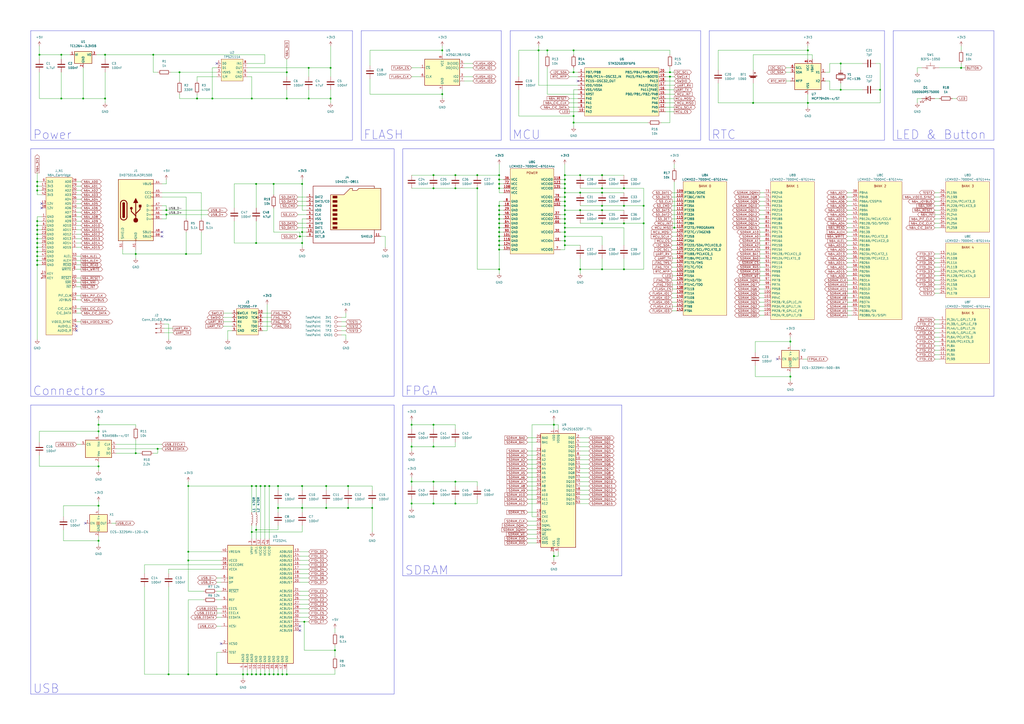
<source format=kicad_sch>
(kicad_sch (version 20231120) (generator "eeschema") (generator_version "8.0")
  (paper "A2")
  (title_block (title "SC64") (date "2023-02-12") (rev "2.0a") (company "Polprzewodnikowy"))
  (lib_symbols
    (symbol "Connector:Conn_01x03_Male" (pin_names (offset 1.016) hide)
      (property "Reference" "J" (at 0 5.08 0))
      (property "Value" "Conn_01x03_Male" (at 0 -5.08 0))
      (symbol "Conn_01x03_Male_1_1"
        (pin passive line (at 5.08 2.54 180) (length 3.81) (name "Pin_1") (number "1"))
        (pin passive line (at 5.08 0 180) (length 3.81) (name "Pin_2") (number "2"))
        (pin passive line (at 5.08 -2.54 180) (length 3.81) (name "Pin_3") (number "3"))
      )
    )
    (symbol "Connector:Micro_SD_Card_Det" (pin_names (offset 1.016))
      (property "Reference" "J" (at -16.51 17.78 0))
      (property "Value" "Micro_SD_Card_Det" (at 16.51 17.78 0))
      (symbol "Micro_SD_Card_Det_1_1"
        (pin bidirectional line (at -22.86 10.16 0) (length 3.81) (name "DAT2") (number "1"))
        (pin passive line (at -22.86 -10.16 0) (length 3.81) (name "DET_A") (number "10"))
        (pin passive line (at 20.32 -12.7 180) (length 3.81) (name "SHIELD") (number "11"))
        (pin bidirectional line (at -22.86 7.62 0) (length 3.81) (name "DAT3/CD") (number "2"))
        (pin input line (at -22.86 5.08 0) (length 3.81) (name "CMD") (number "3"))
        (pin power_in line (at -22.86 2.54 0) (length 3.81) (name "VDD") (number "4"))
        (pin input line (at -22.86 0 0) (length 3.81) (name "CLK") (number "5"))
        (pin power_in line (at -22.86 -2.54 0) (length 3.81) (name "VSS") (number "6"))
        (pin bidirectional line (at -22.86 -5.08 0) (length 3.81) (name "DAT0") (number "7"))
        (pin bidirectional line (at -22.86 -7.62 0) (length 3.81) (name "DAT1") (number "8"))
        (pin passive line (at -22.86 -12.7 0) (length 3.81) (name "DET_B") (number "9"))
      )
    )
    (symbol "Connector:TestPoint" (pin_numbers hide) (pin_names (offset 0.762) hide)
      (property "Reference" "TP" (at 0 6.858 0))
      (property "Value" "TestPoint" (at 0 5.08 0))
      (symbol "TestPoint_1_1"
        (pin passive line (at 0 0 90) (length 2.54) (name "1") (number "1"))
      )
    )
    (symbol "Connector:USB_C_Receptacle_USB2.0" (pin_names (offset 1.016))
      (property "Reference" "J" (at -10.16 19.05 0))
      (property "Value" "USB_C_Receptacle_USB2.0" (at 19.05 19.05 0))
      (symbol "USB_C_Receptacle_USB2.0_1_1"
        (pin passive line (at 0 -22.86 90) (length 5.08) (name "GND") (number "A1"))
        (pin passive line (at 0 -22.86 90) (length 5.08) hide (name "GND") (number "A12"))
        (pin passive line (at 15.24 15.24 180) (length 5.08) (name "VBUS") (number "A4"))
        (pin bidirectional line (at 15.24 10.16 180) (length 5.08) (name "CC1") (number "A5"))
        (pin bidirectional line (at 15.24 -2.54 180) (length 5.08) (name "D+") (number "A6"))
        (pin bidirectional line (at 15.24 2.54 180) (length 5.08) (name "D-") (number "A7"))
        (pin bidirectional line (at 15.24 -12.7 180) (length 5.08) (name "SBU1") (number "A8"))
        (pin passive line (at 15.24 15.24 180) (length 5.08) hide (name "VBUS") (number "A9"))
        (pin passive line (at 0 -22.86 90) (length 5.08) hide (name "GND") (number "B1"))
        (pin passive line (at 0 -22.86 90) (length 5.08) hide (name "GND") (number "B12"))
        (pin passive line (at 15.24 15.24 180) (length 5.08) hide (name "VBUS") (number "B4"))
        (pin bidirectional line (at 15.24 7.62 180) (length 5.08) (name "CC2") (number "B5"))
        (pin bidirectional line (at 15.24 -5.08 180) (length 5.08) (name "D+") (number "B6"))
        (pin bidirectional line (at 15.24 0 180) (length 5.08) (name "D-") (number "B7"))
        (pin bidirectional line (at 15.24 -15.24 180) (length 5.08) (name "SBU2") (number "B8"))
        (pin passive line (at 15.24 15.24 180) (length 5.08) hide (name "VBUS") (number "B9"))
        (pin passive line (at -7.62 -22.86 90) (length 5.08) (name "SHIELD") (number "S1"))
      )
    )
    (symbol "Device:Battery_Cell" (pin_numbers hide) (pin_names (offset 0) hide)
      (property "Reference" "BT" (at 2.54 2.54 0))
      (property "Value" "Battery_Cell" (at 2.54 0 0))
      (symbol "Battery_Cell_1_1"
        (pin passive line (at 0 5.08 270) (length 2.54) (name "+") (number "1"))
        (pin passive line (at 0 -2.54 90) (length 2.54) (name "-") (number "2"))
      )
    )
    (symbol "Device:C" (pin_numbers hide) (pin_names (offset 0.254))
      (property "Reference" "C" (at 0.635 2.54 0))
      (property "Value" "C" (at 0.635 -2.54 0))
      (symbol "C_1_1"
        (pin passive line (at 0 3.81 270) (length 2.794) (name "~") (number "1"))
        (pin passive line (at 0 -3.81 90) (length 2.794) (name "~") (number "2"))
      )
    )
    (symbol "Device:Crystal" (pin_numbers hide) (pin_names (offset 1.016) hide)
      (property "Reference" "Y" (at 0 3.81 0))
      (property "Value" "Crystal" (at 0 -3.81 0))
      (symbol "Crystal_1_1"
        (pin passive line (at -3.81 0 0) (length 1.27) (name "1") (number "1"))
        (pin passive line (at 3.81 0 180) (length 1.27) (name "2") (number "2"))
      )
    )
    (symbol "Device:L" (pin_numbers hide) (pin_names (offset 1.016) hide)
      (property "Reference" "L" (at -1.27 0 90))
      (property "Value" "L" (at 1.905 0 90))
      (symbol "L_1_1"
        (pin passive line (at 0 3.81 270) (length 1.27) (name "1") (number "1"))
        (pin passive line (at 0 -3.81 90) (length 1.27) (name "2") (number "2"))
      )
    )
    (symbol "Device:LED" (pin_numbers hide) (pin_names (offset 1.016) hide)
      (property "Reference" "D" (at 0 2.54 0))
      (property "Value" "LED" (at 0 -2.54 0))
      (symbol "LED_1_1"
        (pin passive line (at -3.81 0 0) (length 2.54) (name "K") (number "1"))
        (pin passive line (at 3.81 0 180) (length 2.54) (name "A") (number "2"))
      )
    )
    (symbol "Device:R" (pin_numbers hide) (pin_names (offset 0))
      (property "Reference" "R" (at 2.032 0 90))
      (property "Value" "R" (at 0 0 90))
      (symbol "R_1_1"
        (pin passive line (at 0 3.81 270) (length 1.27) (name "~") (number "1"))
        (pin passive line (at 0 -3.81 90) (length 1.27) (name "~") (number "2"))
      )
    )
    (symbol "Interface_USB:FT232H"
      (property "Reference" "U" (at -19.05 35.56 0))
      (property "Value" "FT232H" (at 12.7 35.56 0))
      (symbol "FT232H_1_1"
        (pin input line (at -22.86 -12.7 0) (length 3.81) (name "XCSI") (number "1"))
        (pin power_in line (at -2.54 -38.1 90) (length 3.81) (name "GND") (number "10"))
        (pin power_in line (at 0 -38.1 90) (length 3.81) (name "GND") (number "11"))
        (pin power_in line (at 0 38.1 270) (length 3.81) (name "VCCIO") (number "12"))
        (pin bidirectional line (at 22.86 30.48 180) (length 3.81) (name "ADBUS0") (number "13"))
        (pin bidirectional line (at 22.86 27.94 180) (length 3.81) (name "ADBUS1") (number "14"))
        (pin bidirectional line (at 22.86 25.4 180) (length 3.81) (name "ADBUS2") (number "15"))
        (pin bidirectional line (at 22.86 22.86 180) (length 3.81) (name "ADBUS3") (number "16"))
        (pin bidirectional line (at 22.86 20.32 180) (length 3.81) (name "ADBUS4") (number "17"))
        (pin bidirectional line (at 22.86 17.78 180) (length 3.81) (name "ADBUS5") (number "18"))
        (pin bidirectional line (at 22.86 15.24 180) (length 3.81) (name "ADBUS6") (number "19"))
        (pin output line (at -22.86 -22.86 0) (length 3.81) (name "XCSO") (number "2"))
        (pin bidirectional line (at 22.86 12.7 180) (length 3.81) (name "ADBUS7") (number "20"))
        (pin bidirectional line (at 22.86 7.62 180) (length 3.81) (name "ACBUS0") (number "21"))
        (pin power_in line (at 2.54 -38.1 90) (length 3.81) (name "GND") (number "22"))
        (pin power_in line (at 5.08 -38.1 90) (length 3.81) (name "GND") (number "23"))
        (pin power_in line (at 2.54 38.1 270) (length 3.81) (name "VCCIO") (number "24"))
        (pin bidirectional line (at 22.86 5.08 180) (length 3.81) (name "ACBUS1") (number "25"))
        (pin bidirectional line (at 22.86 2.54 180) (length 3.81) (name "ACBUS2") (number "26"))
        (pin bidirectional line (at 22.86 0 180) (length 3.81) (name "ACBUS3") (number "27"))
        (pin bidirectional line (at 22.86 -2.54 180) (length 3.81) (name "ACBUS4") (number "28"))
        (pin bidirectional line (at 22.86 -5.08 180) (length 3.81) (name "ACBUS5") (number "29"))
        (pin power_in line (at -5.08 38.1 270) (length 3.81) (name "VPHY") (number "3"))
        (pin bidirectional line (at 22.86 -7.62 180) (length 3.81) (name "ACBUS6") (number "30"))
        (pin bidirectional line (at 22.86 -10.16 180) (length 3.81) (name "ACBUS7") (number "31"))
        (pin bidirectional line (at 22.86 -12.7 180) (length 3.81) (name "ACBUS8") (number "32"))
        (pin bidirectional line (at 22.86 -15.24 180) (length 3.81) (name "ACBUS9") (number "33"))
        (pin input line (at -22.86 7.62 0) (length 3.81) (name "~{RESET}") (number "34"))
        (pin power_in line (at 7.62 -38.1 90) (length 3.81) (name "GND") (number "35"))
        (pin power_in line (at 10.16 -38.1 90) (length 3.81) (name "GND") (number "36"))
        (pin power_out line (at -22.86 20.32 0) (length 3.81) (name "VCCA") (number "37"))
        (pin power_out line (at -22.86 22.86 0) (length 3.81) (name "VCCCORE") (number "38"))
        (pin power_in line (at -22.86 25.4 0) (length 3.81) (name "VCCD") (number "39"))
        (pin power_in line (at -10.16 -38.1 90) (length 3.81) (name "AGND") (number "4"))
        (pin power_in line (at -22.86 30.48 0) (length 3.81) (name "VREGIN") (number "40"))
        (pin power_in line (at -5.08 -38.1 90) (length 3.81) (name "AGND") (number "41"))
        (pin input line (at -22.86 -27.94 0) (length 3.81) (name "TEST") (number "42"))
        (pin bidirectional line (at -22.86 -7.62 0) (length 3.81) (name "EEDATA") (number "43"))
        (pin input line (at -22.86 -5.08 0) (length 3.81) (name "EECLK") (number "44"))
        (pin input line (at -22.86 -2.54 0) (length 3.81) (name "EECS") (number "45"))
        (pin power_in line (at 5.08 38.1 270) (length 3.81) (name "VCCIO") (number "46"))
        (pin power_in line (at 12.7 -38.1 90) (length 3.81) (name "GND") (number "47"))
        (pin power_in line (at 15.24 -38.1 90) (length 3.81) (name "GND") (number "48"))
        (pin input line (at -22.86 2.54 0) (length 3.81) (name "REF") (number "5"))
        (pin bidirectional line (at -22.86 15.24 0) (length 3.81) (name "DM") (number "6"))
        (pin bidirectional line (at -22.86 12.7 0) (length 3.81) (name "DP") (number "7"))
        (pin power_in line (at -2.54 38.1 270) (length 3.81) (name "VPLL") (number "8"))
        (pin power_in line (at -7.62 -38.1 90) (length 3.81) (name "AGND") (number "9"))
      )
    )
    (symbol "Memory_EEPROM:93AAxxBT-xOT"
      (property "Reference" "U" (at -7.62 6.35 0))
      (property "Value" "93AAxxBT-xOT" (at 1.27 6.35 0))
      (symbol "93AAxxBT-xOT_1_1"
        (pin tri_state line (at 10.16 -2.54 180) (length 2.54) (name "DO") (number "1"))
        (pin power_in line (at 0 -7.62 90) (length 2.54) (name "Vss") (number "2"))
        (pin input line (at 10.16 0 180) (length 2.54) (name "DI") (number "3"))
        (pin input line (at 10.16 2.54 180) (length 2.54) (name "CLK") (number "4"))
        (pin input line (at -10.16 2.54 0) (length 2.54) (name "CS") (number "5"))
        (pin power_in line (at 0 7.62 270) (length 2.54) (name "Vсс") (number "6"))
      )
    )
    (symbol "Memory_Flash:W25Q128JVS"
      (property "Reference" "U" (at -8.89 8.89 0))
      (property "Value" "W25Q128JVS" (at 7.62 8.89 0))
      (symbol "W25Q128JVS_1_1"
        (pin input line (at -12.7 2.54 0) (length 2.54) (name "~{CS}") (number "1"))
        (pin bidirectional line (at 12.7 2.54 180) (length 2.54) (name "DO(IO1)") (number "2"))
        (pin bidirectional line (at 12.7 -2.54 180) (length 2.54) (name "IO2") (number "3"))
        (pin power_in line (at 0 -10.16 90) (length 2.54) (name "GND") (number "4"))
        (pin bidirectional line (at 12.7 5.08 180) (length 2.54) (name "DI(IO0)") (number "5"))
        (pin input line (at -12.7 -2.54 0) (length 2.54) (name "CLK") (number "6"))
        (pin bidirectional line (at 12.7 -5.08 180) (length 2.54) (name "IO3") (number "7"))
        (pin power_in line (at 0 10.16 270) (length 2.54) (name "VCC") (number "8"))
      )
    )
    (symbol "Memory_RAM:MT48LC16M16A2TG"
      (property "Reference" "U" (at -8.89 34.29 0))
      (property "Value" "MT48LC16M16A2TG" (at 8.89 34.29 0))
      (symbol "MT48LC16M16A2TG_1_1"
        (pin power_in line (at -2.54 35.56 270) (length 2.54) (name "VDD") (number "1"))
        (pin bidirectional line (at 12.7 17.78 180) (length 2.54) (name "DQ5") (number "10"))
        (pin bidirectional line (at 12.7 15.24 180) (length 2.54) (name "DQ6") (number "11"))
        (pin passive line (at 0 -35.56 90) (length 2.54) hide (name "VSSQ") (number "12"))
        (pin bidirectional line (at 12.7 12.7 180) (length 2.54) (name "DQ7") (number "13"))
        (pin passive line (at -2.54 35.56 270) (length 2.54) hide (name "VDD") (number "14"))
        (pin input line (at -12.7 -20.32 0) (length 2.54) (name "DQML") (number "15"))
        (pin input line (at -12.7 -25.4 0) (length 2.54) (name "~{WE}") (number "16"))
        (pin input line (at -12.7 -27.94 0) (length 2.54) (name "~{CAS}") (number "17"))
        (pin input line (at -12.7 -30.48 0) (length 2.54) (name "~{RAS}") (number "18"))
        (pin input line (at -12.7 -12.7 0) (length 2.54) (name "~{CS}") (number "19"))
        (pin bidirectional line (at 12.7 30.48 180) (length 2.54) (name "DQ0") (number "2"))
        (pin input line (at -12.7 30.48 0) (length 2.54) (name "BA0") (number "20"))
        (pin input line (at -12.7 27.94 0) (length 2.54) (name "BA1") (number "21"))
        (pin input line (at -12.7 -2.54 0) (length 2.54) (name "A10") (number "22"))
        (pin input line (at -12.7 22.86 0) (length 2.54) (name "A0") (number "23"))
        (pin input line (at -12.7 20.32 0) (length 2.54) (name "A1") (number "24"))
        (pin input line (at -12.7 17.78 0) (length 2.54) (name "A2") (number "25"))
        (pin input line (at -12.7 15.24 0) (length 2.54) (name "A3") (number "26"))
        (pin passive line (at -2.54 35.56 270) (length 2.54) hide (name "VDD") (number "27"))
        (pin power_in line (at -2.54 -35.56 90) (length 2.54) (name "VSS") (number "28"))
        (pin input line (at -12.7 12.7 0) (length 2.54) (name "A4") (number "29"))
        (pin power_in line (at 0 35.56 270) (length 2.54) (name "VDDQ") (number "3"))
        (pin input line (at -12.7 10.16 0) (length 2.54) (name "A5") (number "30"))
        (pin input line (at -12.7 7.62 0) (length 2.54) (name "A6") (number "31"))
        (pin input line (at -12.7 5.08 0) (length 2.54) (name "A7") (number "32"))
        (pin input line (at -12.7 2.54 0) (length 2.54) (name "A8") (number "33"))
        (pin input line (at -12.7 0 0) (length 2.54) (name "A9") (number "34"))
        (pin input line (at -12.7 -5.08 0) (length 2.54) (name "A11") (number "35"))
        (pin input line (at -12.7 -7.62 0) (length 2.54) (name "A12") (number "36"))
        (pin input line (at -12.7 -15.24 0) (length 2.54) (name "CKE") (number "37"))
        (pin input line (at -12.7 -17.78 0) (length 2.54) (name "CLK") (number "38"))
        (pin input line (at -12.7 -22.86 0) (length 2.54) (name "DQMH") (number "39"))
        (pin bidirectional line (at 12.7 27.94 180) (length 2.54) (name "DQ1") (number "4"))
        (pin no_connect line (at 10.16 -20.32 180) (length 2.54) hide (name "NC") (number "40"))
        (pin passive line (at -2.54 -35.56 90) (length 2.54) hide (name "VSS") (number "41"))
        (pin bidirectional line (at 12.7 10.16 180) (length 2.54) (name "DQ8") (number "42"))
        (pin passive line (at 0 35.56 270) (length 2.54) hide (name "VDDQ") (number "43"))
        (pin bidirectional line (at 12.7 7.62 180) (length 2.54) (name "DQ9") (number "44"))
        (pin bidirectional line (at 12.7 5.08 180) (length 2.54) (name "DQ10") (number "45"))
        (pin passive line (at 0 -35.56 90) (length 2.54) hide (name "VSSQ") (number "46"))
        (pin bidirectional line (at 12.7 2.54 180) (length 2.54) (name "DQ11") (number "47"))
        (pin bidirectional line (at 12.7 0 180) (length 2.54) (name "DQ12") (number "48"))
        (pin passive line (at 0 35.56 270) (length 2.54) hide (name "VDDQ") (number "49"))
        (pin bidirectional line (at 12.7 25.4 180) (length 2.54) (name "DQ2") (number "5"))
        (pin bidirectional line (at 12.7 -2.54 180) (length 2.54) (name "DQ13") (number "50"))
        (pin bidirectional line (at 12.7 -5.08 180) (length 2.54) (name "DQ14") (number "51"))
        (pin passive line (at 0 -35.56 90) (length 2.54) hide (name "VSSQ") (number "52"))
        (pin bidirectional line (at 12.7 -7.62 180) (length 2.54) (name "DQ15") (number "53"))
        (pin passive line (at -2.54 -35.56 90) (length 2.54) hide (name "VSS") (number "54"))
        (pin power_in line (at 0 -35.56 90) (length 2.54) (name "VSSQ") (number "6"))
        (pin bidirectional line (at 12.7 22.86 180) (length 2.54) (name "DQ3") (number "7"))
        (pin bidirectional line (at 12.7 20.32 180) (length 2.54) (name "DQ4") (number "8"))
        (pin passive line (at 0 35.56 270) (length 2.54) hide (name "VDDQ") (number "9"))
      )
    )
    (symbol "Oscillator:XO32" (pin_names (offset 0.254))
      (property "Reference" "X" (at -5.08 6.35 0))
      (property "Value" "XO32" (at 1.27 -6.35 0))
      (symbol "XO32_1_1"
        (pin input line (at -7.62 0 0) (length 2.54) (name "EN") (number "1"))
        (pin power_in line (at 0 -7.62 90) (length 2.54) (name "GND") (number "2"))
        (pin output line (at 7.62 0 180) (length 2.54) (name "OUT") (number "3"))
        (pin power_in line (at 0 7.62 270) (length 2.54) (name "V+") (number "4"))
      )
    )
    (symbol "Regulator_Linear:TC1262-33" (pin_names (offset 0.254))
      (property "Reference" "U" (at -3.81 3.175 0))
      (property "Value" "TC1262-33" (at 0 3.175 0))
      (symbol "TC1262-33_1_1"
        (pin power_in line (at -7.62 0 0) (length 2.54) (name "VI") (number "1"))
        (pin power_in line (at 0 -7.62 90) (length 2.54) (name "GND") (number "2"))
        (pin power_out line (at 7.62 0 180) (length 2.54) (name "VO") (number "3"))
      )
    )
    (symbol "Switch:SW_Push" (pin_numbers hide) (pin_names (offset 1.016) hide)
      (property "Reference" "SW" (at 1.27 2.54 0))
      (property "Value" "SW_Push" (at 0 -1.524 0))
      (symbol "SW_Push_0_1"
        (pin passive line (at -5.08 0 0) (length 2.54) (name "1") (number "1"))
        (pin passive line (at 5.08 0 180) (length 2.54) (name "2") (number "2"))
      )
    )
    (symbol "Timer_RTC:MCP7940N-xST"
      (property "Reference" "U" (at -6.35 8.89 0))
      (property "Value" "MCP7940N-xST" (at 11.43 8.89 0))
      (symbol "MCP7940N-xST_1_1"
        (pin input line (at 10.16 2.54 180) (length 2.54) (name "X1") (number "1"))
        (pin output line (at 10.16 -2.54 180) (length 2.54) (name "X2") (number "2"))
        (pin power_in line (at 2.54 10.16 270) (length 2.54) (name "VBAT") (number "3"))
        (pin power_in line (at 0 -10.16 90) (length 2.54) (name "VSS") (number "4"))
        (pin bidirectional line (at -10.16 2.54 0) (length 2.54) (name "SDA") (number "5"))
        (pin input line (at -10.16 5.08 0) (length 2.54) (name "SCL") (number "6"))
        (pin open_collector line (at -10.16 -2.54 0) (length 2.54) (name "MFP") (number "7"))
        (pin power_in line (at 0 10.16 270) (length 2.54) (name "VCC") (number "8"))
      )
    )
    (symbol "power:+3V3" (power) (pin_names (offset 0))
      (property "Value" "+3V3" (at 0 3.556 0))
      (symbol "+3V3_1_1"
        (pin power_in line (at 0 0 90) (length 0) hide (name "+3V3") (number "1"))
      )
    )
    (symbol "power:+5V" (power) (pin_names (offset 0))
      (property "Value" "+5V" (at 0 3.556 0))
      (symbol "+5V_1_1"
        (pin power_in line (at 0 0 90) (length 0) hide (name "+5V") (number "1"))
      )
    )
    (symbol "power:GND" (power) (pin_names (offset 0))
      (property "Value" "GND" (at 0 -3.81 0))
      (symbol "GND_1_1"
        (pin power_in line (at 0 0 270) (length 0) hide (name "GND") (number "1"))
      )
    )
    (symbol "sc64v2:LCMXO2-7000Hx-xTG144x"
      (property "Reference" "U" (at 0 3.81 0))
      (property "Value" "LCMXO2-7000Hx-xTG144x" (at 0 1.27 0))
      (symbol "LCMXO2-7000Hx-xTG144x_1_0"
        (text "BANK 0" (at 0 -2.54 0) (effects (font (size 1.27 1.27))))
      )
      (symbol "LCMXO2-7000Hx-xTG144x_1_1"
        (pin bidirectional line (at -16.51 -6.35 0) (length 3.81) (name "PT36D/DONE") (number "109"))
        (pin bidirectional line (at -16.51 -8.89 0) (length 3.81) (name "PT36C/INITN") (number "110"))
        (pin bidirectional line (at -16.51 -11.43 0) (length 3.81) (name "PT35B") (number "111"))
        (pin bidirectional line (at -16.51 -13.97 0) (length 3.81) (name "PT35A") (number "112"))
        (pin bidirectional line (at -16.51 -16.51 0) (length 3.81) (name "PT33B") (number "113"))
        (pin bidirectional line (at -16.51 -19.05 0) (length 3.81) (name "PT33A") (number "114"))
        (pin bidirectional line (at -16.51 -21.59 0) (length 3.81) (name "PT28B") (number "115"))
        (pin bidirectional line (at -16.51 -24.13 0) (length 3.81) (name "PT28A") (number "117"))
        (pin bidirectional line (at -16.51 -26.67 0) (length 3.81) (name "PT27D/PROGRAMN") (number "119"))
        (pin bidirectional line (at -16.51 -29.21 0) (length 3.81) (name "PT27C/JTAGENB") (number "120"))
        (pin bidirectional line (at -16.51 -31.75 0) (length 3.81) (name "PT25B") (number "121"))
        (pin bidirectional line (at -16.51 -34.29 0) (length 3.81) (name "PT25A") (number "122"))
        (pin bidirectional line (at -16.51 -36.83 0) (length 3.81) (name "PT22D/SDA/PCLKC0_0") (number "125"))
        (pin bidirectional line (at -16.51 -39.37 0) (length 3.81) (name "PT22C/SCL/PCLKT0_0") (number "126"))
        (pin bidirectional line (at -16.51 -41.91 0) (length 3.81) (name "PT18B/PCLKC0_1") (number "127"))
        (pin bidirectional line (at -16.51 -44.45 0) (length 3.81) (name "PT18A/PCLKT0_1") (number "128"))
        (pin bidirectional line (at -16.51 -46.99 0) (length 3.81) (name "PT17D/TMS") (number "130"))
        (pin bidirectional line (at -16.51 -49.53 0) (length 3.81) (name "PT17C/TCK") (number "131"))
        (pin bidirectional line (at -16.51 -52.07 0) (length 3.81) (name "PT15B") (number "132"))
        (pin bidirectional line (at -16.51 -54.61 0) (length 3.81) (name "PT15A") (number "133"))
        (pin bidirectional line (at -16.51 -57.15 0) (length 3.81) (name "PT14D/TDI") (number "136"))
        (pin bidirectional line (at -16.51 -59.69 0) (length 3.81) (name "PT14C/TDO") (number "137"))
        (pin bidirectional line (at -16.51 -62.23 0) (length 3.81) (name "PT11B") (number "138"))
        (pin bidirectional line (at -16.51 -64.77 0) (length 3.81) (name "PT11A") (number "139"))
        (pin bidirectional line (at -16.51 -67.31 0) (length 3.81) (name "PT10B") (number "140"))
        (pin bidirectional line (at -16.51 -69.85 0) (length 3.81) (name "PT10A") (number "141"))
        (pin bidirectional line (at -16.51 -72.39 0) (length 3.81) (name "PT9B") (number "142"))
        (pin bidirectional line (at -16.51 -74.93 0) (length 3.81) (name "PT9A") (number "143"))
      )
      (symbol "LCMXO2-7000Hx-xTG144x_2_0"
        (text "BANK 1" (at 0 -2.54 0) (effects (font (size 1.27 1.27))))
      )
      (symbol "LCMXO2-7000Hx-xTG144x_2_1"
        (pin bidirectional line (at -16.51 -64.77 0) (length 3.81) (name "PR5A") (number "100"))
        (pin bidirectional line (at -16.51 -67.31 0) (length 3.81) (name "PR4C") (number "103"))
        (pin bidirectional line (at -16.51 -69.85 0) (length 3.81) (name "PR3B/R_GPLLC_IN") (number "104"))
        (pin bidirectional line (at -16.51 -72.39 0) (length 3.81) (name "PR3A/R_GPLLT_IN") (number "105"))
        (pin bidirectional line (at -16.51 -74.93 0) (length 3.81) (name "PR2B/R_GPLLC_FB") (number "106"))
        (pin bidirectional line (at -16.51 -77.47 0) (length 3.81) (name "PR2A/R_GPLLT_FB") (number "107"))
        (pin bidirectional line (at -16.51 -6.35 0) (length 3.81) (name "PR24B") (number "73"))
        (pin bidirectional line (at -16.51 -8.89 0) (length 3.81) (name "PR24A") (number "74"))
        (pin bidirectional line (at -16.51 -11.43 0) (length 3.81) (name "PR23B") (number "75"))
        (pin bidirectional line (at -16.51 -13.97 0) (length 3.81) (name "PR23A") (number "76"))
        (pin bidirectional line (at -16.51 -16.51 0) (length 3.81) (name "PR21B") (number "77"))
        (pin bidirectional line (at -16.51 -19.05 0) (length 3.81) (name "PR21A") (number "78"))
        (pin bidirectional line (at -16.51 -21.59 0) (length 3.81) (name "PR18B") (number "81"))
        (pin bidirectional line (at -16.51 -24.13 0) (length 3.81) (name "PR18A") (number "82"))
        (pin bidirectional line (at -16.51 -26.67 0) (length 3.81) (name "PR17B") (number "83"))
        (pin bidirectional line (at -16.51 -29.21 0) (length 3.81) (name "PR17A") (number "84"))
        (pin bidirectional line (at -16.51 -31.75 0) (length 3.81) (name "PR16B") (number "85"))
        (pin bidirectional line (at -16.51 -34.29 0) (length 3.81) (name "PR16A") (number "86"))
        (pin bidirectional line (at -16.51 -36.83 0) (length 3.81) (name "PR15B") (number "87"))
        (pin bidirectional line (at -16.51 -39.37 0) (length 3.81) (name "PR15A") (number "89"))
        (pin bidirectional line (at -16.51 -41.91 0) (length 3.81) (name "PR12B/PCLKC1_0") (number "91"))
        (pin bidirectional line (at -16.51 -44.45 0) (length 3.81) (name "PR12A/PCLKT1_0") (number "92"))
        (pin bidirectional line (at -16.51 -46.99 0) (length 3.81) (name "PR11B") (number "93"))
        (pin bidirectional line (at -16.51 -49.53 0) (length 3.81) (name "PR11A") (number "94"))
        (pin bidirectional line (at -16.51 -52.07 0) (length 3.81) (name "PR9B") (number "95"))
        (pin bidirectional line (at -16.51 -54.61 0) (length 3.81) (name "PR9A") (number "96"))
        (pin bidirectional line (at -16.51 -57.15 0) (length 3.81) (name "PR7B") (number "97"))
        (pin bidirectional line (at -16.51 -59.69 0) (length 3.81) (name "PR7A") (number "98"))
        (pin bidirectional line (at -16.51 -62.23 0) (length 3.81) (name "PR5B") (number "99"))
      )
      (symbol "LCMXO2-7000Hx-xTG144x_3_0"
        (text "BANK 2" (at 0 -2.54 0) (effects (font (size 1.27 1.27))))
      )
      (symbol "LCMXO2-7000Hx-xTG144x_3_1"
        (pin bidirectional line (at -16.51 -6.35 0) (length 3.81) (name "PB4A") (number "38"))
        (pin bidirectional line (at -16.51 -8.89 0) (length 3.81) (name "PB4B") (number "39"))
        (pin bidirectional line (at -16.51 -11.43 0) (length 3.81) (name "PB6A/CSSPIN") (number "40"))
        (pin bidirectional line (at -16.51 -13.97 0) (length 3.81) (name "PB6B") (number "41"))
        (pin bidirectional line (at -16.51 -16.51 0) (length 3.81) (name "PB9A") (number "42"))
        (pin bidirectional line (at -16.51 -19.05 0) (length 3.81) (name "PB9B") (number "43"))
        (pin bidirectional line (at -16.51 -21.59 0) (length 3.81) (name "PB12A/MCLK/CCLK") (number "44"))
        (pin bidirectional line (at -16.51 -24.13 0) (length 3.81) (name "PB12B/SO/SPISO") (number "45"))
        (pin bidirectional line (at -16.51 -26.67 0) (length 3.81) (name "PB13A") (number "47"))
        (pin bidirectional line (at -16.51 -29.21 0) (length 3.81) (name "PB13B") (number "48"))
        (pin bidirectional line (at -16.51 -31.75 0) (length 3.81) (name "PB16A/PCLKT2_0") (number "49"))
        (pin bidirectional line (at -16.51 -34.29 0) (length 3.81) (name "PB16B/PCLKC2_0") (number "50"))
        (pin bidirectional line (at -16.51 -36.83 0) (length 3.81) (name "PB18A") (number "52"))
        (pin bidirectional line (at -16.51 -39.37 0) (length 3.81) (name "PB18B") (number "54"))
        (pin bidirectional line (at -16.51 -41.91 0) (length 3.81) (name "PB23A/PCLKT2_1") (number "55"))
        (pin bidirectional line (at -16.51 -44.45 0) (length 3.81) (name "PB23B/PCLKC2_1") (number "56"))
        (pin bidirectional line (at -16.51 -46.99 0) (length 3.81) (name "PB26A") (number "57"))
        (pin bidirectional line (at -16.51 -49.53 0) (length 3.81) (name "PB26B") (number "58"))
        (pin bidirectional line (at -16.51 -52.07 0) (length 3.81) (name "PB29A") (number "59"))
        (pin bidirectional line (at -16.51 -54.61 0) (length 3.81) (name "PB29B") (number "60"))
        (pin bidirectional line (at -16.51 -57.15 0) (length 3.81) (name "PB31A") (number "61"))
        (pin bidirectional line (at -16.51 -59.69 0) (length 3.81) (name "PB31B") (number "62"))
        (pin bidirectional line (at -16.51 -62.23 0) (length 3.81) (name "PB31D") (number "63"))
        (pin bidirectional line (at -16.51 -64.77 0) (length 3.81) (name "PB35A") (number "65"))
        (pin bidirectional line (at -16.51 -67.31 0) (length 3.81) (name "PB35B") (number "67"))
        (pin bidirectional line (at -16.51 -69.85 0) (length 3.81) (name "PB37A") (number "68"))
        (pin bidirectional line (at -16.51 -72.39 0) (length 3.81) (name "PB37B") (number "69"))
        (pin bidirectional line (at -16.51 -74.93 0) (length 3.81) (name "PB38A/SN") (number "70"))
        (pin bidirectional line (at -16.51 -77.47 0) (length 3.81) (name "PB38B/SI/SISPI") (number "71"))
      )
      (symbol "LCMXO2-7000Hx-xTG144x_4_0"
        (text "BANK 3" (at 0 -2.54 0) (effects (font (size 1.27 1.27))))
      )
      (symbol "LCMXO2-7000Hx-xTG144x_4_1"
        (pin bidirectional line (at -16.51 -6.35 0) (length 3.81) (name "PL19A") (number "25"))
        (pin bidirectional line (at -16.51 -8.89 0) (length 3.81) (name "PL19B") (number "26"))
        (pin bidirectional line (at -16.51 -11.43 0) (length 3.81) (name "PL22A/PCLKT3_0") (number "27"))
        (pin bidirectional line (at -16.51 -13.97 0) (length 3.81) (name "PL22B/PCLKC3_0") (number "28"))
        (pin bidirectional line (at -16.51 -16.51 0) (length 3.81) (name "PL23D") (number "31"))
        (pin bidirectional line (at -16.51 -19.05 0) (length 3.81) (name "PL24A") (number "32"))
        (pin bidirectional line (at -16.51 -21.59 0) (length 3.81) (name "PL24B") (number "33"))
        (pin bidirectional line (at -16.51 -24.13 0) (length 3.81) (name "PL25A") (number "34"))
        (pin bidirectional line (at -16.51 -26.67 0) (length 3.81) (name "PL25B") (number "35"))
      )
      (symbol "LCMXO2-7000Hx-xTG144x_5_0"
        (text "BANK 4" (at 0 -2.54 0) (effects (font (size 1.27 1.27))))
      )
      (symbol "LCMXO2-7000Hx-xTG144x_5_1"
        (pin bidirectional line (at -16.51 -6.35 0) (length 3.81) (name "PL10A") (number "13"))
        (pin bidirectional line (at -16.51 -8.89 0) (length 3.81) (name "PL10B") (number "14"))
        (pin bidirectional line (at -16.51 -11.43 0) (length 3.81) (name "PL11A") (number "15"))
        (pin bidirectional line (at -16.51 -13.97 0) (length 3.81) (name "PL11B") (number "17"))
        (pin bidirectional line (at -16.51 -16.51 0) (length 3.81) (name "PL12A/PCLKT4_0") (number "19"))
        (pin bidirectional line (at -16.51 -19.05 0) (length 3.81) (name "PL12B/PCLKC4_0") (number "20"))
        (pin bidirectional line (at -16.51 -21.59 0) (length 3.81) (name "PL15A") (number "21"))
        (pin bidirectional line (at -16.51 -24.13 0) (length 3.81) (name "PL15B") (number "22"))
        (pin bidirectional line (at -16.51 -26.67 0) (length 3.81) (name "PL17A") (number "23"))
        (pin bidirectional line (at -16.51 -29.21 0) (length 3.81) (name "PL17B") (number "24"))
      )
      (symbol "LCMXO2-7000Hx-xTG144x_6_0"
        (text "BANK 5" (at 0 -2.54 0) (effects (font (size 1.27 1.27))))
      )
      (symbol "LCMXO2-7000Hx-xTG144x_6_1"
        (pin bidirectional line (at -16.51 -6.35 0) (length 3.81) (name "PL3A/L_GPLLT_FB") (number "1"))
        (pin bidirectional line (at -16.51 -24.13 0) (length 3.81) (name "PL8B") (number "10"))
        (pin bidirectional line (at -16.51 -26.67 0) (length 3.81) (name "PL9A") (number "11"))
        (pin bidirectional line (at -16.51 -29.21 0) (length 3.81) (name "PL9B") (number "12"))
        (pin bidirectional line (at -16.51 -8.89 0) (length 3.81) (name "PL3B/L_GPLLC_FB") (number "2"))
        (pin bidirectional line (at -16.51 -11.43 0) (length 3.81) (name "PL4A/L_GPLLT_IN") (number "3"))
        (pin bidirectional line (at -16.51 -13.97 0) (length 3.81) (name "PL4B/L_GPLLC_IN") (number "4"))
        (pin bidirectional line (at -16.51 -16.51 0) (length 3.81) (name "PL6A/PCLKT5_0") (number "5"))
        (pin bidirectional line (at -16.51 -19.05 0) (length 3.81) (name "PL6B/PCLKC5_0") (number "6"))
        (pin bidirectional line (at -16.51 -21.59 0) (length 3.81) (name "PL8A") (number "9"))
      )
      (symbol "LCMXO2-7000Hx-xTG144x_7_0"
        (text "POWER" (at 0 -2.54 0) (effects (font (size 1.27 1.27))))
      )
      (symbol "LCMXO2-7000Hx-xTG144x_7_1"
        (pin power_in line (at -16.51 -39.37 0) (length 3.81) (name "GND") (number "101"))
        (pin power_in line (at 16.51 -21.59 180) (length 3.81) (name "VCCIO1") (number "102"))
        (pin power_in line (at -16.51 -11.43 0) (length 3.81) (name "VCC") (number "108"))
        (pin power_in line (at -16.51 -41.91 0) (length 3.81) (name "GND") (number "116"))
        (pin power_in line (at 16.51 -6.35 180) (length 3.81) (name "VCCIO0") (number "118"))
        (pin power_in line (at 16.51 -8.89 180) (length 3.81) (name "VCCIO0") (number "123"))
        (pin power_in line (at -16.51 -44.45 0) (length 3.81) (name "GND") (number "124"))
        (pin no_connect line (at -16.51 -16.51 0) (length 3.81) hide (name "NC") (number "129"))
        (pin power_in line (at -16.51 -46.99 0) (length 3.81) (name "GND") (number "134"))
        (pin power_in line (at 16.51 -11.43 180) (length 3.81) (name "VCCIO0") (number "135"))
        (pin power_in line (at -16.51 -13.97 0) (length 3.81) (name "VCC") (number "144"))
        (pin power_in line (at 16.51 -41.91 180) (length 3.81) (name "VCCIO4") (number "16"))
        (pin power_in line (at -16.51 -21.59 0) (length 3.81) (name "GND") (number "18"))
        (pin power_in line (at -16.51 -24.13 0) (length 3.81) (name "GND") (number "29"))
        (pin power_in line (at 16.51 -36.83 180) (length 3.81) (name "VCCIO3") (number "30"))
        (pin power_in line (at -16.51 -6.35 0) (length 3.81) (name "VCC") (number "36"))
        (pin power_in line (at 16.51 -26.67 180) (length 3.81) (name "VCCIO2") (number "37"))
        (pin power_in line (at -16.51 -26.67 0) (length 3.81) (name "GND") (number "46"))
        (pin power_in line (at 16.51 -29.21 180) (length 3.81) (name "VCCIO2") (number "51"))
        (pin power_in line (at -16.51 -29.21 0) (length 3.81) (name "GND") (number "53"))
        (pin power_in line (at -16.51 -31.75 0) (length 3.81) (name "GND") (number "64"))
        (pin power_in line (at 16.51 -31.75 180) (length 3.81) (name "VCCIO2") (number "66"))
        (pin power_in line (at 16.51 -46.99 180) (length 3.81) (name "VCCIO5") (number "7"))
        (pin power_in line (at -16.51 -8.89 0) (length 3.81) (name "VCC") (number "72"))
        (pin power_in line (at 16.51 -16.51 180) (length 3.81) (name "VCCIO1") (number "79"))
        (pin power_in line (at -16.51 -19.05 0) (length 3.81) (name "GND") (number "8"))
        (pin power_in line (at -16.51 -34.29 0) (length 3.81) (name "GND") (number "80"))
        (pin power_in line (at 16.51 -19.05 180) (length 3.81) (name "VCCIO1") (number "88"))
        (pin power_in line (at -16.51 -36.83 0) (length 3.81) (name "GND") (number "90"))
      )
    )
    (symbol "sc64v2:N64_Cartridge"
      (property "Reference" "J" (at 0 3.81 0))
      (property "Value" "N64_Cartridge" (at 0 1.27 0))
      (symbol "N64_Cartridge_1_1"
        (pin power_out line (at -10.16 -22.86 0) (length 2.54) (name "GND") (number "1"))
        (pin output inverted (at 10.16 -50.8 180) (length 2.54) (name "~{READ}") (number "10"))
        (pin bidirectional line (at 10.16 -30.48 180) (length 2.54) (name "AD11") (number "11"))
        (pin bidirectional line (at 10.16 -27.94 180) (length 2.54) (name "AD10") (number "12"))
        (pin power_out line (at -10.16 -15.24 0) (length 2.54) (name "12V") (number "13"))
        (pin no_connect line (at -10.16 -55.88 0) (length 2.54) (name "KEY") (number "14"))
        (pin bidirectional line (at 10.16 -25.4 180) (length 2.54) (name "AD9") (number "15"))
        (pin bidirectional line (at 10.16 -22.86 180) (length 2.54) (name "AD8") (number "16"))
        (pin power_out line (at -10.16 -5.08 0) (length 2.54) (name "3V3") (number "17"))
        (pin bidirectional line (at 10.16 -78.74 180) (length 2.54) (name "CIC_DATA") (number "18"))
        (pin output clock (at 10.16 -68.58 180) (length 2.54) (name "PIF_CLK") (number "19"))
        (pin power_out line (at -10.16 -25.4 0) (length 2.54) (name "GND") (number "2"))
        (pin output inverted (at 10.16 -58.42 180) (length 2.54) (name "~{RESET}") (number "20"))
        (pin bidirectional line (at 10.16 -71.12 180) (length 2.54) (name "JOYBUS") (number "21"))
        (pin power_out line (at -10.16 -30.48 0) (length 2.54) (name "GND") (number "22"))
        (pin power_out line (at -10.16 -33.02 0) (length 2.54) (name "GND") (number "23"))
        (pin input line (at 10.16 -86.36 180) (length 2.54) (name "AUDIO_L") (number "24"))
        (pin power_out line (at -10.16 -35.56 0) (length 2.54) (name "GND") (number "25"))
        (pin power_out line (at -10.16 -38.1 0) (length 2.54) (name "GND") (number "26"))
        (pin power_out line (at -10.16 -40.64 0) (length 2.54) (name "GND") (number "27"))
        (pin bidirectional line (at 10.16 -2.54 180) (length 2.54) (name "AD0") (number "28"))
        (pin bidirectional line (at 10.16 -5.08 180) (length 2.54) (name "AD1") (number "29"))
        (pin bidirectional line (at 10.16 -40.64 180) (length 2.54) (name "AD15") (number "3"))
        (pin bidirectional line (at 10.16 -7.62 180) (length 2.54) (name "AD2") (number "30"))
        (pin power_out line (at -10.16 -43.18 0) (length 2.54) (name "GND") (number "31"))
        (pin bidirectional line (at 10.16 -10.16 180) (length 2.54) (name "AD3") (number "32"))
        (pin output line (at 10.16 -45.72 180) (length 2.54) (name "ALEL") (number "33"))
        (pin power_out line (at -10.16 -7.62 0) (length 2.54) (name "3V3") (number "34"))
        (pin output line (at 10.16 -48.26 180) (length 2.54) (name "ALEH") (number "35"))
        (pin bidirectional line (at 10.16 -12.7 180) (length 2.54) (name "AD4") (number "36"))
        (pin bidirectional line (at 10.16 -15.24 180) (length 2.54) (name "AD5") (number "37"))
        (pin power_out line (at -10.16 -17.78 0) (length 2.54) (name "12V") (number "38"))
        (pin no_connect line (at -10.16 -58.42 0) (length 2.54) (name "KEY") (number "39"))
        (pin bidirectional line (at 10.16 -38.1 180) (length 2.54) (name "AD14") (number "4"))
        (pin bidirectional line (at 10.16 -17.78 180) (length 2.54) (name "AD6") (number "40"))
        (pin bidirectional line (at 10.16 -20.32 180) (length 2.54) (name "AD7") (number "41"))
        (pin power_out line (at -10.16 -10.16 0) (length 2.54) (name "3V3") (number "42"))
        (pin output clock (at 10.16 -76.2 180) (length 2.54) (name "CIC_CLK") (number "43"))
        (pin output inverted (at 10.16 -63.5 180) (length 2.54) (name "~{INT}") (number "44"))
        (pin output inverted (at 10.16 -60.96 180) (length 2.54) (name "~{NMI}") (number "45"))
        (pin output line (at 10.16 -83.82 180) (length 2.54) (name "VIDEO_SYNC") (number "46"))
        (pin power_out line (at -10.16 -45.72 0) (length 2.54) (name "GND") (number "47"))
        (pin power_out line (at -10.16 -48.26 0) (length 2.54) (name "GND") (number "48"))
        (pin input line (at 10.16 -88.9 180) (length 2.54) (name "AUDIO_R") (number "49"))
        (pin bidirectional line (at 10.16 -35.56 180) (length 2.54) (name "AD13") (number "5"))
        (pin power_out line (at -10.16 -50.8 0) (length 2.54) (name "GND") (number "50"))
        (pin power_out line (at -10.16 -27.94 0) (length 2.54) (name "GND") (number "6"))
        (pin bidirectional line (at 10.16 -33.02 180) (length 2.54) (name "AD12") (number "7"))
        (pin output inverted (at 10.16 -53.34 180) (length 2.54) (name "~{WRITE}") (number "8"))
        (pin power_out line (at -10.16 -2.54 0) (length 2.54) (name "3V3") (number "9"))
      )
    )
    (symbol "sc64v2:STM32G030Fx"
      (property "Reference" "U" (at 0 3.81 0))
      (property "Value" "STM32G030Fx" (at 0 1.27 0))
      (symbol "STM32G030Fx_1_1"
        (pin bidirectional line (at -25.4 -2.54 0) (length 3.81) (name "PB7/PB8") (number "1"))
        (pin bidirectional line (at -25.4 -25.4 0) (length 3.81) (name "PA3") (number "10"))
        (pin bidirectional line (at 25.4 -25.4 180) (length 3.81) (name "PA4") (number "11"))
        (pin bidirectional line (at 25.4 -22.86 180) (length 3.81) (name "PA5") (number "12"))
        (pin bidirectional line (at 25.4 -20.32 180) (length 3.81) (name "PA6") (number "13"))
        (pin bidirectional line (at 25.4 -17.78 180) (length 3.81) (name "PA7") (number "14"))
        (pin bidirectional line (at 25.4 -15.24 180) (length 3.81) (name "PB0/PB1/PB2/PA8") (number "15"))
        (pin bidirectional line (at 25.4 -12.7 180) (length 3.81) (name "PA11[PA9]") (number "16"))
        (pin bidirectional line (at 25.4 -10.16 180) (length 3.81) (name "PA12[PA10]") (number "17"))
        (pin bidirectional line (at 25.4 -7.62 180) (length 3.81) (name "PA13") (number "18"))
        (pin bidirectional line (at 25.4 -5.08 180) (length 3.81) (name "PA15/PA14-BOOT0") (number "19"))
        (pin bidirectional line (at -25.4 -5.08 0) (length 3.81) (name "PB9/PC14-OSC32_IN") (number "2"))
        (pin bidirectional line (at 25.4 -2.54 180) (length 3.81) (name "PB3/PB4/PB5/PB6") (number "20"))
        (pin bidirectional line (at -25.4 -7.62 0) (length 3.81) (name "PC15-OSC32_OUT") (number "3"))
        (pin power_in line (at -25.4 -10.16 0) (length 3.81) (name "VDD/VDDA") (number "4"))
        (pin power_in line (at -25.4 -12.7 0) (length 3.81) (name "VSS/VSSA") (number "5"))
        (pin input line (at -25.4 -15.24 0) (length 3.81) (name "NRST") (number "6"))
        (pin bidirectional line (at -25.4 -17.78 0) (length 3.81) (name "PA0") (number "7"))
        (pin bidirectional line (at -25.4 -20.32 0) (length 3.81) (name "PA1") (number "8"))
        (pin bidirectional line (at -25.4 -22.86 0) (length 3.81) (name "PA2") (number "9"))
      )
    )
    (symbol "sc64v2:TC2050-FP" (in_bom no)
      (property "Reference" "J" (at 0 3.81 0))
      (property "Value" "TC2050-FP" (at 0 1.27 0))
      (symbol "TC2050-FP_1_1"
        (pin output clock (at -8.89 -2.54 0) (length 2.54) (name "SWCLK") (number "1"))
        (pin output line (at 8.89 -2.54 180) (length 2.54) (name "TMS") (number "10"))
        (pin bidirectional line (at -8.89 -5.08 0) (length 2.54) (name "SWDIO") (number "2"))
        (pin input line (at -8.89 -7.62 0) (length 2.54) (name "RX") (number "3"))
        (pin output line (at -8.89 -10.16 0) (length 2.54) (name "TX") (number "4"))
        (pin power_out line (at -8.89 -12.7 0) (length 2.54) (name "GND") (number "5"))
        (pin power_out line (at 8.89 -12.7 180) (length 2.54) (name "VCC") (number "6"))
        (pin output line (at 8.89 -10.16 180) (length 2.54) (name "TDO") (number "7"))
        (pin input line (at 8.89 -7.62 180) (length 2.54) (name "TDI") (number "8"))
        (pin output clock (at 8.89 -5.08 180) (length 2.54) (name "TCK") (number "9"))
      )
    )
    (symbol "sc64v2:TPS2111A"
      (property "Reference" "U" (at 0 3.81 0))
      (property "Value" "TPS2111A" (at 0 1.27 0))
      (symbol "TPS2111A_1_1"
        (pin input line (at -8.89 -2.54 0) (length 2.54) (name "D0") (number "1"))
        (pin input line (at -8.89 -5.08 0) (length 2.54) (name "D1") (number "2"))
        (pin input line (at -8.89 -7.62 0) (length 2.54) (name "VSNS") (number "3"))
        (pin input line (at -8.89 -10.16 0) (length 2.54) (name "ILM") (number "4"))
        (pin power_in line (at 8.89 -10.16 180) (length 2.54) (name "GND") (number "5"))
        (pin power_in line (at 8.89 -7.62 180) (length 2.54) (name "IN2") (number "6"))
        (pin power_out line (at 8.89 -5.08 180) (length 2.54) (name "OUT") (number "7"))
        (pin power_in line (at 8.89 -2.54 180) (length 2.54) (name "IN1") (number "8"))
      )
    )
  )
  (junction (at 332.74 67.31))
  (junction (at 289.56 124.46))
  (junction (at 289.56 156.21))
  (junction (at 361.95 129.54))
  (junction (at 179.07 39.37))
  (junction (at 189.23 281.94))
  (junction (at 151.13 391.16))
  (junction (at 327.66 132.08))
  (junction (at 289.56 129.54))
  (junction (at 361.95 119.38))
  (junction (at 349.25 156.21))
  (junction (at 57.15 270.51))
  (junction (at 109.22 320.04))
  (junction (at 373.38 129.54))
  (junction (at 21.59 105.41))
  (junction (at 97.79 391.16))
  (junction (at 327.66 114.3))
  (junction (at 349.25 111.76))
  (junction (at 21.59 146.05))
  (junction (at 88.9 31.75))
  (junction (at 107.95 147.32))
  (junction (at 251.46 109.22))
  (junction (at 327.66 139.7))
  (junction (at 238.76 279.4))
  (junction (at 114.3 57.15))
  (junction (at 166.37 41.91))
  (junction (at 251.46 259.08))
  (junction (at 161.29 294.64))
  (junction (at 156.21 391.16))
  (junction (at 349.25 109.22))
  (junction (at 57.15 293.37))
  (junction (at 327.66 111.76))
  (junction (at 158.75 391.16))
  (junction (at 276.86 109.22))
  (junction (at 264.16 101.6))
  (junction (at 327.66 137.16))
  (junction (at 327.66 101.6))
  (junction (at 194.31 377.19))
  (junction (at 21.59 130.81))
  (junction (at 327.66 134.62))
  (junction (at 468.63 29.21))
  (junction (at 179.07 57.15))
  (junction (at 96.52 124.46))
  (junction (at 321.31 246.38))
  (junction (at 57.15 313.69))
  (junction (at 166.37 57.15))
  (junction (at 60.96 31.75))
  (junction (at 327.66 116.84))
  (junction (at 327.66 142.24))
  (junction (at 289.56 127))
  (junction (at 327.66 119.38))
  (junction (at 388.62 41.91))
  (junction (at 21.59 153.67))
  (junction (at 264.16 279.4))
  (junction (at 289.56 119.38))
  (junction (at 21.59 128.27))
  (junction (at 175.26 140.97))
  (junction (at 140.97 391.16))
  (junction (at 317.5 29.21))
  (junction (at 289.56 109.22))
  (junction (at 349.25 119.38))
  (junction (at 201.93 281.94))
  (junction (at 336.55 101.6))
  (junction (at 373.38 119.38))
  (junction (at 289.56 144.78))
  (junction (at 175.26 281.94))
  (junction (at 21.59 148.59))
  (junction (at 161.29 281.94))
  (junction (at 312.42 29.21))
  (junction (at 436.88 59.69))
  (junction (at 289.56 106.68))
  (junction (at 332.74 41.91))
  (junction (at 48.26 57.15))
  (junction (at 161.29 391.16))
  (junction (at 361.95 109.22))
  (junction (at 21.59 143.51))
  (junction (at 458.47 218.44))
  (junction (at 57.15 246.38))
  (junction (at 458.47 198.12))
  (junction (at 21.59 107.95))
  (junction (at 468.63 59.69))
  (junction (at 35.56 31.75))
  (junction (at 96.52 121.92))
  (junction (at 21.59 135.89))
  (junction (at 125.73 391.16))
  (junction (at 349.25 121.92))
  (junction (at 289.56 142.24))
  (junction (at 251.46 279.4))
  (junction (at 264.16 109.22))
  (junction (at 327.66 106.68))
  (junction (at 175.26 294.64))
  (junction (at 91.44 260.35))
  (junction (at 156.21 281.94))
  (junction (at 175.26 106.68))
  (junction (at 146.05 281.94))
  (junction (at 332.74 29.21))
  (junction (at 191.77 39.37))
  (junction (at 388.62 44.45))
  (junction (at 78.74 262.89))
  (junction (at 143.51 391.16))
  (junction (at 146.05 308.61))
  (junction (at 146.05 57.15))
  (junction (at 336.55 121.92))
  (junction (at 349.25 101.6))
  (junction (at 158.75 106.68))
  (junction (at 166.37 391.16))
  (junction (at 251.46 101.6))
  (junction (at 327.66 129.54))
  (junction (at 153.67 391.16))
  (junction (at 289.56 104.14))
  (junction (at 78.74 147.32))
  (junction (at 22.86 31.75))
  (junction (at 487.68 36.83))
  (junction (at 21.59 133.35))
  (junction (at 60.96 57.15))
  (junction (at 264.16 292.1))
  (junction (at 557.53 39.37))
  (junction (at 21.59 110.49))
  (junction (at 289.56 137.16))
  (junction (at 176.53 360.68))
  (junction (at 327.66 104.14))
  (junction (at 35.56 57.15))
  (junction (at 391.16 132.08))
  (junction (at 148.59 307.34))
  (junction (at 276.86 101.6))
  (junction (at 336.55 156.21))
  (junction (at 289.56 101.6))
  (junction (at 289.56 134.62))
  (junction (at 57.15 250.19))
  (junction (at 151.13 281.94))
  (junction (at 349.25 129.54))
  (junction (at 191.77 57.15))
  (junction (at 146.05 391.16))
  (junction (at 510.54 52.07))
  (junction (at 289.56 132.08))
  (junction (at 289.56 121.92))
  (junction (at 487.68 52.07))
  (junction (at 123.19 57.15))
  (junction (at 148.59 391.16))
  (junction (at 175.26 134.62))
  (junction (at 163.83 391.16))
  (junction (at 321.31 322.58))
  (junction (at 215.9 294.64))
  (junction (at 251.46 292.1))
  (junction (at 332.74 71.12))
  (junction (at 173.99 137.16))
  (junction (at 148.59 140.97))
  (junction (at 289.56 139.7))
  (junction (at 361.95 156.21))
  (junction (at 336.55 111.76))
  (junction (at 21.59 151.13))
  (junction (at 153.67 281.94))
  (junction (at 256.54 54.61))
  (junction (at 256.54 29.21))
  (junction (at 104.14 41.91))
  (junction (at 327.66 124.46))
  (junction (at 189.23 294.64))
  (junction (at 238.76 259.08))
  (junction (at 21.59 140.97))
  (junction (at 148.59 281.94))
  (junction (at 109.22 281.94))
  (junction (at 327.66 109.22))
  (junction (at 21.59 138.43))
  (junction (at 238.76 292.1))
  (junction (at 109.22 391.16))
  (junction (at 327.66 127))
  (junction (at 201.93 294.64))
  (junction (at 238.76 246.38))
  (junction (at 109.22 325.12))
  (junction (at 251.46 246.38))
  (junction (at 148.59 106.68))
  (junction (at 327.66 121.92))
  (no_connect (at 44.45 191.77))
  (no_connect (at 44.45 189.23))
  (no_connect (at 24.13 118.11))
  (no_connect (at 24.13 120.65))
  (no_connect (at 335.28 46.99))
  (no_connect (at 125.73 36.83))
  (no_connect (at 173.99 363.22))
  (no_connect (at 173.99 365.76))
  (no_connect (at 93.98 134.62))
  (no_connect (at 93.98 137.16))
  (no_connect (at 49.53 303.53))
  (no_connect (at 128.27 373.38))
  (no_connect (at 450.85 208.28))
  (wire (pts (xy 123.19 39.37) (xy 123.19 57.15)))
  (wire (pts (xy 332.74 39.37) (xy 332.74 41.91)))
  (wire (pts (xy 440.69 165.1) (xy 443.23 165.1)))
  (wire (pts (xy 389.89 147.32) (xy 392.43 147.32)))
  (wire (pts (xy 389.89 114.3) (xy 392.43 114.3)))
  (wire (pts (xy 391.16 95.25) (xy 391.16 97.79)))
  (wire (pts (xy 78.74 255.27) (xy 78.74 262.89)))
  (wire (pts (xy 336.55 289.56) (xy 341.63 289.56)))
  (wire (pts (xy 542.29 127) (xy 544.83 127)))
  (wire (pts (xy 336.55 287.02) (xy 341.63 287.02)))
  (wire (pts (xy 173.99 347.98) (xy 179.07 347.98)))
  (wire (pts (xy 386.08 44.45) (xy 388.62 44.45)))
  (wire (pts (xy 93.98 106.68) (xy 96.52 106.68)))
  (wire (pts (xy 264.16 259.08) (xy 264.16 256.54)))
  (wire (pts (xy 317.5 29.21) (xy 332.74 29.21)))
  (wire (pts (xy 336.55 101.6) (xy 349.25 101.6)))
  (wire (pts (xy 21.59 135.89) (xy 21.59 138.43)))
  (wire (pts (xy 201.93 281.94) (xy 201.93 284.48)))
  (wire (pts (xy 389.89 134.62) (xy 392.43 134.62)))
  (wire (pts (xy 542.29 129.54) (xy 544.83 129.54)))
  (wire (pts (xy 125.73 342.9) (xy 128.27 342.9)))
  (wire (pts (xy 22.86 31.75) (xy 35.56 31.75)))
  (wire (pts (xy 468.63 54.61) (xy 468.63 59.69)))
  (wire (pts (xy 491.49 175.26) (xy 494.03 175.26)))
  (wire (pts (xy 386.08 52.07) (xy 391.16 52.07)))
  (wire (pts (xy 306.07 302.26) (xy 311.15 302.26)))
  (wire (pts (xy 148.59 281.94) (xy 146.05 281.94)))
  (wire (pts (xy 148.59 307.34) (xy 148.59 312.42)))
  (wire (pts (xy 114.3 44.45) (xy 125.73 44.45)))
  (polyline (pts (xy 513.08 17.78) (xy 513.08 81.28)))
  (wire (pts (xy 389.89 172.72) (xy 392.43 172.72)))
  (wire (pts (xy 238.76 243.84) (xy 238.76 246.38)))
  (wire (pts (xy 238.76 39.37) (xy 243.84 39.37)))
  (polyline (pts (xy 295.91 17.78) (xy 406.4 17.78)))
  (wire (pts (xy 481.33 52.07) (xy 487.68 52.07)))
  (wire (pts (xy 125.73 347.98) (xy 128.27 347.98)))
  (wire (pts (xy 325.12 134.62) (xy 327.66 134.62)))
  (wire (pts (xy 83.82 391.16) (xy 97.79 391.16)))
  (wire (pts (xy 542.29 149.86) (xy 544.83 149.86)))
  (wire (pts (xy 238.76 276.86) (xy 238.76 279.4)))
  (wire (pts (xy 491.49 160.02) (xy 494.03 160.02)))
  (wire (pts (xy 383.54 71.12) (xy 388.62 71.12)))
  (wire (pts (xy 361.95 156.21) (xy 373.38 156.21)))
  (wire (pts (xy 373.38 109.22) (xy 373.38 119.38)))
  (wire (pts (xy 276.86 109.22) (xy 276.86 156.21)))
  (wire (pts (xy 57.15 290.83) (xy 57.15 293.37)))
  (wire (pts (xy 158.75 120.65) (xy 158.75 134.62)))
  (wire (pts (xy 491.49 114.3) (xy 494.03 114.3)))
  (wire (pts (xy 321.31 322.58) (xy 323.85 322.58)))
  (wire (pts (xy 306.07 284.48) (xy 311.15 284.48)))
  (wire (pts (xy 44.45 138.43) (xy 46.99 138.43)))
  (wire (pts (xy 458.47 215.9) (xy 458.47 218.44)))
  (wire (pts (xy 264.16 246.38) (xy 264.16 248.92)))
  (wire (pts (xy 78.74 144.78) (xy 78.74 147.32)))
  (wire (pts (xy 238.76 279.4) (xy 251.46 279.4)))
  (wire (pts (xy 93.98 111.76) (xy 116.84 111.76)))
  (wire (pts (xy 308.61 246.38) (xy 321.31 246.38)))
  (polyline (pts (xy 228.6 402.59) (xy 17.78 402.59)))
  (wire (pts (xy 148.59 106.68) (xy 158.75 106.68)))
  (wire (pts (xy 336.55 261.62) (xy 341.63 261.62)))
  (wire (pts (xy 440.69 180.34) (xy 443.23 180.34)))
  (wire (pts (xy 289.56 124.46) (xy 289.56 127)))
  (wire (pts (xy 332.74 71.12) (xy 375.92 71.12)))
  (polyline (pts (xy 233.68 86.36) (xy 233.68 229.87)))
  (wire (pts (xy 256.54 54.61) (xy 214.63 54.61)))
  (wire (pts (xy 330.2 59.69) (xy 335.28 59.69)))
  (wire (pts (xy 175.26 127) (xy 175.26 134.62)))
  (wire (pts (xy 200.66 189.23) (xy 198.12 189.23)))
  (wire (pts (xy 349.25 156.21) (xy 361.95 156.21)))
  (wire (pts (xy 557.53 26.67) (xy 557.53 29.21)))
  (polyline (pts (xy 228.6 229.87) (xy 17.78 229.87)))
  (wire (pts (xy 173.99 345.44) (xy 179.07 345.44)))
  (wire (pts (xy 189.23 292.1) (xy 189.23 294.64)))
  (wire (pts (xy 238.76 248.92) (xy 238.76 246.38)))
  (wire (pts (xy 438.15 198.12) (xy 458.47 198.12)))
  (wire (pts (xy 96.52 119.38) (xy 96.52 121.92)))
  (wire (pts (xy 238.76 292.1) (xy 251.46 292.1)))
  (wire (pts (xy 349.25 119.38) (xy 361.95 119.38)))
  (wire (pts (xy 440.69 111.76) (xy 443.23 111.76)))
  (wire (pts (xy 24.13 125.73) (xy 21.59 125.73)))
  (wire (pts (xy 336.55 259.08) (xy 341.63 259.08)))
  (wire (pts (xy 251.46 246.38) (xy 264.16 246.38)))
  (wire (pts (xy 179.07 39.37) (xy 179.07 44.45)))
  (wire (pts (xy 542.29 132.08) (xy 544.83 132.08)))
  (wire (pts (xy 349.25 137.16) (xy 327.66 137.16)))
  (wire (pts (xy 158.75 106.68) (xy 158.75 113.03)))
  (wire (pts (xy 361.95 132.08) (xy 361.95 142.24)))
  (wire (pts (xy 455.93 39.37) (xy 458.47 39.37)))
  (wire (pts (xy 468.63 59.69) (xy 468.63 62.23)))
  (wire (pts (xy 153.67 391.16) (xy 156.21 391.16)))
  (wire (pts (xy 330.2 64.77) (xy 335.28 64.77)))
  (wire (pts (xy 172.72 114.3) (xy 177.8 114.3)))
  (wire (pts (xy 71.12 144.78) (xy 71.12 147.32)))
  (wire (pts (xy 389.89 111.76) (xy 392.43 111.76)))
  (wire (pts (xy 542.29 162.56) (xy 544.83 162.56)))
  (wire (pts (xy 327.66 132.08) (xy 327.66 129.54)))
  (wire (pts (xy 109.22 325.12) (xy 109.22 320.04)))
  (wire (pts (xy 542.29 114.3) (xy 544.83 114.3)))
  (wire (pts (xy 44.45 173.99) (xy 46.99 173.99)))
  (wire (pts (xy 71.12 147.32) (xy 78.74 147.32)))
  (wire (pts (xy 289.56 109.22) (xy 292.1 109.22)))
  (wire (pts (xy 22.86 26.67) (xy 22.86 31.75)))
  (wire (pts (xy 104.14 41.91) (xy 104.14 46.99)))
  (wire (pts (xy 21.59 130.81) (xy 21.59 133.35)))
  (wire (pts (xy 542.29 160.02) (xy 544.83 160.02)))
  (wire (pts (xy 323.85 248.92) (xy 323.85 246.38)))
  (wire (pts (xy 491.49 124.46) (xy 494.03 124.46)))
  (wire (pts (xy 440.69 127) (xy 443.23 127)))
  (wire (pts (xy 161.29 391.16) (xy 163.83 391.16)))
  (wire (pts (xy 125.73 39.37) (xy 123.19 39.37)))
  (wire (pts (xy 349.25 142.24) (xy 349.25 137.16)))
  (wire (pts (xy 44.45 171.45) (xy 46.99 171.45)))
  (wire (pts (xy 389.89 129.54) (xy 392.43 129.54)))
  (polyline (pts (xy 17.78 234.95) (xy 17.78 402.59)))
  (wire (pts (xy 289.56 119.38) (xy 292.1 119.38)))
  (wire (pts (xy 153.67 36.83) (xy 153.67 31.75)))
  (wire (pts (xy 306.07 271.78) (xy 311.15 271.78)))
  (wire (pts (xy 306.07 289.56) (xy 311.15 289.56)))
  (polyline (pts (xy 576.58 229.87) (xy 233.68 229.87)))
  (wire (pts (xy 176.53 360.68) (xy 179.07 360.68)))
  (wire (pts (xy 491.49 167.64) (xy 494.03 167.64)))
  (wire (pts (xy 389.89 139.7) (xy 392.43 139.7)))
  (wire (pts (xy 24.13 113.03) (xy 21.59 113.03)))
  (wire (pts (xy 135.89 120.65) (xy 135.89 106.68)))
  (wire (pts (xy 220.98 137.16) (xy 223.52 137.16)))
  (wire (pts (xy 361.95 129.54) (xy 373.38 129.54)))
  (wire (pts (xy 148.59 297.18) (xy 148.59 281.94)))
  (wire (pts (xy 306.07 312.42) (xy 311.15 312.42)))
  (wire (pts (xy 491.49 149.86) (xy 494.03 149.86)))
  (wire (pts (xy 21.59 146.05) (xy 21.59 148.59)))
  (wire (pts (xy 373.38 129.54) (xy 373.38 156.21)))
  (wire (pts (xy 91.44 260.35) (xy 93.98 260.35)))
  (wire (pts (xy 22.86 256.54) (xy 22.86 250.19)))
  (wire (pts (xy 289.56 134.62) (xy 292.1 134.62)))
  (wire (pts (xy 57.15 243.84) (xy 57.15 246.38)))
  (wire (pts (xy 289.56 144.78) (xy 289.56 156.21)))
  (wire (pts (xy 312.42 29.21) (xy 312.42 49.53)))
  (wire (pts (xy 389.89 177.8) (xy 392.43 177.8)))
  (wire (pts (xy 57.15 313.69) (xy 57.15 316.23)))
  (wire (pts (xy 200.66 191.77) (xy 198.12 191.77)))
  (wire (pts (xy 336.55 269.24) (xy 341.63 269.24)))
  (wire (pts (xy 146.05 57.15) (xy 123.19 57.15)))
  (wire (pts (xy 289.56 106.68) (xy 292.1 106.68)))
  (wire (pts (xy 323.85 322.58) (xy 323.85 320.04)))
  (wire (pts (xy 44.45 153.67) (xy 46.99 153.67)))
  (wire (pts (xy 88.9 31.75) (xy 88.9 41.91)))
  (wire (pts (xy 327.66 119.38) (xy 327.66 116.84)))
  (wire (pts (xy 166.37 41.91) (xy 166.37 44.45)))
  (wire (pts (xy 289.56 139.7) (xy 292.1 139.7)))
  (wire (pts (xy 125.73 355.6) (xy 128.27 355.6)))
  (wire (pts (xy 97.79 330.2) (xy 97.79 332.74)))
  (wire (pts (xy 269.24 44.45) (xy 274.32 44.45)))
  (wire (pts (xy 88.9 262.89) (xy 91.44 262.89)))
  (wire (pts (xy 57.15 311.15) (xy 57.15 313.69)))
  (wire (pts (xy 552.45 57.15) (xy 554.99 57.15)))
  (wire (pts (xy 276.86 292.1) (xy 276.86 289.56)))
  (wire (pts (xy 289.56 142.24) (xy 292.1 142.24)))
  (wire (pts (xy 21.59 135.89) (xy 24.13 135.89)))
  (wire (pts (xy 166.37 52.07) (xy 166.37 57.15)))
  (wire (pts (xy 542.29 154.94) (xy 544.83 154.94)))
  (wire (pts (xy 330.2 57.15) (xy 335.28 57.15)))
  (wire (pts (xy 173.99 320.04) (xy 179.07 320.04)))
  (wire (pts (xy 276.86 156.21) (xy 289.56 156.21)))
  (wire (pts (xy 173.99 332.74) (xy 179.07 332.74)))
  (wire (pts (xy 35.56 41.91) (xy 35.56 57.15)))
  (wire (pts (xy 542.29 165.1) (xy 544.83 165.1)))
  (wire (pts (xy 481.33 41.91) (xy 481.33 36.83)))
  (wire (pts (xy 143.51 391.16) (xy 146.05 391.16)))
  (wire (pts (xy 491.49 111.76) (xy 494.03 111.76)))
  (wire (pts (xy 491.49 116.84) (xy 494.03 116.84)))
  (wire (pts (xy 140.97 388.62) (xy 140.97 391.16)))
  (wire (pts (xy 140.97 391.16) (xy 143.51 391.16)))
  (wire (pts (xy 292.1 111.76) (xy 289.56 111.76)))
  (wire (pts (xy 44.45 130.81) (xy 46.99 130.81)))
  (wire (pts (xy 440.69 177.8) (xy 443.23 177.8)))
  (wire (pts (xy 264.16 292.1) (xy 276.86 292.1)))
  (wire (pts (xy 487.68 36.83) (xy 487.68 40.64)))
  (wire (pts (xy 129.54 184.15) (xy 134.62 184.15)))
  (wire (pts (xy 289.56 137.16) (xy 292.1 137.16)))
  (wire (pts (xy 349.25 109.22) (xy 361.95 109.22)))
  (wire (pts (xy 166.37 391.16) (xy 166.37 388.62)))
  (wire (pts (xy 175.26 134.62) (xy 175.26 140.97)))
  (wire (pts (xy 491.49 121.92) (xy 494.03 121.92)))
  (wire (pts (xy 60.96 41.91) (xy 60.96 57.15)))
  (wire (pts (xy 440.69 175.26) (xy 443.23 175.26)))
  (wire (pts (xy 336.55 266.7) (xy 341.63 266.7)))
  (wire (pts (xy 116.84 134.62) (xy 116.84 147.32)))
  (wire (pts (xy 542.29 147.32) (xy 544.83 147.32)))
  (wire (pts (xy 96.52 127) (xy 96.52 124.46)))
  (wire (pts (xy 306.07 264.16) (xy 311.15 264.16)))
  (wire (pts (xy 306.07 297.18) (xy 311.15 297.18)))
  (wire (pts (xy 125.73 337.82) (xy 128.27 337.82)))
  (wire (pts (xy 172.72 116.84) (xy 177.8 116.84)))
  (wire (pts (xy 306.07 274.32) (xy 311.15 274.32)))
  (wire (pts (xy 478.79 41.91) (xy 481.33 41.91)))
  (polyline (pts (xy 290.83 81.28) (xy 209.55 81.28)))
  (wire (pts (xy 176.53 377.19) (xy 194.31 377.19)))
  (wire (pts (xy 478.79 46.99) (xy 481.33 46.99)))
  (wire (pts (xy 21.59 140.97) (xy 21.59 143.51)))
  (wire (pts (xy 44.45 181.61) (xy 46.99 181.61)))
  (wire (pts (xy 321.31 246.38) (xy 321.31 248.92)))
  (wire (pts (xy 300.99 67.31) (xy 332.74 67.31)))
  (wire (pts (xy 534.67 39.37) (xy 532.13 39.37)))
  (wire (pts (xy 96.52 104.14) (xy 96.52 106.68)))
  (wire (pts (xy 438.15 218.44) (xy 458.47 218.44)))
  (wire (pts (xy 251.46 279.4) (xy 264.16 279.4)))
  (wire (pts (xy 200.66 194.31) (xy 200.66 196.85)))
  (wire (pts (xy 158.75 388.62) (xy 158.75 391.16)))
  (wire (pts (xy 176.53 360.68) (xy 176.53 377.19)))
  (wire (pts (xy 78.74 147.32) (xy 78.74 149.86)))
  (wire (pts (xy 491.49 144.78) (xy 494.03 144.78)))
  (wire (pts (xy 336.55 111.76) (xy 349.25 111.76)))
  (wire (pts (xy 97.79 330.2) (xy 128.27 330.2)))
  (wire (pts (xy 292.1 116.84) (xy 289.56 116.84)))
  (wire (pts (xy 148.59 391.16) (xy 151.13 391.16)))
  (wire (pts (xy 361.95 149.86) (xy 361.95 156.21)))
  (wire (pts (xy 148.59 128.27) (xy 148.59 140.97)))
  (wire (pts (xy 161.29 281.94) (xy 161.29 284.48)))
  (polyline (pts (xy 576.58 81.28) (xy 518.16 81.28)))
  (polyline (pts (xy 17.78 86.36) (xy 228.6 86.36)))
  (wire (pts (xy 306.07 281.94) (xy 311.15 281.94)))
  (wire (pts (xy 416.56 48.26) (xy 416.56 59.69)))
  (wire (pts (xy 22.86 41.91) (xy 22.86 57.15)))
  (wire (pts (xy 542.29 152.4) (xy 544.83 152.4)))
  (wire (pts (xy 510.54 52.07) (xy 510.54 59.69)))
  (wire (pts (xy 35.56 57.15) (xy 48.26 57.15)))
  (wire (pts (xy 238.76 109.22) (xy 251.46 109.22)))
  (wire (pts (xy 300.99 29.21) (xy 312.42 29.21)))
  (wire (pts (xy 114.3 57.15) (xy 123.19 57.15)))
  (wire (pts (xy 156.21 388.62) (xy 156.21 391.16)))
  (wire (pts (xy 542.29 208.28) (xy 544.83 208.28)))
  (wire (pts (xy 389.89 165.1) (xy 392.43 165.1)))
  (polyline (pts (xy 406.4 17.78) (xy 406.4 81.28)))
  (wire (pts (xy 44.45 105.41) (xy 46.99 105.41)))
  (wire (pts (xy 438.15 204.47) (xy 438.15 198.12)))
  (wire (pts (xy 96.52 124.46) (xy 120.65 124.46)))
  (wire (pts (xy 388.62 41.91) (xy 391.16 41.91)))
  (wire (pts (xy 327.66 111.76) (xy 327.66 114.3)))
  (wire (pts (xy 173.99 358.14) (xy 179.07 358.14)))
  (wire (pts (xy 173.99 353.06) (xy 179.07 353.06)))
  (wire (pts (xy 458.47 218.44) (xy 458.47 220.98)))
  (wire (pts (xy 21.59 128.27) (xy 21.59 130.81)))
  (wire (pts (xy 158.75 106.68) (xy 175.26 106.68)))
  (wire (pts (xy 156.21 281.94) (xy 156.21 312.42)))
  (wire (pts (xy 389.89 144.78) (xy 392.43 144.78)))
  (wire (pts (xy 22.86 57.15) (xy 35.56 57.15)))
  (wire (pts (xy 491.49 170.18) (xy 494.03 170.18)))
  (wire (pts (xy 118.11 342.9) (xy 109.22 342.9)))
  (wire (pts (xy 330.2 62.23) (xy 335.28 62.23)))
  (wire (pts (xy 542.29 111.76) (xy 544.83 111.76)))
  (wire (pts (xy 306.07 261.62) (xy 311.15 261.62)))
  (wire (pts (xy 306.07 254) (xy 311.15 254)))
  (polyline (pts (xy 290.83 17.78) (xy 290.83 81.28)))
  (wire (pts (xy 44.45 156.21) (xy 46.99 156.21)))
  (wire (pts (xy 21.59 133.35) (xy 24.13 133.35)))
  (wire (pts (xy 173.99 335.28) (xy 179.07 335.28)))
  (wire (pts (xy 289.56 132.08) (xy 292.1 132.08)))
  (wire (pts (xy 491.49 139.7) (xy 494.03 139.7)))
  (wire (pts (xy 96.52 121.92) (xy 120.65 121.92)))
  (wire (pts (xy 471.17 31.75) (xy 436.88 31.75)))
  (wire (pts (xy 140.97 391.16) (xy 140.97 393.7)))
  (wire (pts (xy 238.76 259.08) (xy 251.46 259.08)))
  (wire (pts (xy 306.07 287.02) (xy 311.15 287.02)))
  (wire (pts (xy 440.69 139.7) (xy 443.23 139.7)))
  (polyline (pts (xy 17.78 86.36) (xy 17.78 229.87)))
  (wire (pts (xy 175.26 140.97) (xy 175.26 143.51)))
  (wire (pts (xy 22.86 250.19) (xy 57.15 250.19)))
  (wire (pts (xy 175.26 127) (xy 177.8 127)))
  (wire (pts (xy 21.59 133.35) (xy 21.59 135.89)))
  (wire (pts (xy 78.74 262.89) (xy 81.28 262.89)))
  (wire (pts (xy 327.66 119.38) (xy 327.66 121.92)))
  (wire (pts (xy 327.66 121.92) (xy 327.66 124.46)))
  (wire (pts (xy 172.72 137.16) (xy 173.99 137.16)))
  (wire (pts (xy 327.66 124.46) (xy 325.12 124.46)))
  (wire (pts (xy 386.08 49.53) (xy 391.16 49.53)))
  (wire (pts (xy 173.99 330.2) (xy 179.07 330.2)))
  (wire (pts (xy 152.4 181.61) (xy 157.48 181.61)))
  (wire (pts (xy 48.26 39.37) (xy 48.26 57.15)))
  (wire (pts (xy 156.21 391.16) (xy 158.75 391.16)))
  (wire (pts (xy 336.55 264.16) (xy 341.63 264.16)))
  (wire (pts (xy 542.29 198.12) (xy 544.83 198.12)))
  (polyline (pts (xy 17.78 17.78) (xy 204.47 17.78)))
  (wire (pts (xy 44.45 123.19) (xy 46.99 123.19)))
  (wire (pts (xy 440.69 134.62) (xy 443.23 134.62)))
  (wire (pts (xy 175.26 104.14) (xy 175.26 106.68)))
  (wire (pts (xy 109.22 391.16) (xy 125.73 391.16)))
  (wire (pts (xy 57.15 250.19) (xy 57.15 252.73)))
  (wire (pts (xy 336.55 156.21) (xy 336.55 158.75)))
  (wire (pts (xy 60.96 31.75) (xy 88.9 31.75)))
  (wire (pts (xy 327.66 137.16) (xy 327.66 139.7)))
  (wire (pts (xy 289.56 119.38) (xy 289.56 121.92)))
  (wire (pts (xy 251.46 259.08) (xy 264.16 259.08)))
  (wire (pts (xy 67.31 262.89) (xy 78.74 262.89)))
  (wire (pts (xy 542.29 200.66) (xy 544.83 200.66)))
  (wire (pts (xy 97.79 187.96) (xy 97.79 196.85)))
  (wire (pts (xy 349.25 149.86) (xy 349.25 156.21)))
  (wire (pts (xy 116.84 111.76) (xy 116.84 127)))
  (polyline (pts (xy 209.55 17.78) (xy 209.55 81.28)))
  (wire (pts (xy 440.69 129.54) (xy 443.23 129.54)))
  (wire (pts (xy 440.69 132.08) (xy 443.23 132.08)))
  (wire (pts (xy 510.54 36.83) (xy 510.54 52.07)))
  (wire (pts (xy 57.15 246.38) (xy 78.74 246.38)))
  (wire (pts (xy 143.51 388.62) (xy 143.51 391.16)))
  (wire (pts (xy 440.69 121.92) (xy 443.23 121.92)))
  (wire (pts (xy 440.69 154.94) (xy 443.23 154.94)))
  (wire (pts (xy 55.88 31.75) (xy 60.96 31.75)))
  (wire (pts (xy 238.76 246.38) (xy 251.46 246.38)))
  (wire (pts (xy 21.59 140.97) (xy 24.13 140.97)))
  (wire (pts (xy 306.07 269.24) (xy 311.15 269.24)))
  (wire (pts (xy 91.44 41.91) (xy 88.9 41.91)))
  (wire (pts (xy 508 36.83) (xy 510.54 36.83)))
  (wire (pts (xy 152.4 184.15) (xy 157.48 184.15)))
  (wire (pts (xy 327.66 127) (xy 327.66 124.46)))
  (wire (pts (xy 289.56 104.14) (xy 292.1 104.14)))
  (wire (pts (xy 151.13 391.16) (xy 153.67 391.16)))
  (wire (pts (xy 487.68 52.07) (xy 500.38 52.07)))
  (wire (pts (xy 194.31 377.19) (xy 194.31 381)))
  (wire (pts (xy 466.09 208.28) (xy 468.63 208.28)))
  (wire (pts (xy 93.98 114.3) (xy 107.95 114.3)))
  (wire (pts (xy 440.69 124.46) (xy 443.23 124.46)))
  (wire (pts (xy 491.49 182.88) (xy 494.03 182.88)))
  (wire (pts (xy 173.99 322.58) (xy 179.07 322.58)))
  (wire (pts (xy 389.89 127) (xy 392.43 127)))
  (wire (pts (xy 289.56 142.24) (xy 289.56 144.78)))
  (wire (pts (xy 336.55 276.86) (xy 341.63 276.86)))
  (wire (pts (xy 491.49 157.48) (xy 494.03 157.48)))
  (wire (pts (xy 201.93 281.94) (xy 215.9 281.94)))
  (wire (pts (xy 93.98 124.46) (xy 96.52 124.46)))
  (polyline (pts (xy 406.4 81.28) (xy 295.91 81.28)))
  (wire (pts (xy 175.26 292.1) (xy 175.26 294.64)))
  (wire (pts (xy 99.06 41.91) (xy 104.14 41.91)))
  (wire (pts (xy 104.14 41.91) (xy 125.73 41.91)))
  (wire (pts (xy 481.33 36.83) (xy 487.68 36.83)))
  (wire (pts (xy 349.25 129.54) (xy 361.95 129.54)))
  (wire (pts (xy 153.67 281.94) (xy 156.21 281.94)))
  (wire (pts (xy 269.24 39.37) (xy 274.32 39.37)))
  (wire (pts (xy 264.16 101.6) (xy 276.86 101.6)))
  (wire (pts (xy 44.45 161.29) (xy 46.99 161.29)))
  (wire (pts (xy 440.69 147.32) (xy 443.23 147.32)))
  (wire (pts (xy 21.59 143.51) (xy 21.59 146.05)))
  (wire (pts (xy 542.29 187.96) (xy 544.83 187.96)))
  (wire (pts (xy 143.51 36.83) (xy 153.67 36.83)))
  (wire (pts (xy 128.27 327.66) (xy 83.82 327.66)))
  (wire (pts (xy 306.07 276.86) (xy 311.15 276.86)))
  (polyline (pts (xy 209.55 17.78) (xy 290.83 17.78)))
  (polyline (pts (xy 17.78 81.28) (xy 17.78 17.78)))
  (wire (pts (xy 389.89 157.48) (xy 392.43 157.48)))
  (wire (pts (xy 118.11 347.98) (xy 109.22 347.98)))
  (wire (pts (xy 107.95 134.62) (xy 107.95 147.32)))
  (wire (pts (xy 455.93 46.99) (xy 458.47 46.99)))
  (wire (pts (xy 83.82 327.66) (xy 83.82 332.74)))
  (wire (pts (xy 44.45 148.59) (xy 46.99 148.59)))
  (wire (pts (xy 36.83 307.34) (xy 36.83 313.69)))
  (wire (pts (xy 327.66 109.22) (xy 327.66 111.76)))
  (wire (pts (xy 238.76 289.56) (xy 238.76 292.1)))
  (wire (pts (xy 44.45 128.27) (xy 46.99 128.27)))
  (wire (pts (xy 173.99 325.12) (xy 179.07 325.12)))
  (wire (pts (xy 389.89 175.26) (xy 392.43 175.26)))
  (wire (pts (xy 349.25 111.76) (xy 361.95 111.76)))
  (wire (pts (xy 151.13 281.94) (xy 151.13 312.42)))
  (wire (pts (xy 491.49 137.16) (xy 494.03 137.16)))
  (wire (pts (xy 389.89 132.08) (xy 391.16 132.08)))
  (wire (pts (xy 436.88 48.26) (xy 436.88 59.69)))
  (wire (pts (xy 440.69 157.48) (xy 443.23 157.48)))
  (wire (pts (xy 251.46 292.1) (xy 264.16 292.1)))
  (wire (pts (xy 544.83 39.37) (xy 557.53 39.37)))
  (wire (pts (xy 491.49 172.72) (xy 494.03 172.72)))
  (wire (pts (xy 109.22 342.9) (xy 109.22 325.12)))
  (wire (pts (xy 95.25 190.5) (xy 100.33 190.5)))
  (wire (pts (xy 21.59 151.13) (xy 21.59 153.67)))
  (wire (pts (xy 83.82 340.36) (xy 83.82 391.16)))
  (wire (pts (xy 156.21 281.94) (xy 161.29 281.94)))
  (wire (pts (xy 336.55 256.54) (xy 341.63 256.54)))
  (wire (pts (xy 238.76 256.54) (xy 238.76 259.08)))
  (wire (pts (xy 256.54 54.61) (xy 256.54 57.15)))
  (wire (pts (xy 143.51 44.45) (xy 146.05 44.45)))
  (wire (pts (xy 57.15 293.37) (xy 57.15 295.91)))
  (wire (pts (xy 289.56 121.92) (xy 292.1 121.92)))
  (wire (pts (xy 64.77 303.53) (xy 67.31 303.53)))
  (wire (pts (xy 166.37 41.91) (xy 166.37 34.29)))
  (wire (pts (xy 173.99 360.68) (xy 176.53 360.68)))
  (wire (pts (xy 468.63 29.21) (xy 416.56 29.21)))
  (wire (pts (xy 44.45 133.35) (xy 46.99 133.35)))
  (wire (pts (xy 95.25 187.96) (xy 97.79 187.96)))
  (wire (pts (xy 389.89 137.16) (xy 392.43 137.16)))
  (wire (pts (xy 175.26 294.64) (xy 175.26 297.18)))
  (wire (pts (xy 321.31 320.04) (xy 321.31 322.58)))
  (wire (pts (xy 542.29 116.84) (xy 544.83 116.84)))
  (wire (pts (xy 327.66 116.84) (xy 327.66 114.3)))
  (wire (pts (xy 57.15 267.97) (xy 57.15 270.51)))
  (wire (pts (xy 175.26 281.94) (xy 189.23 281.94)))
  (wire (pts (xy 198.12 194.31) (xy 200.66 194.31)))
  (wire (pts (xy 361.95 119.38) (xy 373.38 119.38)))
  (wire (pts (xy 256.54 26.67) (xy 256.54 29.21)))
  (wire (pts (xy 60.96 57.15) (xy 48.26 57.15)))
  (polyline (pts (xy 411.48 17.78) (xy 411.48 81.28)))
  (wire (pts (xy 455.93 41.91) (xy 458.47 41.91)))
  (polyline (pts (xy 228.6 234.95) (xy 228.6 402.59)))
  (wire (pts (xy 361.95 109.22) (xy 373.38 109.22)))
  (wire (pts (xy 146.05 281.94) (xy 146.05 297.18)))
  (wire (pts (xy 22.86 264.16) (xy 22.86 270.51)))
  (wire (pts (xy 491.49 152.4) (xy 494.03 152.4)))
  (wire (pts (xy 148.59 281.94) (xy 151.13 281.94)))
  (wire (pts (xy 44.45 120.65) (xy 46.99 120.65)))
  (wire (pts (xy 173.99 342.9) (xy 179.07 342.9)))
  (wire (pts (xy 289.56 132.08) (xy 289.56 134.62)))
  (wire (pts (xy 238.76 292.1) (xy 238.76 294.64)))
  (wire (pts (xy 416.56 29.21) (xy 416.56 40.64)))
  (wire (pts (xy 35.56 31.75) (xy 40.64 31.75)))
  (wire (pts (xy 21.59 128.27) (xy 24.13 128.27)))
  (wire (pts (xy 325.12 116.84) (xy 327.66 116.84)))
  (wire (pts (xy 386.08 46.99) (xy 391.16 46.99)))
  (wire (pts (xy 93.98 121.92) (xy 96.52 121.92)))
  (wire (pts (xy 336.55 274.32) (xy 341.63 274.32)))
  (wire (pts (xy 78.74 147.32) (xy 107.95 147.32)))
  (wire (pts (xy 289.56 137.16) (xy 289.56 139.7)))
  (wire (pts (xy 491.49 147.32) (xy 494.03 147.32)))
  (wire (pts (xy 542.29 203.2) (xy 544.83 203.2)))
  (wire (pts (xy 201.93 292.1) (xy 201.93 294.64)))
  (wire (pts (xy 189.23 281.94) (xy 189.23 284.48)))
  (wire (pts (xy 97.79 340.36) (xy 97.79 391.16)))
  (wire (pts (xy 44.45 110.49) (xy 46.99 110.49)))
  (wire (pts (xy 542.29 195.58) (xy 544.83 195.58)))
  (wire (pts (xy 109.22 320.04) (xy 128.27 320.04)))
  (wire (pts (xy 44.45 140.97) (xy 46.99 140.97)))
  (wire (pts (xy 289.56 111.76) (xy 289.56 109.22)))
  (wire (pts (xy 57.15 270.51) (xy 57.15 273.05)))
  (wire (pts (xy 135.89 128.27) (xy 135.89 140.97)))
  (wire (pts (xy 391.16 105.41) (xy 391.16 132.08)))
  (polyline (pts (xy 518.16 17.78) (xy 518.16 81.28)))
  (polyline (pts (xy 518.16 17.78) (xy 576.58 17.78)))
  (wire (pts (xy 189.23 294.64) (xy 201.93 294.64)))
  (wire (pts (xy 179.07 52.07) (xy 179.07 57.15)))
  (wire (pts (xy 129.54 186.69) (xy 134.62 186.69)))
  (wire (pts (xy 389.89 121.92) (xy 392.43 121.92)))
  (wire (pts (xy 325.12 109.22) (xy 327.66 109.22)))
  (wire (pts (xy 386.08 62.23) (xy 391.16 62.23)))
  (wire (pts (xy 21.59 148.59) (xy 24.13 148.59)))
  (wire (pts (xy 107.95 147.32) (xy 116.84 147.32)))
  (wire (pts (xy 238.76 281.94) (xy 238.76 279.4)))
  (wire (pts (xy 327.66 101.6) (xy 327.66 104.14)))
  (wire (pts (xy 389.89 180.34) (xy 392.43 180.34)))
  (wire (pts (xy 194.31 374.65) (xy 194.31 377.19)))
  (wire (pts (xy 191.77 59.69) (xy 191.77 57.15)))
  (wire (pts (xy 532.13 39.37) (xy 532.13 41.91)))
  (wire (pts (xy 317.5 39.37) (xy 317.5 54.61)))
  (wire (pts (xy 491.49 165.1) (xy 494.03 165.1)))
  (wire (pts (xy 172.72 129.54) (xy 177.8 129.54)))
  (wire (pts (xy 481.33 46.99) (xy 481.33 52.07)))
  (wire (pts (xy 175.26 294.64) (xy 189.23 294.64)))
  (wire (pts (xy 440.69 160.02) (xy 443.23 160.02)))
  (wire (pts (xy 44.45 125.73) (xy 46.99 125.73)))
  (wire (pts (xy 143.51 41.91) (xy 166.37 41.91)))
  (wire (pts (xy 289.56 127) (xy 289.56 129.54)))
  (wire (pts (xy 175.26 134.62) (xy 177.8 134.62)))
  (wire (pts (xy 332.74 71.12) (xy 332.74 73.66)))
  (wire (pts (xy 256.54 29.21) (xy 214.63 29.21)))
  (wire (pts (xy 44.45 163.83) (xy 46.99 163.83)))
  (wire (pts (xy 264.16 279.4) (xy 276.86 279.4)))
  (wire (pts (xy 158.75 134.62) (xy 173.99 134.62)))
  (wire (pts (xy 306.07 304.8) (xy 311.15 304.8)))
  (wire (pts (xy 173.99 350.52) (xy 179.07 350.52)))
  (wire (pts (xy 542.29 185.42) (xy 544.83 185.42)))
  (wire (pts (xy 215.9 292.1) (xy 215.9 294.64)))
  (wire (pts (xy 44.45 257.81) (xy 46.99 257.81)))
  (wire (pts (xy 161.29 292.1) (xy 161.29 294.64)))
  (wire (pts (xy 104.14 54.61) (xy 104.14 57.15)))
  (wire (pts (xy 173.99 327.66) (xy 179.07 327.66)))
  (wire (pts (xy 215.9 284.48) (xy 215.9 281.94)))
  (wire (pts (xy 321.31 322.58) (xy 321.31 325.12)))
  (wire (pts (xy 88.9 31.75) (xy 153.67 31.75)))
  (wire (pts (xy 311.15 299.72) (xy 308.61 299.72)))
  (polyline (pts (xy 513.08 81.28) (xy 411.48 81.28)))
  (wire (pts (xy 151.13 388.62) (xy 151.13 391.16)))
  (wire (pts (xy 251.46 246.38) (xy 251.46 248.92)))
  (wire (pts (xy 325.12 104.14) (xy 327.66 104.14)))
  (wire (pts (xy 327.66 142.24) (xy 336.55 142.24)))
  (wire (pts (xy 109.22 281.94) (xy 109.22 320.04)))
  (wire (pts (xy 336.55 149.86) (xy 336.55 156.21)))
  (wire (pts (xy 194.31 364.49) (xy 194.31 367.03)))
  (wire (pts (xy 542.29 193.04) (xy 544.83 193.04)))
  (wire (pts (xy 300.99 44.45) (xy 300.99 29.21)))
  (wire (pts (xy 440.69 114.3) (xy 443.23 114.3)))
  (wire (pts (xy 95.25 193.04) (xy 100.33 193.04)))
  (wire (pts (xy 276.86 279.4) (xy 276.86 281.94)))
  (wire (pts (xy 386.08 54.61) (xy 391.16 54.61)))
  (wire (pts (xy 510.54 52.07) (xy 508 52.07)))
  (wire (pts (xy 388.62 39.37) (xy 388.62 41.91)))
  (wire (pts (xy 327.66 134.62) (xy 327.66 137.16)))
  (wire (pts (xy 251.46 279.4) (xy 251.46 281.94)))
  (wire (pts (xy 238.76 259.08) (xy 238.76 261.62)))
  (wire (pts (xy 323.85 246.38) (xy 321.31 246.38)))
  (wire (pts (xy 146.05 57.15) (xy 166.37 57.15)))
  (wire (pts (xy 327.66 114.3) (xy 325.12 114.3)))
  (wire (pts (xy 132.08 191.77) (xy 132.08 196.85)))
  (wire (pts (xy 327.66 132.08) (xy 361.95 132.08)))
  (wire (pts (xy 542.29 119.38) (xy 544.83 119.38)))
  (wire (pts (xy 389.89 170.18) (xy 392.43 170.18)))
  (wire (pts (xy 306.07 292.1) (xy 311.15 292.1)))
  (wire (pts (xy 129.54 181.61) (xy 134.62 181.61)))
  (wire (pts (xy 22.86 270.51) (xy 57.15 270.51)))
  (wire (pts (xy 152.4 186.69) (xy 157.48 186.69)))
  (wire (pts (xy 468.63 59.69) (xy 510.54 59.69)))
  (wire (pts (xy 153.67 388.62) (xy 153.67 391.16)))
  (wire (pts (xy 93.98 119.38) (xy 96.52 119.38)))
  (wire (pts (xy 128.27 378.46) (xy 125.73 378.46)))
  (wire (pts (xy 332.74 67.31) (xy 332.74 71.12)))
  (wire (pts (xy 389.89 152.4) (xy 392.43 152.4)))
  (wire (pts (xy 44.45 151.13) (xy 46.99 151.13)))
  (wire (pts (xy 21.59 100.33) (xy 21.59 105.41)))
  (wire (pts (xy 158.75 391.16) (xy 161.29 391.16)))
  (wire (pts (xy 389.89 162.56) (xy 392.43 162.56)))
  (wire (pts (xy 349.25 101.6) (xy 361.95 101.6)))
  (wire (pts (xy 471.17 34.29) (xy 471.17 31.75)))
  (wire (pts (xy 175.26 121.92) (xy 177.8 121.92)))
  (wire (pts (xy 251.46 101.6) (xy 264.16 101.6)))
  (wire (pts (xy 21.59 146.05) (xy 24.13 146.05)))
  (wire (pts (xy 44.45 186.69) (xy 46.99 186.69)))
  (wire (pts (xy 44.45 166.37) (xy 46.99 166.37)))
  (wire (pts (xy 223.52 137.16) (xy 223.52 143.51)))
  (wire (pts (xy 256.54 52.07) (xy 256.54 54.61)))
  (wire (pts (xy 491.49 177.8) (xy 494.03 177.8)))
  (wire (pts (xy 125.73 378.46) (xy 125.73 391.16)))
  (wire (pts (xy 440.69 142.24) (xy 443.23 142.24)))
  (wire (pts (xy 306.07 256.54) (xy 311.15 256.54)))
  (wire (pts (xy 114.3 54.61) (xy 114.3 57.15)))
  (wire (pts (xy 161.29 281.94) (xy 175.26 281.94)))
  (wire (pts (xy 327.66 121.92) (xy 336.55 121.92)))
  (wire (pts (xy 135.89 140.97) (xy 148.59 140.97)))
  (wire (pts (xy 251.46 289.56) (xy 251.46 292.1)))
  (wire (pts (xy 325.12 127) (xy 327.66 127)))
  (wire (pts (xy 179.07 57.15) (xy 191.77 57.15)))
  (wire (pts (xy 172.72 124.46) (xy 177.8 124.46)))
  (wire (pts (xy 251.46 256.54) (xy 251.46 259.08)))
  (wire (pts (xy 436.88 31.75) (xy 436.88 40.64)))
  (wire (pts (xy 91.44 262.89) (xy 91.44 260.35)))
  (wire (pts (xy 146.05 44.45) (xy 146.05 57.15)))
  (wire (pts (xy 191.77 39.37) (xy 191.77 44.45)))
  (wire (pts (xy 330.2 41.91) (xy 332.74 41.91)))
  (wire (pts (xy 327.66 144.78) (xy 327.66 142.24)))
  (wire (pts (xy 308.61 299.72) (xy 308.61 246.38)))
  (wire (pts (xy 389.89 116.84) (xy 392.43 116.84)))
  (wire (pts (xy 491.49 142.24) (xy 494.03 142.24)))
  (polyline (pts (xy 233.68 234.95) (xy 360.68 234.95)))
  (wire (pts (xy 289.56 121.92) (xy 289.56 124.46)))
  (wire (pts (xy 491.49 119.38) (xy 494.03 119.38)))
  (wire (pts (xy 289.56 106.68) (xy 289.56 104.14)))
  (wire (pts (xy 491.49 180.34) (xy 494.03 180.34)))
  (wire (pts (xy 21.59 138.43) (xy 21.59 140.97)))
  (wire (pts (xy 36.83 293.37) (xy 36.83 299.72)))
  (wire (pts (xy 21.59 151.13) (xy 24.13 151.13)))
  (wire (pts (xy 191.77 57.15) (xy 191.77 52.07)))
  (wire (pts (xy 388.62 44.45) (xy 388.62 71.12)))
  (wire (pts (xy 44.45 107.95) (xy 46.99 107.95)))
  (wire (pts (xy 542.29 157.48) (xy 544.83 157.48)))
  (wire (pts (xy 332.74 41.91) (xy 335.28 41.91)))
  (wire (pts (xy 440.69 116.84) (xy 443.23 116.84)))
  (wire (pts (xy 557.53 39.37) (xy 560.07 39.37)))
  (wire (pts (xy 22.86 31.75) (xy 22.86 34.29)))
  (wire (pts (xy 146.05 391.16) (xy 148.59 391.16)))
  (wire (pts (xy 336.55 292.1) (xy 341.63 292.1)))
  (wire (pts (xy 373.38 119.38) (xy 373.38 129.54)))
  (wire (pts (xy 332.74 29.21) (xy 388.62 29.21)))
  (wire (pts (xy 251.46 109.22) (xy 264.16 109.22)))
  (wire (pts (xy 21.59 110.49) (xy 21.59 107.95)))
  (wire (pts (xy 44.45 135.89) (xy 46.99 135.89)))
  (wire (pts (xy 336.55 279.4) (xy 341.63 279.4)))
  (wire (pts (xy 542.29 124.46) (xy 544.83 124.46)))
  (wire (pts (xy 289.56 127) (xy 292.1 127)))
  (wire (pts (xy 97.79 391.16) (xy 109.22 391.16)))
  (wire (pts (xy 201.93 294.64) (xy 215.9 294.64)))
  (wire (pts (xy 386.08 64.77) (xy 391.16 64.77)))
  (wire (pts (xy 200.66 184.15) (xy 200.66 181.61)))
  (polyline (pts (xy 295.91 17.78) (xy 295.91 81.28)))
  (wire (pts (xy 148.59 140.97) (xy 175.26 140.97)))
  (wire (pts (xy 300.99 52.07) (xy 300.99 67.31)))
  (wire (pts (xy 327.66 101.6) (xy 336.55 101.6)))
  (wire (pts (xy 386.08 57.15) (xy 391.16 57.15)))
  (wire (pts (xy 542.29 167.64) (xy 544.83 167.64)))
  (wire (pts (xy 21.59 130.81) (xy 24.13 130.81)))
  (wire (pts (xy 349.25 156.21) (xy 336.55 156.21)))
  (wire (pts (xy 21.59 138.43) (xy 24.13 138.43)))
  (wire (pts (xy 386.08 59.69) (xy 391.16 59.69)))
  (polyline (pts (xy 204.47 81.28) (xy 17.78 81.28)))
  (wire (pts (xy 491.49 134.62) (xy 494.03 134.62)))
  (wire (pts (xy 289.56 124.46) (xy 292.1 124.46)))
  (wire (pts (xy 458.47 198.12) (xy 458.47 200.66)))
  (wire (pts (xy 215.9 294.64) (xy 215.9 308.61)))
  (wire (pts (xy 173.99 137.16) (xy 177.8 137.16)))
  (wire (pts (xy 67.31 257.81) (xy 93.98 257.81)))
  (wire (pts (xy 391.16 132.08) (xy 392.43 132.08)))
  (wire (pts (xy 289.56 116.84) (xy 289.56 119.38)))
  (wire (pts (xy 109.22 281.94) (xy 146.05 281.94)))
  (wire (pts (xy 389.89 167.64) (xy 392.43 167.64)))
  (wire (pts (xy 289.56 129.54) (xy 289.56 132.08)))
  (wire (pts (xy 109.22 347.98) (xy 109.22 391.16)))
  (wire (pts (xy 152.4 189.23) (xy 157.48 189.23)))
  (wire (pts (xy 491.49 127) (xy 494.03 127)))
  (wire (pts (xy 557.53 36.83) (xy 557.53 39.37)))
  (wire (pts (xy 317.5 29.21) (xy 317.5 31.75)))
  (wire (pts (xy 388.62 44.45) (xy 391.16 44.45)))
  (wire (pts (xy 198.12 184.15) (xy 200.66 184.15)))
  (wire (pts (xy 125.73 353.06) (xy 128.27 353.06)))
  (wire (pts (xy 325.12 106.68) (xy 327.66 106.68)))
  (wire (pts (xy 468.63 59.69) (xy 436.88 59.69)))
  (wire (pts (xy 327.66 129.54) (xy 327.66 127)))
  (wire (pts (xy 276.86 101.6) (xy 289.56 101.6)))
  (wire (pts (xy 238.76 101.6) (xy 251.46 101.6)))
  (wire (pts (xy 389.89 119.38) (xy 392.43 119.38)))
  (polyline (pts (xy 233.68 234.95) (xy 233.68 334.01)))
  (wire (pts (xy 336.55 281.94) (xy 341.63 281.94)))
  (wire (pts (xy 44.45 179.07) (xy 46.99 179.07)))
  (wire (pts (xy 175.26 281.94) (xy 175.26 284.48)))
  (wire (pts (xy 289.56 101.6) (xy 289.56 95.25)))
  (wire (pts (xy 256.54 29.21) (xy 256.54 31.75)))
  (wire (pts (xy 389.89 160.02) (xy 392.43 160.02)))
  (wire (pts (xy 179.07 39.37) (xy 191.77 39.37)))
  (wire (pts (xy 440.69 149.86) (xy 443.23 149.86)))
  (wire (pts (xy 336.55 284.48) (xy 341.63 284.48)))
  (wire (pts (xy 172.72 132.08) (xy 177.8 132.08)))
  (wire (pts (xy 125.73 358.14) (xy 128.27 358.14)))
  (wire (pts (xy 107.95 114.3) (xy 107.95 127)))
  (wire (pts (xy 312.42 29.21) (xy 317.5 29.21)))
  (wire (pts (xy 388.62 31.75) (xy 388.62 29.21)))
  (wire (pts (xy 487.68 48.26) (xy 487.68 52.07)))
  (wire (pts (xy 440.69 137.16) (xy 443.23 137.16)))
  (wire (pts (xy 289.56 104.14) (xy 289.56 101.6)))
  (wire (pts (xy 35.56 31.75) (xy 35.56 34.29)))
  (wire (pts (xy 487.68 36.83) (xy 500.38 36.83)))
  (wire (pts (xy 146.05 308.61) (xy 175.26 308.61)))
  (wire (pts (xy 542.29 57.15) (xy 544.83 57.15)))
  (wire (pts (xy 289.56 139.7) (xy 289.56 142.24)))
  (wire (pts (xy 542.29 170.18) (xy 544.83 170.18)))
  (wire (pts (xy 389.89 124.46) (xy 392.43 124.46)))
  (wire (pts (xy 289.56 109.22) (xy 289.56 106.68)))
  (wire (pts (xy 21.59 153.67) (xy 21.59 196.85)))
  (wire (pts (xy 532.13 57.15) (xy 534.67 57.15)))
  (wire (pts (xy 312.42 26.67) (xy 312.42 29.21)))
  (wire (pts (xy 104.14 57.15) (xy 114.3 57.15)))
  (wire (pts (xy 163.83 388.62) (xy 163.83 391.16)))
  (wire (pts (xy 336.55 129.54) (xy 349.25 129.54)))
  (wire (pts (xy 440.69 119.38) (xy 443.23 119.38)))
  (wire (pts (xy 173.99 355.6) (xy 179.07 355.6)))
  (wire (pts (xy 194.31 388.62) (xy 194.31 391.16)))
  (wire (pts (xy 148.59 120.65) (xy 148.59 106.68)))
  (wire (pts (xy 24.13 107.95) (xy 21.59 107.95)))
  (wire (pts (xy 327.66 142.24) (xy 327.66 139.7)))
  (wire (pts (xy 129.54 189.23) (xy 134.62 189.23)))
  (wire (pts (xy 289.56 129.54) (xy 292.1 129.54)))
  (wire (pts (xy 438.15 212.09) (xy 438.15 218.44)))
  (wire (pts (xy 153.67 281.94) (xy 153.67 312.42)))
  (wire (pts (xy 336.55 254) (xy 341.63 254)))
  (wire (pts (xy 21.59 148.59) (xy 21.59 151.13)))
  (wire (pts (xy 289.56 144.78) (xy 292.1 144.78)))
  (wire (pts (xy 154.94 176.53) (xy 154.94 191.77)))
  (wire (pts (xy 289.56 156.21) (xy 289.56 158.75)))
  (wire (pts (xy 336.55 271.78) (xy 341.63 271.78)))
  (wire (pts (xy 327.66 95.25) (xy 327.66 101.6)))
  (wire (pts (xy 200.66 186.69) (xy 198.12 186.69)))
  (wire (pts (xy 114.3 46.99) (xy 114.3 44.45)))
  (wire (pts (xy 161.29 294.64) (xy 161.29 297.18)))
  (wire (pts (xy 306.07 266.7) (xy 311.15 266.7)))
  (wire (pts (xy 109.22 325.12) (xy 128.27 325.12)))
  (wire (pts (xy 325.12 119.38) (xy 327.66 119.38)))
  (wire (pts (xy 389.89 149.86) (xy 392.43 149.86)))
  (wire (pts (xy 166.37 57.15) (xy 179.07 57.15)))
  (wire (pts (xy 317.5 54.61) (xy 335.28 54.61)))
  (wire (pts (xy 386.08 41.91) (xy 388.62 41.91)))
  (wire (pts (xy 389.89 154.94) (xy 392.43 154.94)))
  (wire (pts (xy 24.13 110.49) (xy 21.59 110.49)))
  (polyline (pts (xy 411.48 17.78) (xy 513.08 17.78)))
  (polyline (pts (xy 228.6 86.36) (xy 228.6 229.87)))
  (wire (pts (xy 21.59 113.03) (xy 21.59 110.49)))
  (wire (pts (xy 532.13 57.15) (xy 532.13 59.69)))
  (wire (pts (xy 134.62 191.77) (xy 132.08 191.77)))
  (wire (pts (xy 440.69 167.64) (xy 443.23 167.64)))
  (wire (pts (xy 389.89 142.24) (xy 392.43 142.24)))
  (wire (pts (xy 440.69 172.72) (xy 443.23 172.72)))
  (wire (pts (xy 57.15 246.38) (xy 57.15 250.19)))
  (wire (pts (xy 332.74 31.75) (xy 332.74 29.21)))
  (wire (pts (xy 173.99 337.82) (xy 179.07 337.82)))
  (wire (pts (xy 67.31 260.35) (xy 91.44 260.35)))
  (wire (pts (xy 161.29 388.62) (xy 161.29 391.16)))
  (wire (pts (xy 191.77 26.67) (xy 191.77 39.37)))
  (wire (pts (xy 148.59 304.8) (xy 148.59 307.34)))
  (wire (pts (xy 173.99 134.62) (xy 173.99 137.16)))
  (wire (pts (xy 109.22 279.4) (xy 109.22 281.94)))
  (wire (pts (xy 21.59 153.67) (xy 24.13 153.67)))
  (wire (pts (xy 327.66 106.68) (xy 327.66 104.14)))
  (wire (pts (xy 161.29 304.8) (xy 161.29 307.34)))
  (wire (pts (xy 336.55 119.38) (xy 349.25 119.38)))
  (wire (pts (xy 330.2 44.45) (xy 335.28 44.45)))
  (wire (pts (xy 36.83 313.69) (xy 57.15 313.69)))
  (wire (pts (xy 336.55 121.92) (xy 349.25 121.92)))
  (wire (pts (xy 269.24 46.99) (xy 274.32 46.99)))
  (wire (pts (xy 491.49 129.54) (xy 494.03 129.54)))
  (wire (pts (xy 325.12 129.54) (xy 327.66 129.54)))
  (wire (pts (xy 440.69 144.78) (xy 443.23 144.78)))
  (wire (pts (xy 491.49 162.56) (xy 494.03 162.56)))
  (wire (pts (xy 264.16 279.4) (xy 264.16 281.94)))
  (wire (pts (xy 542.29 121.92) (xy 544.83 121.92)))
  (polyline (pts (xy 576.58 17.78) (xy 576.58 81.28)))
  (wire (pts (xy 60.96 59.69) (xy 60.96 57.15)))
  (wire (pts (xy 135.89 106.68) (xy 148.59 106.68)))
  (wire (pts (xy 325.12 139.7) (xy 327.66 139.7)))
  (wire (pts (xy 264.16 109.22) (xy 276.86 109.22)))
  (wire (pts (xy 440.69 162.56) (xy 443.23 162.56)))
  (wire (pts (xy 289.56 134.62) (xy 289.56 137.16)))
  (wire (pts (xy 44.45 118.11) (xy 46.99 118.11)))
  (wire (pts (xy 440.69 182.88) (xy 443.23 182.88)))
  (polyline (pts (xy 233.68 86.36) (xy 576.58 86.36)))
  (wire (pts (xy 349.25 121.92) (xy 361.95 121.92)))
  (wire (pts (xy 44.45 143.51) (xy 46.99 143.51)))
  (polyline (pts (xy 204.47 17.78) (xy 204.47 81.28)))
  (wire (pts (xy 306.07 279.4) (xy 311.15 279.4)))
  (wire (pts (xy 172.72 119.38) (xy 177.8 119.38)))
  (wire (pts (xy 542.29 190.5) (xy 544.83 190.5)))
  (wire (pts (xy 146.05 304.8) (xy 146.05 308.61)))
  (wire (pts (xy 143.51 39.37) (xy 179.07 39.37)))
  (wire (pts (xy 306.07 314.96) (xy 311.15 314.96)))
  (wire (pts (xy 214.63 29.21) (xy 214.63 38.1)))
  (polyline (pts (xy 576.58 86.36) (xy 576.58 229.87)))
  (wire (pts (xy 306.07 307.34) (xy 311.15 307.34)))
  (wire (pts (xy 440.69 170.18) (xy 443.23 170.18)))
  (wire (pts (xy 327.66 111.76) (xy 336.55 111.76)))
  (wire (pts (xy 269.24 36.83) (xy 274.32 36.83)))
  (wire (pts (xy 214.63 54.61) (xy 214.63 45.72)))
  (wire (pts (xy 189.23 281.94) (xy 201.93 281.94)))
  (wire (pts (xy 163.83 391.16) (xy 166.37 391.16)))
  (wire (pts (xy 306.07 309.88) (xy 311.15 309.88)))
  (wire (pts (xy 491.49 132.08) (xy 494.03 132.08)))
  (wire (pts (xy 327.66 109.22) (xy 327.66 106.68)))
  (wire (pts (xy 321.31 243.84) (xy 321.31 246.38)))
  (wire (pts (xy 148.59 388.62) (xy 148.59 391.16)))
  (wire (pts (xy 335.28 52.07) (xy 332.74 52.07)))
  (wire (pts (xy 151.13 281.94) (xy 153.67 281.94)))
  (wire (pts (xy 332.74 52.07) (xy 332.74 67.31)))
  (polyline (pts (xy 360.68 234.95) (xy 360.68 334.01)))
  (wire (pts (xy 44.45 113.03) (xy 46.99 113.03)))
  (polyline (pts (xy 360.68 334.01) (xy 233.68 334.01)))
  (wire (pts (xy 125.73 335.28) (xy 128.27 335.28)))
  (wire (pts (xy 125.73 363.22) (xy 128.27 363.22)))
  (wire (pts (xy 125.73 391.16) (xy 140.97 391.16)))
  (wire (pts (xy 194.31 391.16) (xy 166.37 391.16)))
  (wire (pts (xy 325.12 144.78) (xy 327.66 144.78)))
  (wire (pts (xy 146.05 388.62) (xy 146.05 391.16)))
  (wire (pts (xy 152.4 191.77) (xy 154.94 191.77)))
  (wire (pts (xy 78.74 247.65) (xy 78.74 246.38)))
  (wire (pts (xy 146.05 308.61) (xy 146.05 312.42)))
  (wire (pts (xy 21.59 125.73) (xy 21.59 128.27)))
  (wire (pts (xy 327.66 134.62) (xy 327.66 132.08)))
  (wire (pts (xy 161.29 294.64) (xy 175.26 294.64)))
  (polyline (pts (xy 17.78 234.95) (xy 228.6 234.95)))
  (wire (pts (xy 335.28 49.53) (xy 312.42 49.53)))
  (wire (pts (xy 416.56 59.69) (xy 436.88 59.69)))
  (wire (pts (xy 93.98 127) (xy 96.52 127)))
  (wire (pts (xy 468.63 26.67) (xy 468.63 29.21)))
  (wire (pts (xy 336.55 109.22) (xy 349.25 109.22)))
  (wire (pts (xy 542.29 205.74) (xy 544.83 205.74)))
  (wire (pts (xy 491.49 154.94) (xy 494.03 154.94)))
  (wire (pts (xy 21.59 143.51) (xy 24.13 143.51)))
  (wire (pts (xy 24.13 105.41) (xy 21.59 105.41)))
  (wire (pts (xy 440.69 152.4) (xy 443.23 152.4)))
  (wire (pts (xy 148.59 307.34) (xy 161.29 307.34)))
  (wire (pts (xy 60.96 31.75) (xy 60.96 34.29)))
  (wire (pts (xy 175.26 304.8) (xy 175.26 308.61)))
  (wire (pts (xy 21.59 107.95) (xy 21.59 105.41)))
  (wire (pts (xy 458.47 195.58) (xy 458.47 198.12)))
  (wire (pts (xy 238.76 44.45) (xy 243.84 44.45)))
  (wire (pts (xy 36.83 293.37) (xy 57.15 293.37)))
  (wire (pts (xy 44.45 115.57) (xy 46.99 115.57)))
  (wire (pts (xy 468.63 29.21) (xy 468.63 34.29)))
  (wire (pts (xy 175.26 106.68) (xy 175.26 121.92)))
  (wire (pts (xy 264.16 289.56) (xy 264.16 292.1)))
  (text "Power" (at 19.05 81.28 0) (effects (font (size 5.08 5.08)) (justify left bottom)))
  (text "USB" (at 19.05 402.59 0) (effects (font (size 5.08 5.08)) (justify left bottom)))
  (text "LED & Button" (at 519.43 81.28 0) (effects (font (size 5.08 5.08)) (justify left bottom)))
  (text "RTC" (at 412.75 81.28 0) (effects (font (size 5.08 5.08)) (justify left bottom)))
  (text "Connectors" (at 19.05 229.87 0) (effects (font (size 5.08 5.08)) (justify left bottom)))
  (text "MCU" (at 297.18 81.28 0) (effects (font (size 5.08 5.08)) (justify left bottom)))
  (text "FPGA" (at 234.95 229.87 0) (effects (font (size 5.08 5.08)) (justify left bottom)))
  (text "FLASH" (at 210.82 81.28 0) (effects (font (size 5.08 5.08)) (justify left bottom)))
  (text "SDRAM" (at 234.95 334.01 0) (effects (font (size 5.08 5.08)) (justify left bottom)))
  (label "USB_D+" (at 97.79 124.46 0))
  (label "USB_D-" (at 97.79 121.92 0))
  (global_label "~{SDRAM_WE}" (shape output) (at 440.69 160.02 180) (property "Intersheetrefs" "${INTERSHEET_REFS}" (effects (hide yes))))
  (global_label "N64_AD10" (shape bidirectional) (at 491.49 121.92 180) (property "Intersheetrefs" "${INTERSHEET_REFS}" (effects (hide yes))))
  (global_label "SD_DAT2" (shape bidirectional) (at 389.89 124.46 180) (property "Intersheetrefs" "${INTERSHEET_REFS}" (effects (hide yes))))
  (global_label "N64_VIDEO_SYNC" (shape input) (at 542.29 114.3 180) (property "Intersheetrefs" "${INTERSHEET_REFS}" (effects (hide yes))))
  (global_label "FTDI_C3" (shape bidirectional) (at 542.29 200.66 180) (property "Intersheetrefs" "${INTERSHEET_REFS}" (effects (hide yes))))
  (global_label "FTDI_D4" (shape bidirectional) (at 542.29 154.94 180) (property "Intersheetrefs" "${INTERSHEET_REFS}" (effects (hide yes))))
  (global_label "N64_AD7" (shape bidirectional) (at 46.99 123.19 0) (property "Intersheetrefs" "${INTERSHEET_REFS}" (effects (hide yes))))
  (global_label "~{SDRAM_RAS}" (shape input) (at 306.07 314.96 180) (property "Intersheetrefs" "${INTERSHEET_REFS}" (effects (hide yes))))
  (global_label "FTDI_D5" (shape bidirectional) (at 542.29 152.4 180) (property "Intersheetrefs" "${INTERSHEET_REFS}" (effects (hide yes))))
  (global_label "I2C_SDA" (shape bidirectional) (at 455.93 41.91 180) (property "Intersheetrefs" "${INTERSHEET_REFS}" (effects (hide yes))))
  (global_label "SDRAM_DQ0" (shape bidirectional) (at 341.63 254 0) (property "Intersheetrefs" "${INTERSHEET_REFS}" (effects (hide yes))))
  (global_label "SWCLK" (shape output) (at 129.54 181.61 180) (property "Intersheetrefs" "${INTERSHEET_REFS}" (effects (hide yes))))
  (global_label "SDRAM_A5" (shape input) (at 306.07 274.32 180) (property "Intersheetrefs" "${INTERSHEET_REFS}" (effects (hide yes))))
  (global_label "SDRAM_DQ4" (shape bidirectional) (at 440.69 172.72 180) (property "Intersheetrefs" "${INTERSHEET_REFS}" (effects (hide yes))))
  (global_label "N64_AD0" (shape bidirectional) (at 46.99 105.41 0) (property "Intersheetrefs" "${INTERSHEET_REFS}" (effects (hide yes))))
  (global_label "I2C_SCL" (shape output) (at 391.16 41.91 0) (property "Intersheetrefs" "${INTERSHEET_REFS}" (effects (hide yes))))
  (global_label "SDRAM_A10" (shape output) (at 440.69 134.62 180) (property "Intersheetrefs" "${INTERSHEET_REFS}" (effects (hide yes))))
  (global_label "SDRAM_BA0" (shape input) (at 306.07 254 180) (property "Intersheetrefs" "${INTERSHEET_REFS}" (effects (hide yes))))
  (global_label "SDRAM_A7" (shape output) (at 491.49 175.26 180) (property "Intersheetrefs" "${INTERSHEET_REFS}" (effects (hide yes))))
  (global_label "SD_DAT3" (shape bidirectional) (at 389.89 121.92 180) (property "Intersheetrefs" "${INTERSHEET_REFS}" (effects (hide yes))))
  (global_label "USB_EEDATA" (shape bidirectional) (at 125.73 358.14 180) (property "Intersheetrefs" "${INTERSHEET_REFS}" (effects (hide yes))))
  (global_label "LED" (shape output) (at 389.89 160.02 180) (property "Intersheetrefs" "${INTERSHEET_REFS}" (effects (hide yes))))
  (global_label "~{N64_READ}" (shape input) (at 491.49 132.08 180) (property "Intersheetrefs" "${INTERSHEET_REFS}" (effects (hide yes))))
  (global_label "N64_AD6" (shape bidirectional) (at 491.49 116.84 180) (property "Intersheetrefs" "${INTERSHEET_REFS}" (effects (hide yes))))
  (global_label "MCU_MOSI" (shape output) (at 391.16 57.15 0) (property "Intersheetrefs" "${INTERSHEET_REFS}" (effects (hide yes))))
  (global_label "SDRAM_DQ1" (shape bidirectional) (at 440.69 180.34 180) (property "Intersheetrefs" "${INTERSHEET_REFS}" (effects (hide yes))))
  (global_label "FTDI_D6" (shape bidirectional) (at 179.07 335.28 0) (property "Intersheetrefs" "${INTERSHEET_REFS}" (effects (hide yes))))
  (global_label "N64_AD9" (shape bidirectional) (at 491.49 119.38 180) (property "Intersheetrefs" "${INTERSHEET_REFS}" (effects (hide yes))))
  (global_label "N64_AD10" (shape bidirectional) (at 46.99 130.81 0) (property "Intersheetrefs" "${INTERSHEET_REFS}" (effects (hide yes))))
  (global_label "TEST1" (shape bidirectional) (at 542.29 167.64 180) (property "Intersheetrefs" "${INTERSHEET_REFS}" (effects (hide yes))))
  (global_label "USB_D+" (shape bidirectional) (at 125.73 337.82 180) (property "Intersheetrefs" "${INTERSHEET_REFS}" (effects (hide yes))))
  (global_label "N64_ALEH" (shape input) (at 491.49 134.62 180) (property "Intersheetrefs" "${INTERSHEET_REFS}" (effects (hide yes))))
  (global_label "FTDI_D6" (shape bidirectional) (at 542.29 149.86 180) (property "Intersheetrefs" "${INTERSHEET_REFS}" (effects (hide yes))))
  (global_label "~{N64_NMI}" (shape output) (at 46.99 163.83 0) (property "Intersheetrefs" "${INTERSHEET_REFS}" (effects (hide yes))))
  (global_label "FLASH_CS" (shape input) (at 238.76 39.37 180) (property "Intersheetrefs" "${INTERSHEET_REFS}" (effects (hide yes))))
  (global_label "JTAG_TDO" (shape input) (at 157.48 189.23 0) (property "Intersheetrefs" "${INTERSHEET_REFS}" (effects (hide yes))))
  (global_label "SDRAM_DQ9" (shape bidirectional) (at 341.63 276.86 0) (property "Intersheetrefs" "${INTERSHEET_REFS}" (effects (hide yes))))
  (global_label "SD_DET" (shape input) (at 172.72 137.16 180) (property "Intersheetrefs" "${INTERSHEET_REFS}" (effects (hide yes))))
  (global_label "USB_EECS" (shape output) (at 125.73 353.06 180) (property "Intersheetrefs" "${INTERSHEET_REFS}" (effects (hide yes))))
  (global_label "SDRAM_DQ0" (shape bidirectional) (at 440.69 182.88 180) (property "Intersheetrefs" "${INTERSHEET_REFS}" (effects (hide yes))))
  (global_label "SDRAM_A9" (shape input) (at 306.07 284.48 180) (property "Intersheetrefs" "${INTERSHEET_REFS}" (effects (hide yes))))
  (global_label "SDRAM_A0" (shape output) (at 440.69 137.16 180) (property "Intersheetrefs" "${INTERSHEET_REFS}" (effects (hide yes))))
  (global_label "SD_DET" (shape input) (at 389.89 127 180) (property "Intersheetrefs" "${INTERSHEET_REFS}" (effects (hide yes))))
  (global_label "FLASH_CLK" (shape input) (at 238.76 44.45 180) (property "Intersheetrefs" "${INTERSHEET_REFS}" (effects (hide yes))))
  (global_label "N64_AD3" (shape bidirectional) (at 491.49 144.78 180) (property "Intersheetrefs" "${INTERSHEET_REFS}" (effects (hide yes))))
  (global_label "N64_AD13" (shape bidirectional) (at 46.99 138.43 0) (property "Intersheetrefs" "${INTERSHEET_REFS}" (effects (hide yes))))
  (global_label "MCU_MOSI" (shape input) (at 389.89 134.62 180) (property "Intersheetrefs" "${INTERSHEET_REFS}" (effects (hide yes))))
  (global_label "SDRAM_DQ6" (shape bidirectional) (at 440.69 167.64 180) (property "Intersheetrefs" "${INTERSHEET_REFS}" (effects (hide yes))))
  (global_label "~{N64_READ}" (shape output) (at 46.99 153.67 0) (property "Intersheetrefs" "${INTERSHEET_REFS}" (effects (hide yes))))
  (global_label "N64_AD14" (shape bidirectional) (at 491.49 152.4 180) (property "Intersheetrefs" "${INTERSHEET_REFS}" (effects (hide yes))))
  (global_label "SDRAM_A2" (shape input) (at 306.07 266.7 180) (property "Intersheetrefs" "${INTERSHEET_REFS}" (effects (hide yes))))
  (global_label "FTDI_D7" (shape bidirectional) (at 542.29 147.32 180) (property "Intersheetrefs" "${INTERSHEET_REFS}" (effects (hide yes))))
  (global_label "UART_TX" (shape output) (at 389.89 149.86 180) (property "Intersheetrefs" "${INTERSHEET_REFS}" (effects (hide yes))))
  (global_label "N64_AD0" (shape bidirectional) (at 491.49 160.02 180) (property "Intersheetrefs" "${INTERSHEET_REFS}" (effects (hide yes))))
  (global_label "N64_AD13" (shape bidirectional) (at 491.49 147.32 180) (property "Intersheetrefs" "${INTERSHEET_REFS}" (effects (hide yes))))
  (global_label "SDRAM_A3" (shape output) (at 440.69 144.78 180) (property "Intersheetrefs" "${INTERSHEET_REFS}" (effects (hide yes))))
  (global_label "FLASH_CS" (shape output) (at 389.89 167.64 180) (property "Intersheetrefs" "${INTERSHEET_REFS}" (effects (hide yes))))
  (global_label "SDRAM_DQ5" (shape bidirectional) (at 341.63 266.7 0) (property "Intersheetrefs" "${INTERSHEET_REFS}" (effects (hide yes))))
  (global_label "FTDI_C2" (shape bidirectional) (at 179.07 347.98 0) (property "Intersheetrefs" "${INTERSHEET_REFS}" (effects (hide yes))))
  (global_label "RTC_MFP" (shape output) (at 455.93 46.99 180) (property "Intersheetrefs" "${INTERSHEET_REFS}" (effects (hide yes))))
  (global_label "SDRAM_DQ8" (shape bidirectional) (at 440.69 114.3 180) (property "Intersheetrefs" "${INTERSHEET_REFS}" (effects (hide yes))))
  (global_label "FTDI_C1" (shape bidirectional) (at 179.07 345.44 0) (property "Intersheetrefs" "${INTERSHEET_REFS}" (effects (hide yes))))
  (global_label "SDRAM_DQ3" (shape bidirectional) (at 440.69 175.26 180) (property "Intersheetrefs" "${INTERSHEET_REFS}" (effects (hide yes))))
  (global_label "USB_EECLK" (shape input) (at 93.98 257.81 0) (property "Intersheetrefs" "${INTERSHEET_REFS}" (effects (hide yes))))
  (global_label "FTDI_D0" (shape bidirectional) (at 179.07 320.04 0) (property "Intersheetrefs" "${INTERSHEET_REFS}" (effects (hide yes))))
  (global_label "FTDI_D3" (shape bidirectional) (at 179.07 327.66 0) (property "Intersheetrefs" "${INTERSHEET_REFS}" (effects (hide yes))))
  (global_label "N64_AD7" (shape bidirectional) (at 491.49 111.76 180) (property "Intersheetrefs" "${INTERSHEET_REFS}" (effects (hide yes))))
  (global_label "JTAG_TDO" (shape output) (at 389.89 165.1 180) (property "Intersheetrefs" "${INTERSHEET_REFS}" (effects (hide yes))))
  (global_label "FLASH_IO2" (shape bidirectional) (at 274.32 44.45 0) (property "Intersheetrefs" "${INTERSHEET_REFS}" (effects (hide yes))))
  (global_label "MCU_SCLK" (shape output) (at 391.16 62.23 0) (property "Intersheetrefs" "${INTERSHEET_REFS}" (effects (hide yes))))
  (global_label "SDRAM_DQMH" (shape output) (at 440.69 111.76 180) (property "Intersheetrefs" "${INTERSHEET_REFS}" (effects (hide yes))))
  (global_label "FTDI_C4" (shape bidirectional) (at 179.07 353.06 0) (property "Intersheetrefs" "${INTERSHEET_REFS}" (effects (hide yes))))
  (global_label "N64_AD12" (shape bidirectional) (at 46.99 135.89 0) (property "Intersheetrefs" "${INTERSHEET_REFS}" (effects (hide yes))))
  (global_label "N64_CIC_CLK" (shape input) (at 330.2 59.69 180) (property "Intersheetrefs" "${INTERSHEET_REFS}" (effects (hide yes))))
  (global_label "N64_CIC_CLK" (shape output) (at 46.99 179.07 0) (property "Intersheetrefs" "${INTERSHEET_REFS}" (effects (hide yes))))
  (global_label "FTDI_C6" (shape bidirectional) (at 542.29 193.04 180) (property "Intersheetrefs" "${INTERSHEET_REFS}" (effects (hide yes))))
  (global_label "FLASH_IO3" (shape bidirectional) (at 389.89 180.34 180) (property "Intersheetrefs" "${INTERSHEET_REFS}" (effects (hide yes))))
  (global_label "SWDIO" (shape bidirectional) (at 129.54 184.15 180) (property "Intersheetrefs" "${INTERSHEET_REFS}" (effects (hide yes))))
  (global_label "TEST3" (shape bidirectional) (at 542.29 111.76 180) (property "Intersheetrefs" "${INTERSHEET_REFS}" (effects (hide yes))))
  (global_label "N64_PIF_CLK" (shape output) (at 46.99 171.45 0) (property "Intersheetrefs" "${INTERSHEET_REFS}" (effects (hide yes))))
  (global_label "~{N64_RESET}" (shape input) (at 330.2 57.15 180) (property "Intersheetrefs" "${INTERSHEET_REFS}" (effects (hide yes))))
  (global_label "FLASH_IO0" (shape bidirectional) (at 274.32 36.83 0) (property "Intersheetrefs" "${INTERSHEET_REFS}" (effects (hide yes))))
  (global_label "FTDI_C4" (shape bidirectional) (at 542.29 198.12 180) (property "Intersheetrefs" "${INTERSHEET_REFS}" (effects (hide yes))))
  (global_label "FTDI_D0" (shape bidirectional) (at 542.29 165.1 180) (property "Intersheetrefs" "${INTERSHEET_REFS}" (effects (hide yes))))
  (global_label "N64_AD12" (shape bidirectional) (at 491.49 142.24 180) (property "Intersheetrefs" "${INTERSHEET_REFS}" (effects (hide yes))))
  (global_label "SDRAM_DQ13" (shape bidirectional) (at 341.63 287.02 0) (property "Intersheetrefs" "${INTERSHEET_REFS}" (effects (hide yes))))
  (global_label "SDRAM_DQ11" (shape bidirectional) (at 440.69 121.92 180) (property "Intersheetrefs" "${INTERSHEET_REFS}" (effects (hide yes))))
  (global_label "JTAG_TCK" (shape input) (at 389.89 154.94 180) (property "Intersheetrefs" "${INTERSHEET_REFS}" (effects (hide yes))))
  (global_label "SDRAM_DQ5" (shape bidirectional) (at 440.69 170.18 180) (property "Intersheetrefs" "${INTERSHEET_REFS}" (effects (hide yes))))
  (global_label "JTAG_TCK" (shape output) (at 157.48 184.15 0) (property "Intersheetrefs" "${INTERSHEET_REFS}" (effects (hide yes))))
  (global_label "~{N64_INT}" (shape output) (at 46.99 166.37 0) (property "Intersheetrefs" "${INTERSHEET_REFS}" (effects (hide yes))))
  (global_label "N64_ALEL" (shape input) (at 491.49 139.7 180) (property "Intersheetrefs" "${INTERSHEET_REFS}" (effects (hide yes))))
  (global_label "FTDI_D3" (shape bidirectional) (at 542.29 157.48 180) (property "Intersheetrefs" "${INTERSHEET_REFS}" (effects (hide yes))))
  (global_label "FTDI_D5" (shape bidirectional) (at 179.07 332.74 0) (property "Intersheetrefs" "${INTERSHEET_REFS}" (effects (hide yes))))
  (global_label "N64_3V3" (shape input) (at 166.37 34.29 90) (property "Intersheetrefs" "${INTERSHEET_REFS}" (effects (hide yes))))
  (global_label "SDRAM_A3" (shape input) (at 306.07 269.24 180) (property "Intersheetrefs" "${INTERSHEET_REFS}" (effects (hide yes))))
  (global_label "USB_D-" (shape bidirectional) (at 120.65 121.92 0) (property "Intersheetrefs" "${INTERSHEET_REFS}" (effects (hide yes))))
  (global_label "TEST2" (shape bidirectional) (at 200.66 189.23 0) (property "Intersheetrefs" "${INTERSHEET_REFS}" (effects (hide yes))))
  (global_label "~{N64_RESET}" (shape input) (at 542.29 121.92 180) (property "Intersheetrefs" "${INTERSHEET_REFS}" (effects (hide yes))))
  (global_label "~{N64_INT}" (shape output) (at 542.29 124.46 180) (property "Intersheetrefs" "${INTERSHEET_REFS}" (effects (hide yes))))
  (global_label "UART_RX" (shape output) (at 129.54 186.69 180) (property "Intersheetrefs" "${INTERSHEET_REFS}" (effects (hide yes))))
  (global_label "MCU_MISO" (shape output) (at 389.89 132.08 180) (property "Intersheetrefs" "${INTERSHEET_REFS}" (effects (hide yes))))
  (global_label "USB_D+" (shape bidirectional) (at 120.65 124.46 0) (property "Intersheetrefs" "${INTERSHEET_REFS}" (effects (hide yes))))
  (global_label "N64_JOYBUS" (shape bidirectional) (at 46.99 173.99 0) (property "Intersheetrefs" "${INTERSHEET_REFS}" (effects (hide yes))))
  (global_label "BUTTON" (shape output) (at 560.07 39.37 0) (property "Intersheetrefs" "${INTERSHEET_REFS}" (effects (hide yes))))
  (global_label "N64_ALEL" (shape output) (at 46.99 148.59 0) (property "Intersheetrefs" "${INTERSHEET_REFS}" (effects (hide yes))))
  (global_label "TEST3" (shape bidirectional) (at 200.66 191.77 0) (property "Intersheetrefs" "${INTERSHEET_REFS}" (effects (hide yes))))
  (global_label "FTDI_D1" (shape bidirectional) (at 542.29 162.56 180) (property "Intersheetrefs" "${INTERSHEET_REFS}" (effects (hide yes))))
  (global_label "FTDI_D7" (shape bidirectional) (at 179.07 337.82 0) (property "Intersheetrefs" "${INTERSHEET_REFS}" (effects (hide yes))))
  (global_label "LED" (shape output) (at 330.2 64.77 180) (property "Intersheetrefs" "${INTERSHEET_REFS}" (effects (hide yes))))
  (global_label "JTAG_TMS" (shape output) (at 157.48 181.61 0) (property "Intersheetrefs" "${INTERSHEET_REFS}" (effects (hide yes))))
  (global_label "FLASH_IO2" (shape bidirectional) (at 389.89 172.72 180) (property "Intersheetrefs" "${INTERSHEET_REFS}" (effects (hide yes))))
  (global_label "SDRAM_DQ13" (shape bidirectional) (at 440.69 127 180) (property "Intersheetrefs" "${INTERSHEET_REFS}" (effects (hide yes))))
  (global_label "N64_AD2" (shape bidirectional) (at 46.99 110.49 0) (property "Intersheetrefs" "${INTERSHEET_REFS}" (effects (hide yes))))
  (global_label "SD_DAT3" (shape input) (at 172.72 116.84 180) (property "Intersheetrefs" "${INTERSHEET_REFS}" (effects (hide yes))))
  (global_label "USB_EEDATA" (shape bidirectional) (at 93.98 260.35 0) (property "Intersheetrefs" "${INTERSHEET_REFS}" (effects (hide yes))))
  (global_label "SDRAM_BA1" (shape output) (at 440.69 147.32 180) (property "Intersheetrefs" "${INTERSHEET_REFS}" (effects (hide yes))))
  (global_label "SDRAM_A4" (shape input) (at 306.07 271.78 180) (property "Intersheetrefs" "${INTERSHEET_REFS}" (effects (hide yes))))
  (global_label "UART_TX" (shape input) (at 129.54 189.23 180) (property "Intersheetrefs" "${INTERSHEET_REFS}" (effects (hide yes))))
  (global_label "TEST2" (shape bidirectional) (at 542.29 170.18 180) (property "Intersheetrefs" "${INTERSHEET_REFS}" (effects (hide yes))))
  (global_label "FTDI_C7" (shape bidirectional) (at 179.07 360.68 0) (property "Intersheetrefs" "${INTERSHEET_REFS}" (effects (hide yes))))
  (global_label "UART_TX" (shape input) (at 100.33 193.04 0) (property "Intersheetrefs" "${INTERSHEET_REFS}" (effects (hide yes))))
  (global_label "N64_VIDEO_SYNC" (shape output) (at 46.99 186.69 0) (property "Intersheetrefs" "${INTERSHEET_REFS}" (effects (hide yes))))
  (global_label "BUTTON" (shape input) (at 542.29 185.42 180) (property "Intersheetrefs" "${INTERSHEET_REFS}" (effects (hide yes))))
  (global_label "~{N64_RESET}" (shape output) (at 46.99 161.29 0) (property "Intersheetrefs" "${INTERSHEET_REFS}" (effects (hide yes))))
  (global_label "N64_AD1" (shape bidirectional) (at 491.49 154.94 180) (property "Intersheetrefs" "${INTERSHEET_REFS}" (effects (hide yes))))
  (global_label "SD_DAT1" (shape bidirectional) (at 389.89 111.76 180) (property "Intersheetrefs" "${INTERSHEET_REFS}" (effects (hide yes))))
  (global_label "USB_CLK" (shape input) (at 125.73 363.22 180) (property "Intersheetrefs" "${INTERSHEET_REFS}" (effects (hide yes))))
  (global_label "SDRAM_A1" (shape output) (at 440.69 139.7 180) (property "Intersheetrefs" "${INTERSHEET_REFS}" (effects (hide yes))))
  (global_label "SDRAM_A6" (shape input) (at 306.07 276.86 180) (property "Intersheetrefs" "${INTERSHEET_REFS}" (effects (hide yes))))
  (global_label "SDRAM_DQ12" (shape bidirectional) (at 440.69 124.46 180) (property "Intersheetrefs" "${INTERSHEET_REFS}" (effects (hide yes))))
  (global_label "MCU_MISO" (shape input) (at 391.16 59.69 0) (property "Intersheetrefs" "${INTERSHEET_REFS}" (effects (hide yes))))
  (global_label "FLASH_IO1" (shape bidirectional) (at 274.32 39.37 0) (property "Intersheetrefs" "${INTERSHEET_REFS}" (effects (hide yes))))
  (global_label "SDRAM_DQ14" (shape bidirectional) (at 440.69 129.54 180) (property "Intersheetrefs" "${INTERSHEET_REFS}" (effects (hide yes))))
  (global_label "I2C_SDA" (shape bidirectional) (at 330.2 41.91 180) (property "Intersheetrefs" "${INTERSHEET_REFS}" (effects (hide yes))))
  (global_label "SDRAM_A6" (shape output) (at 491.49 177.8 180) (property "Intersheetrefs" "${INTERSHEET_REFS}" (effects (hide yes))))
  (global_label "FLASH_IO0" (shape bidirectional) (at 389.89 175.26 180) (property "Intersheetrefs" "${INTERSHEET_REFS}" (effects (hide yes))))
  (global_label "SDRAM_DQ10" (shape bidirectional) (at 341.63 279.4 0) (property "Intersheetrefs" "${INTERSHEET_REFS}" (effects (hide yes))))
  (global_label "SDRAM_A9" (shape output) (at 491.49 170.18 180) (property "Intersheetrefs" "${INTERSHEET_REFS}" (effects (hide yes))))
  (global_label "N64_AD1" (shape bidirectional) (at 46.99 107.95 0) (property "Intersheetrefs" "${INTERSHEET_REFS}" (effects (hide yes))))
  (global_label "SDRAM_DQMH" (shape input) (at 306.07 307.34 180) (property "Intersheetrefs" "${INTERSHEET_REFS}" (effects (hide yes))))
  (global_label "N64_CIC_DATA" (shape bidirectional) (at 542.29 132.08 180) (property "Intersheetrefs" "${INTERSHEET_REFS}" (effects (hide yes))))
  (global_label "SDRAM_A5" (shape output) (at 491.49 180.34 180) (property "Intersheetrefs" "${INTERSHEET_REFS}" (effects (hide yes))))
  (global_label "SDRAM_DQ12" (shape bidirectional) (at 341.63 284.48 0) (property "Intersheetrefs" "${INTERSHEET_REFS}" (effects (hide yes))))
  (global_label "N64_AD2" (shape bidirectional) (at 491.49 149.86 180) (property "Intersheetrefs" "${INTERSHEET_REFS}" (effects (hide yes))))
  (global_label "~{SDRAM_CS}" (shape input) (at 306.07 297.18 180) (property "Intersheetrefs" "${INTERSHEET_REFS}" (effects (hide yes))))
  (global_label "SWDIO" (shape bidirectional) (at 391.16 46.99 0) (property "Intersheetrefs" "${INTERSHEET_REFS}" (effects (hide yes))))
  (global_label "~{SDRAM_CAS}" (shape input) (at 306.07 312.42 180) (property "Intersheetrefs" "${INTERSHEET_REFS}" (effects (hide yes))))
  (global_label "MCU_SCLK" (shape input) (at 389.89 137.16 180) (property "Intersheetrefs" "${INTERSHEET_REFS}" (effects (hide yes))))
  (global_label "USB_D-" (shape bidirectional) (at 125.73 335.28 180) (property "Intersheetrefs" "${INTERSHEET_REFS}" (effects (hide yes))))
  (global_label "SDRAM_A12" (shape output) (at 491.49 165.1 180) (property "Intersheetrefs" "${INTERSHEET_REFS}" (effects (hide yes))))
  (global_label "SD_DAT0" (shape bidirectional) (at 389.89 114.3 180) (property "Intersheetrefs" "${INTERSHEET_REFS}" (effects (hide yes))))
  (global_label "N64_PIF_CLK" (shape input) (at 542.29 127 180) (property "Intersheetrefs" "${INTERSHEET_REFS}" (effects (hide yes))))
  (global_label "JTAG_TMS" (shape input) (at 389.89 152.4 180) (property "Intersheetrefs" "${INTERSHEET_REFS}" (effects (hide yes))))
  (global_label "N64_AD9" (shape bidirectional) (at 46.99 128.27 0) (property "Intersheetrefs" "${INTERSHEET_REFS}" (effects (hide yes))))
  (global_label "RTC_MFP" (shape input) (at 389.89 157.48 180) (property "Intersheetrefs" "${INTERSHEET_REFS}" (effects (hide yes))))
  (global_label "N64_AD11" (shape bidirectional) (at 46.99 133.35 0) (property "Intersheetrefs" "${INTERSHEET_REFS}" (effects (hide yes))))
  (global_label "N64_CIC_DATA" (shape bidirectional) (at 46.99 181.61 0) (property "Intersheetrefs" "${INTERSHEET_REFS}" (effects (hide yes))))
  (global_label "LED" (shape input) (at 554.99 57.15 0) (property "Intersheetrefs" "${INTERSHEET_REFS}" (effects (hide yes))))
  (global_label "N64_AD5" (shape bidirectional) (at 46.99 118.11 0) (property "Intersheetrefs" "${INTERSHEET_REFS}" (effects (hide yes))))
  (global_label "MCU_CS" (shape output) (at 391.16 64.77 0) (property "Intersheetrefs" "${INTERSHEET_REFS}" (effects (hide yes))))
  (global_label "N64_3V3" (shape output) (at 21.59 100.33 90) (property "Intersheetrefs" "${INTERSHEET_REFS}" (effects (hide yes))))
  (global_label "SDRAM_A10" (shape input) (at 306.07 287.02 180) (property "Intersheetrefs" "${INTERSHEET_REFS}" (effects (hide yes))))
  (global_label "UART_TX" (shape output) (at 391.16 52.07 0) (property "Intersheetrefs" "${INTERSHEET_REFS}" (effects (hide yes))))
  (global_label "SDRAM_A1" (shape input) (at 306.07 264.16 180) (property "Intersheetrefs" "${INTERSHEET_REFS}" (effects (hide yes))))
  (global_label "FTDI_C3" (shape bidirectional) (at 179.07 350.52 0) (property "Intersheetrefs" "${INTERSHEET_REFS}" (effects (hide yes))))
  (global_label "SDRAM_A12" (shape input) (at 306.07 292.1 180) (property "Intersheetrefs" "${INTERSHEET_REFS}" (effects (hide yes))))
  (global_label "~{SDRAM_CS}" (shape output) (at 440.69 152.4 180) (property "Intersheetrefs" "${INTERSHEET_REFS}" (effects (hide yes))))
  (global_label "N64_AD3" (shape bidirectional) (at 46.99 113.03 0) (property "Intersheetrefs" "${INTERSHEET_REFS}" (effects (hide yes))))
  (global_label "USB_EECS" (shape input) (at 44.45 257.81 180) (property "Intersheetrefs" "${INTERSHEET_REFS}" (effects (hide yes))))
  (global_label "SDRAM_A4" (shape output) (at 491.49 182.88 180) (property "Intersheetrefs" "${INTERSHEET_REFS}" (effects (hide yes))))
  (global_label "SDRAM_DQ3" (shape bidirectional) (at 341.63 261.62 0) (property "Intersheetrefs" "${INTERSHEET_REFS}" (effects (hide yes))))
  (global_label "FTDI_D4" (shape bidirectional) (at 179.07 330.2 0) (property "Intersheetrefs" "${INTERSHEET_REFS}" (effects (hide yes))))
  (global_label "SD_CMD" (shape bidirectional) (at 389.89 119.38 180) (property "Intersheetrefs" "${INTERSHEET_REFS}" (effects (hide yes))))
  (global_label "I2C_SDA" (shape bidirectional) (at 389.89 142.24 180) (property "Intersheetrefs" "${INTERSHEET_REFS}" (effects (hide yes))))
  (global_label "N64_ALEH" (shape output) (at 46.99 151.13 0) (property "Intersheetrefs" "${INTERSHEET_REFS}" (effects (hide yes))))
  (global_label "FTDI_C0" (shape bidirectional) (at 542.29 208.28 180) (property "Intersheetrefs" "${INTERSHEET_REFS}" (effects (hide yes))))
  (global_label "N64_AD11" (shape bidirectional) (at 491.49 127 180) (property "Intersheetrefs" "${INTERSHEET_REFS}" (effects (hide yes))))
  (global_label "MCU_CS" (shape input) (at 389.89 139.7 180) (property "Intersheetrefs" "${INTERSHEET_REFS}" (effects (hide yes))))
  (global_label "N64_CIC_DATA" (shape bidirectional) (at 330.2 62.23 180) (property "Intersheetrefs" "${INTERSHEET_REFS}" (effects (hide yes))))
  (global_label "SDRAM_DQ8" (shape bidirectional) (at 341.63 274.32 0) (property "Intersheetrefs" "${INTERSHEET_REFS}" (effects (hide yes))))
  (global_label "SD_CLK" (shape output) (at 389.89 116.84 180) (property "Intersheetrefs" "${INTERSHEET_REFS}" (effects (hide yes))))
  (global_label "SDRAM_A7" (shape input) (at 306.07 279.4 180) (property "Intersheetrefs" "${INTERSHEET_REFS}" (effects (hide yes))))
  (global_label "FLASH_CLK" (shape output) (at 389.89 177.8 180) (property "Intersheetrefs" "${INTERSHEET_REFS}" (effects (hide yes))))
  (global_label "SDRAM_A0" (shape input) (at 306.07 261.62 180) (property "Intersheetrefs" "${INTERSHEET_REFS}" (effects (hide yes))))
  (global_label "USB_CLK" (shape output) (at 67.31 303.53 0) (property "Intersheetrefs" "${INTERSHEET_REFS}" (effects (hide yes))))
  (global_label "N64_JOYBUS" (shape bidirectional) (at 542.29 116.84 180) (property "Intersheetrefs" "${INTERSHEET_REFS}" (effects (hide yes))))
  (global_label "FTDI_C2" (shape bidirectional) (at 542.29 203.2 180) (property "Intersheetrefs" "${INTERSHEET_REFS}" (effects (hide yes))))
  (global_label "FTDI_C7" (shape bidirectional) (at 542.29 187.96 180) (property "Intersheetrefs" "${INTERSHEET_REFS}" (effects (hide yes))))
  (global_label "FPGA_CLK" (shape input) (at 542.29 190.5 180) (property "Intersheetrefs" "${INTERSHEET_REFS}" (effects (hide yes))))
  (global_label "SDRAM_DQ10" (shape bidirectional) (at 440.69 119.38 180) (property "Intersheetrefs" "${INTERSHEET_REFS}" (effects (hide yes))))
  (global_label "SDRAM_DQ15" (shape bidirectional) (at 341.63 292.1 0) (property "Intersheetrefs" "${INTERSHEET_REFS}" (effects (hide yes))))
  (global_label "SD_DAT2" (shape input) (at 172.72 114.3 180) (property "Intersheetrefs" "${INTERSHEET_REFS}" (effects (hide yes))))
  (global_label "I2C_SCL" (shape input) (at 389.89 144.78 180) (property "Intersheetrefs" "${INTERSHEET_REFS}" (effects (hide yes))))
  (global_label "SDRAM_A8" (shape input) (at 306.07 281.94 180) (property "Intersheetrefs" "${INTERSHEET_REFS}" (effects (hide yes))))
  (global_label "SDRAM_DQML" (shape input) (at 306.07 304.8 180) (property "Intersheetrefs" "${INTERSHEET_REFS}" (effects (hide yes))))
  (global_label "UART_RX" (shape input) (at 391.16 49.53 0) (property "Intersheetrefs" "${INTERSHEET_REFS}" (effects (hide yes))))
  (global_label "UART_RX" (shape output) (at 100.33 190.5 0) (property "Intersheetrefs" "${INTERSHEET_REFS}" (effects (hide yes))))
  (global_label "SD_CMD" (shape input) (at 172.72 119.38 180) (property "Intersheetrefs" "${INTERSHEET_REFS}" (effects (hide yes))))
  (global_label "RTC_MFP" (shape input) (at 330.2 44.45 180) (property "Intersheetrefs" "${INTERSHEET_REFS}" (effects (hide yes))))
  (global_label "SD_CLK" (shape input) (at 172.72 124.46 180) (property "Intersheetrefs" "${INTERSHEET_REFS}" (effects (hide yes))))
  (global_label "N64_AD8" (shape bidirectional) (at 491.49 114.3 180) (property "Intersheetrefs" "${INTERSHEET_REFS}" (effects (hide yes))))
  (global_label "SDRAM_BA1" (shape input) (at 306.07 256.54 180) (property "Intersheetrefs" "${INTERSHEET_REFS}" (effects (hide yes))))
  (global_label "TEST1" (shape bidirectional) (at 200.66 186.69 0) (property "Intersheetrefs" "${INTERSHEET_REFS}" (effects (hide yes))))
  (global_label "SDRAM_DQ9" (shape bidirectional) (at 440.69 116.84 180) (property "Intersheetrefs" "${INTERSHEET_REFS}" (effects (hide yes))))
  (global_label "SDRAM_BA0" (shape output) (at 440.69 149.86 180) (property "Intersheetrefs" "${INTERSHEET_REFS}" (effects (hide yes))))
  (global_label "~{SDRAM_RAS}" (shape output) (at 440.69 154.94 180) (property "Intersheetrefs" "${INTERSHEET_REFS}" (effects (hide yes))))
  (global_label "N64_CIC_CLK" (shape input) (at 542.29 129.54 180) (property "Intersheetrefs" "${INTERSHEET_REFS}" (effects (hide yes))))
  (global_label "UART_RX" (shape input) (at 389.89 147.32 180) (property "Intersheetrefs" "${INTERSHEET_REFS}" (effects (hide yes))))
  (global_label "N64_AD4" (shape bidirectional) (at 491.49 129.54 180) (property "Intersheetrefs" "${INTERSHEET_REFS}" (effects (hide yes))))
  (global_label "~{SDRAM_WE}" (shape input) (at 306.07 309.88 180) (property "Intersheetrefs" "${INTERSHEET_REFS}" (effects (hide yes))))
  (global_label "FTDI_D2" (shape bidirectional) (at 179.07 325.12 0) (property "Intersheetrefs" "${INTERSHEET_REFS}" (effects (hide yes))))
  (global_label "SDRAM_DQ6" (shape bidirectional) (at 341.63 269.24 0) (property "Intersheetrefs" "${INTERSHEET_REFS}" (effects (hide yes))))
  (global_label "FTDI_D1" (shape bidirectional) (at 179.07 322.58 0) (property "Intersheetrefs" "${INTERSHEET_REFS}" (effects (hide yes))))
  (global_label "N64_AD8" (shape bidirectional) (at 46.99 125.73 0) (property "Intersheetrefs" "${INTERSHEET_REFS}" (effects (hide yes))))
  (global_label "SDRAM_DQ15" (shape bidirectional) (at 440.69 132.08 180) (property "Intersheetrefs" "${INTERSHEET_REFS}" (effects (hide yes))))
  (global_label "FTDI_D2" (shape bidirectional) (at 542.29 160.02 180) (property "Intersheetrefs" "${INTERSHEET_REFS}" (effects (hide yes))))
  (global_label "SDRAM_DQ11" (shape bidirectional) (at 341.63 281.94 0) (property "Intersheetrefs" "${INTERSHEET_REFS}" (effects (hide yes))))
  (global_label "SDRAM_A2" (shape output) (at 440.69 142.24 180) (property "Intersheetrefs" "${INTERSHEET_REFS}" (effects (hide yes))))
  (global_label "SDRAM_A11" (shape input) (at 306.07 289.56 180) (property "Intersheetrefs" "${INTERSHEET_REFS}" (effects (hide yes))))
  (global_label "SWCLK" (shape input) (at 391.16 44.45 0) (property "Intersheetrefs" "${INTERSHEET_REFS}" (effects (hide yes))))
  (global_label "SDRAM_DQ7" (shape bidirectional) (at 341.63 271.78 0) (property "Intersheetrefs" "${INTERSHEET_REFS}" (effects (hide yes))))
  (global_label "SDRAM_DQ7" (shape bidirectional) (at 440.69 165.1 180) (property "Intersheetrefs" "${INTERSHEET_REFS}" (effects (hide yes))))
  (global_label "SDRAM_A11" (shape output) (at 491.49 167.64 180) (property "Intersheetrefs" "${INTERSHEET_REFS}" (effects (hide yes))))
  (global_label "USB_EECLK" (shape output) (at 125.73 355.6 180) (property "Intersheetrefs" "${INTERSHEET_REFS}" (effects (hide yes))))
  (global_label "FLASH_IO3" (shape bidirectional) (at 274.32 46.99 0) (property "Intersheetrefs" "${INTERSHEET_REFS}" (effects (hide yes))))
  (global_label "SDRAM_DQ1" (shape bidirectional) (at 341.63 256.54 0) (property "Intersheetrefs" "${INTERSHEET_REFS}" (effects (hide yes))))
  (global_label "FTDI_C5" (shape bidirectional) (at 179.07 355.6 0) (property "Intersheetrefs" "${INTERSHEET_REFS}" (effects (hide yes))))
  (global_label "~{N64_WRITE}" (shape input) (at 491.49 137.16 180) (property "Intersheetrefs" "${INTERSHEET_REFS}" (effects (hide yes))))
  (global_label "I2C_SCL" (shape input) (at 455.93 39.37 180) (property "Intersheetrefs" "${INTERSHEET_REFS}" (effects (hide yes))))
  (global_label "FTDI_C6" (shape bidirectional) (at 179.07 358.14 0) (property "Intersheetrefs" "${INTERSHEET_REFS}" (effects (hide yes))))
  (global_label "MCU_INT" (shape output) (at 389.89 129.54 180) (property "Intersheetrefs" "${INTERSHEET_REFS}" (effects (hide yes))))
  (global_label "~{N64_NMI}" (shape input) (at 542.29 119.38 180) (property "Intersheetrefs" "${INTERSHEET_REFS}" (effects (hide yes))))
  (global_label "JTAG_TDI" (shape input) (at 389.89 162.56 180) (property "Intersheetrefs" "${INTERSHEET_REFS}" (effects (hide yes))))
  (global_label "FTDI_C0" (shape bidirectional) (at 179.07 342.9 0) (property "Intersheetrefs" "${INTERSHEET_REFS}" (effects (hide yes))))
  (global_label "~{N64_WRITE}" (shape output) (at 46.99 156.21 0) (property "Intersheetrefs" "${INTERSHEET_REFS}" (effects (hide yes))))
  (global_label "SD_DAT0" (shape input) (at 172.72 129.54 180) (property "Intersheetrefs" "${INTERSHEET_REFS}" (effects (hide yes))))
  (global_label "N64_AD15" (shape bidirectional) (at 491.49 157.48 180) (property "Intersheetrefs" "${INTERSHEET_REFS}" (effects (hide yes))))
  (global_label "N64_AD14" (shape bidirectional) (at 46.99 140.97 0) (property "Intersheetrefs" "${INTERSHEET_REFS}" (effects (hide yes))))
  (global_label "SDRAM_CLK" (shape output) (at 491.49 162.56 180) (property "Intersheetrefs" "${INTERSHEET_REFS}" (effects (hide yes))))
  (global_label "~{SDRAM_CAS}" (shape output) (at 440.69 157.48 180) (property "Intersheetrefs" "${INTERSHEET_REFS}" (effects (hide yes))))
  (global_label "SD_DAT1" (shape input) (at 172.72 132.08 180) (property "Intersheetrefs" "${INTERSHEET_REFS}" (effects (hide yes))))
  (global_label "N64_AD5" (shape bidirectional) (at 491.49 124.46 180) (property "Intersheetrefs" "${INTERSHEET_REFS}" (effects (hide yes))))
  (global_label "FLASH_IO1" (shape bidirectional) (at 389.89 170.18 180) (property "Intersheetrefs" "${INTERSHEET_REFS}" (effects (hide yes))))
  (global_label "FTDI_C5" (shape bidirectional) (at 542.29 195.58 180) (property "Intersheetrefs" "${INTERSHEET_REFS}" (effects (hide yes))))
  (global_label "SDRAM_DQ2" (shape bidirectional) (at 440.69 177.8 180) (property "Intersheetrefs" "${INTERSHEET_REFS}" (effects (hide yes))))
  (global_label "N64_AD4" (shape bidirectional) (at 46.99 115.57 0) (property "Intersheetrefs" "${INTERSHEET_REFS}" (effects (hide yes))))
  (global_label "SDRAM_DQ14" (shape bidirectional) (at 341.63 289.56 0) (property "Intersheetrefs" "${INTERSHEET_REFS}" (effects (hide yes))))
  (global_label "N64_AD6" (shape bidirectional) (at 46.99 120.65 0) (property "Intersheetrefs" "${INTERSHEET_REFS}" (effects (hide yes))))
  (global_label "FTDI_C1" (shape bidirectional) (at 542.29 205.74 180) (property "Intersheetrefs" "${INTERSHEET_REFS}" (effects (hide yes))))
  (global_label "FPGA_CLK" (shape output) (at 468.63 208.28 0) (property "Intersheetrefs" "${INTERSHEET_REFS}" (effects (hide yes))))
  (global_label "SDRAM_CLK" (shape input) (at 306.07 302.26 180) (property "Intersheetrefs" "${INTERSHEET_REFS}" (effects (hide yes))))
  (global_label "JTAG_TDI" (shape output) (at 157.48 186.69 0) (property "Intersheetrefs" "${INTERSHEET_REFS}" (effects (hide yes))))
  (global_label "SDRAM_DQML" (shape output) (at 440.69 162.56 180) (property "Intersheetrefs" "${INTERSHEET_REFS}" (effects (hide yes))))
  (global_label "MCU_INT" (shape input) (at 391.16 54.61 0) (property "Intersheetrefs" "${INTERSHEET_REFS}" (effects (hide yes))))
  (global_label "SDRAM_A8" (shape output) (at 491.49 172.72 180) (property "Intersheetrefs" "${INTERSHEET_REFS}" (effects (hide yes))))
  (global_label "SDRAM_DQ2" (shape bidirectional) (at 341.63 259.08 0) (property "Intersheetrefs" "${INTERSHEET_REFS}" (effects (hide yes))))
  (global_label "SDRAM_DQ4" (shape bidirectional) (at 341.63 264.16 0) (property "Intersheetrefs" "${INTERSHEET_REFS}" (effects (hide yes))))
  (global_label "N64_AD15" (shape bidirectional) (at 46.99 143.51 0) (property "Intersheetrefs" "${INTERSHEET_REFS}" (effects (hide yes))))
  (symbol (lib_id "power:GND") (at 191.77 59.69 0) (unit 1)
    (property "Reference" "#PWR04" (effects (hide yes)))
    (property "Value" "GND" (at 191.77 64.77 0))
  )
  (symbol (lib_id "power:GND") (at 321.31 325.12 0) (unit 1)
    (property "Reference" "#PWR038" (effects (hide yes)))
    (property "Value" "GND" (at 321.31 330.2 0))
  )
  (symbol (lib_id "Device:C") (at 161.29 300.99 180) (unit 1)
    (property "Reference" "C8" (at 165.1 299.7199 0) (effects (justify right)))
    (property "Value" "100nF" (at 165.1 302.2599 0) (effects (justify right)))
    (property "Footprint" "Capacitor_SMD:C_0603_1608Metric" (effects (hide yes)))
  )
  (symbol (lib_id "Device:C") (at 215.9 288.29 0) (unit 1)
    (property "Reference" "C15" (at 219.71 287.0199 0) (effects (justify left)))
    (property "Value" "100nF" (at 219.71 289.5599 0) (effects (justify left)))
    (property "Footprint" "Capacitor_SMD:C_0603_1608Metric" (effects (hide yes)))
  )
  (symbol (lib_id "Connector:Micro_SD_Card_Det") (at 200.66 124.46 0) (unit 1)
    (property "Reference" "J4" (at 201.295 102.87 0))
    (property "Value" "104031-0811" (at 201.295 105.41 0))
    (property "Footprint" "Connector_Card:microSD_HC_Molex_104031-0811" (effects (hide yes)))
    (property "Datasheet" "https://www.hirose.com/product/en/download_file/key_name/DM3/category/Catalog/doc_file_id/49662/?file_category_id=4&item_id=195&is_series=1" (effects (hide yes)))
  )
  (symbol (lib_id "Device:C") (at 36.83 303.53 0) (unit 1)
    (property "Reference" "C17" (at 40.64 302.2599 0) (effects (justify left)))
    (property "Value" "100nF" (at 40.64 304.7999 0) (effects (justify left)))
    (property "Footprint" "Capacitor_SMD:C_0603_1608Metric" (effects (hide yes)))
  )
  (symbol (lib_id "power:+3V3") (at 57.15 243.84 0) (unit 1)
    (property "Reference" "#PWR07" (effects (hide yes)))
    (property "Value" "+3V3" (at 57.15 238.76 0))
  )
  (symbol (lib_id "power:GND") (at 223.52 143.51 0) (unit 1)
    (property "Reference" "#PWR044" (effects (hide yes)))
    (property "Value" "GND" (at 223.52 148.59 0))
  )
  (symbol (lib_id "Device:R") (at 121.92 347.98 90) (unit 1)
    (property "Reference" "R6" (at 121.92 345.44 90))
    (property "Value" "12k" (at 125.73 345.44 90))
    (property "Footprint" "Resistor_SMD:R_0603_1608Metric" (effects (hide yes)))
  )
  (symbol (lib_id "sc64v2:N64_Cartridge") (at 34.29 102.87 0) (unit 1) (in_bom no)
    (property "Reference" "J_N1" (at 34.29 99.06 0))
    (property "Value" "N64_Cartridge" (at 34.29 101.6 0))
    (property "Footprint" "sc64v2:N64_Edge" (effects (hide yes)))
    (property "Notes" "Not in BOM" (effects (hide yes)))
  )
  (symbol (lib_id "Device:C") (at 97.79 336.55 180) (unit 1)
    (property "Reference" "C13" (at 101.6 335.2799 0) (effects (justify right)))
    (property "Value" "100nF" (at 101.6 337.8199 0) (effects (justify right)))
    (property "Footprint" "Capacitor_SMD:C_0603_1608Metric" (effects (hide yes)))
  )
  (symbol (lib_id "power:+3V3") (at 238.76 276.86 0) (unit 1)
    (property "Reference" "#PWR037" (effects (hide yes)))
    (property "Value" "+3V3" (at 238.76 271.78 0))
  )
  (symbol (lib_id "power:GND") (at 458.47 220.98 0) (unit 1)
    (property "Reference" "#PWR029" (effects (hide yes)))
    (property "Value" "GND" (at 458.47 226.06 0))
  )
  (symbol (lib_id "Memory_Flash:W25Q128JVS") (at 256.54 41.91 0) (unit 1)
    (property "Reference" "U5" (at 258.5594 29.21 0) (effects (justify left)))
    (property "Value" "W25Q128JVSIQ" (at 258.5594 31.75 0) (effects (justify left)))
    (property "Footprint" "Package_SO:SOIC-8_5.23x5.23mm_P1.27mm" (effects (hide yes)))
    (property "Datasheet" "http://www.winbond.com/resource-files/w25q128jv_dtr%20revc%2003272018%20plus.pdf" (effects (hide yes)))
  )
  (symbol (lib_id "Device:C") (at 361.95 146.05 0) (unit 1)
    (property "Reference" "C39" (at 365.76 144.7799 0) (effects (justify left)))
    (property "Value" "100nF" (at 365.76 147.3199 0) (effects (justify left)))
    (property "Footprint" "Capacitor_SMD:C_0603_1608Metric" (effects (hide yes)))
  )
  (symbol (lib_id "sc64v2:TPS2111A") (at 134.62 34.29 0) (unit 1)
    (property "Reference" "U2" (at 134.62 30.48 0))
    (property "Value" "TPS2111A" (at 134.62 33.02 0))
    (property "Footprint" "Package_SO:TSSOP-8_4.4x3mm_P0.65mm" (effects (hide yes)))
  )
  (symbol (lib_id "Device:C") (at 504.19 52.07 270) (unit 1)
    (property "Reference" "C22" (at 504.19 44.45 90))
    (property "Value" "7pF" (at 504.19 46.99 90))
    (property "Footprint" "Capacitor_SMD:C_0603_1608Metric" (effects (hide yes)))
  )
  (symbol (lib_id "Device:C") (at 191.77 48.26 0) (unit 1)
    (property "Reference" "C5" (at 195.58 46.9899 0) (effects (justify left)))
    (property "Value" "100nF" (at 195.58 49.5299 0) (effects (justify left)))
    (property "Footprint" "Capacitor_SMD:C_0603_1608Metric" (effects (hide yes)))
  )
  (symbol (lib_id "power:GND") (at 132.08 196.85 0) (unit 1)
    (property "Reference" "#PWR016" (effects (hide yes)))
    (property "Value" "GND" (at 132.08 201.93 0))
  )
  (symbol (lib_id "Connector:Conn_01x03_Male") (at 90.17 190.5 0) (unit 1) (in_bom no)
    (property "Reference" "J2" (at 90.805 182.88 0))
    (property "Value" "Conn_01x03_Male" (at 90.805 185.42 0))
    (property "Footprint" "Connector_PinHeader_2.54mm:PinHeader_1x03_P2.54mm_Vertical" (effects (hide yes)))
    (property "Notes" "Not in BOM" (effects (hide yes)))
  )
  (symbol (lib_id "power:+3V3") (at 289.56 95.25 0) (unit 1)
    (property "Reference" "#PWR030" (effects (hide yes)))
    (property "Value" "+3V3" (at 289.56 90.17 0))
  )
  (symbol (lib_id "power:+3V3") (at 557.53 26.67 0) (unit 1)
    (property "Reference" "#PWR017" (effects (hide yes)))
    (property "Value" "+3V3" (at 557.53 21.59 0))
  )
  (symbol (lib_id "Memory_RAM:MT48LC16M16A2TG") (at 323.85 284.48 0) (unit 1)
    (property "Reference" "U9" (at 325.8694 246.38 0) (effects (justify left)))
    (property "Value" "IS42S16320F-7TL" (at 325.8694 248.92 0) (effects (justify left)))
    (property "Footprint" "Package_SO:TSOP-II-54_22.2x10.16mm_P0.8mm" (effects (hide yes)))
    (property "Datasheet" "https://www.micron.com/-/media/client/global/documents/products/data-sheet/dram/256mb_sdr.pdf" (effects (hide yes)))
  )
  (symbol (lib_id "Device:C") (at 251.46 285.75 0) (unit 1)
    (property "Reference" "C44" (at 255.27 284.4799 0) (effects (justify left)))
    (property "Value" "100nF" (at 255.27 287.0199 0) (effects (justify left)))
    (property "Footprint" "Capacitor_SMD:C_0603_1608Metric" (effects (hide yes)))
  )
  (symbol (lib_id "power:+3V3") (at 321.31 243.84 0) (unit 1)
    (property "Reference" "#PWR032" (effects (hide yes)))
    (property "Value" "+3V3" (at 321.31 238.76 0))
  )
  (symbol (lib_id "power:GND") (at 532.13 41.91 0) (unit 1)
    (property "Reference" "#PWR018" (effects (hide yes)))
    (property "Value" "GND" (at 532.13 46.99 0))
  )
  (symbol (lib_id "Device:R") (at 317.5 35.56 180) (unit 1)
    (property "Reference" "R13" (at 320.04 34.2899 0) (effects (justify right)))
    (property "Value" "10k" (at 320.04 36.8299 0) (effects (justify right)))
    (property "Footprint" "Resistor_SMD:R_0603_1608Metric" (effects (hide yes)))
  )
  (symbol (lib_id "Device:C") (at 22.86 38.1 0) (unit 1)
    (property "Reference" "C1" (at 26.67 36.8299 0) (effects (justify left)))
    (property "Value" "4.7uF" (at 26.67 39.3699 0) (effects (justify left)))
    (property "Footprint" "Capacitor_SMD:C_0603_1608Metric" (effects (hide yes)))
  )
  (symbol (lib_id "Device:C") (at 35.56 38.1 0) (unit 1)
    (property "Reference" "C2" (at 39.37 36.8299 0) (effects (justify left)))
    (property "Value" "100nF" (at 39.37 39.3699 0) (effects (justify left)))
    (property "Footprint" "Capacitor_SMD:C_0603_1608Metric" (effects (hide yes)))
  )
  (symbol (lib_id "Device:C") (at 135.89 124.46 0) (unit 1)
    (property "Reference" "C47" (at 139.7 123.1899 0) (effects (justify left)))
    (property "Value" "100nF" (at 139.7 125.7299 0) (effects (justify left)))
    (property "Footprint" "Capacitor_SMD:C_0603_1608Metric" (effects (hide yes)))
  )
  (symbol (lib_id "Device:Battery_Cell") (at 436.88 45.72 0) (unit 1)
    (property "Reference" "BT1" (at 433.07 43.18 0) (effects (justify right)))
    (property "Value" "1060" (at 433.07 45.72 0) (effects (justify right)))
    (property "Footprint" "Battery:BatteryHolder_Keystone_1060_1x2032" (effects (hide yes)))
  )
  (symbol (lib_id "Device:C") (at 349.25 105.41 0) (unit 1)
    (property "Reference" "C29" (at 353.06 104.1399 0) (effects (justify left)))
    (property "Value" "100nF" (at 353.06 106.6799 0) (effects (justify left)))
    (property "Footprint" "Capacitor_SMD:C_0603_1608Metric" (effects (hide yes)))
  )
  (symbol (lib_id "power:GND") (at 60.96 59.69 0) (unit 1)
    (property "Reference" "#PWR03" (effects (hide yes)))
    (property "Value" "GND" (at 60.96 64.77 0))
  )
  (symbol (lib_id "Regulator_Linear:TC1262-33") (at 48.26 31.75 0) (unit 1)
    (property "Reference" "U1" (at 48.26 24.13 0))
    (property "Value" "TC1264-3.3VDB" (at 48.26 26.67 0))
    (property "Footprint" "Package_TO_SOT_SMD:SOT-223-3_TabPin2" (effects (hide yes)))
    (property "Datasheet" "http://ww1.microchip.com/downloads/en/DeviceDoc/21373C.pdf" (effects (hide yes)))
    (property "Notes" "Can be replaced by: AZ1117CH2-3.3" (effects (hide yes)))
  )
  (symbol (lib_id "Device:C") (at 161.29 288.29 0) (unit 1)
    (property "Reference" "C9" (at 165.1 287.0199 0) (effects (justify left)))
    (property "Value" "100nF" (at 165.1 289.5599 0) (effects (justify left)))
    (property "Footprint" "Capacitor_SMD:C_0603_1608Metric" (effects (hide yes)))
  )
  (symbol (lib_id "Device:R") (at 332.74 35.56 180) (unit 1)
    (property "Reference" "R14" (at 335.28 34.2899 0) (effects (justify right)))
    (property "Value" "2.2k" (at 335.28 36.8299 0) (effects (justify right)))
    (property "Footprint" "Resistor_SMD:R_0603_1608Metric" (effects (hide yes)))
  )
  (symbol (lib_id "Device:R") (at 548.64 57.15 270) (unit 1)
    (property "Reference" "R18" (at 548.64 50.8 90))
    (property "Value" "1k" (at 548.64 53.34 90))
    (property "Footprint" "Resistor_SMD:R_0603_1608Metric" (effects (hide yes)))
  )
  (symbol (lib_id "Device:C") (at 336.55 146.05 0) (unit 1)
    (property "Reference" "C37" (at 340.36 144.7799 0) (effects (justify left)))
    (property "Value" "100nF" (at 340.36 147.3199 0) (effects (justify left)))
    (property "Footprint" "Capacitor_SMD:C_0603_1608Metric" (effects (hide yes)))
  )
  (symbol (lib_id "power:GND") (at 468.63 62.23 0) (unit 1)
    (property "Reference" "#PWR027" (effects (hide yes)))
    (property "Value" "GND" (at 468.63 67.31 0))
  )
  (symbol (lib_id "Device:R") (at 104.14 50.8 0) (unit 1)
    (property "Reference" "R2" (at 106.68 49.5299 0) (effects (justify left)))
    (property "Value" "330R" (at 106.68 52.0699 0) (effects (justify left)))
    (property "Footprint" "Resistor_SMD:R_0603_1608Metric" (effects (hide yes)))
  )
  (symbol (lib_id "Device:R") (at 194.31 370.84 180) (unit 1)
    (property "Reference" "R9" (at 196.85 369.5699 0) (effects (justify right)))
    (property "Value" "5.1k" (at 196.85 372.1099 0) (effects (justify right)))
    (property "Footprint" "Resistor_SMD:R_0603_1608Metric" (effects (hide yes)))
  )
  (symbol (lib_id "Device:C") (at 60.96 38.1 0) (unit 1)
    (property "Reference" "C3" (at 64.77 36.8299 0) (effects (justify left)))
    (property "Value" "100nF" (at 64.77 39.3699 0) (effects (justify left)))
    (property "Footprint" "Capacitor_SMD:C_0603_1608Metric" (effects (hide yes)))
  )
  (symbol (lib_id "power:+3V3") (at 238.76 243.84 0) (unit 1)
    (property "Reference" "#PWR036" (effects (hide yes)))
    (property "Value" "+3V3" (at 238.76 238.76 0))
  )
  (symbol (lib_id "power:GND") (at 140.97 393.7 0) (unit 1)
    (property "Reference" "#PWR011" (effects (hide yes)))
    (property "Value" "GND" (at 140.97 398.78 0))
  )
  (symbol (lib_id "Device:LED") (at 538.48 57.15 0) (unit 1)
    (property "Reference" "D1" (at 536.8925 50.8 0))
    (property "Value" "150060RS75000" (at 536.8925 53.34 0))
    (property "Footprint" "LED_SMD:LED_0603_1608Metric" (effects (hide yes)))
    (property "Notes" "Can be replaced by: any 0603 LED" (effects (hide yes)))
  )
  (symbol (lib_id "Device:L") (at 148.59 300.99 0) (unit 1)
    (property "Reference" "L2" (at 149.86 297.18 90) (effects (justify left)))
    (property "Value" "470R" (at 149.86 293.37 90) (effects (justify left)))
    (property "Footprint" "Inductor_SMD:L_0603_1608Metric" (effects (hide yes)))
    (property "Notes" "Use ferrite bead" (effects (hide yes)))
  )
  (symbol (lib_id "power:+3V3") (at 154.94 176.53 0) (unit 1)
    (property "Reference" "#PWR014" (effects (hide yes)))
    (property "Value" "+3V3" (at 154.94 171.45 0))
  )
  (symbol (lib_id "Device:C") (at 438.15 208.28 0) (unit 1)
    (property "Reference" "C23" (at 441.96 207.0099 0) (effects (justify left)))
    (property "Value" "100nF" (at 441.96 209.5499 0) (effects (justify left)))
    (property "Footprint" "Capacitor_SMD:C_0603_1608Metric" (effects (hide yes)))
  )
  (symbol (lib_id "Device:C") (at 238.76 285.75 0) (unit 1)
    (property "Reference" "C43" (at 242.57 284.4799 0) (effects (justify left)))
    (property "Value" "100nF" (at 242.57 287.0199 0) (effects (justify left)))
    (property "Footprint" "Capacitor_SMD:C_0603_1608Metric" (effects (hide yes)))
  )
  (symbol (lib_id "Device:C") (at 179.07 48.26 0) (unit 1)
    (property "Reference" "C4" (at 182.88 46.9899 0) (effects (justify left)))
    (property "Value" "47uF" (at 182.88 49.5299 0) (effects (justify left)))
    (property "Footprint" "Capacitor_SMD:C_0805_2012Metric" (effects (hide yes)))
  )
  (symbol (lib_id "Device:C") (at 336.55 105.41 0) (unit 1)
    (property "Reference" "C28" (at 340.36 104.1399 0) (effects (justify left)))
    (property "Value" "100nF" (at 340.36 106.6799 0) (effects (justify left)))
    (property "Footprint" "Capacitor_SMD:C_0603_1608Metric" (effects (hide yes)))
  )
  (symbol (lib_id "sc64v2:TC2050-FP") (at 143.51 179.07 0) (unit 1) (in_bom no)
    (property "Reference" "J3" (at 143.51 175.26 0))
    (property "Value" "TC2050-FP" (at 143.51 177.8 0))
    (property "Footprint" "sc64v2:TC2050-FP" (effects (hide yes)))
    (property "Notes" "Not in BOM" (effects (hide yes)))
  )
  (symbol (lib_id "Device:R") (at 121.92 342.9 90) (unit 1)
    (property "Reference" "R7" (at 121.92 340.36 90))
    (property "Value" "12k" (at 125.73 340.36 90))
    (property "Footprint" "Resistor_SMD:R_0603_1608Metric" (effects (hide yes)))
  )
  (symbol (lib_id "Device:C") (at 361.95 105.41 0) (unit 1)
    (property "Reference" "C30" (at 365.76 104.1399 0) (effects (justify left)))
    (property "Value" "100nF" (at 365.76 106.6799 0) (effects (justify left)))
    (property "Footprint" "Capacitor_SMD:C_0603_1608Metric" (effects (hide yes)))
  )
  (symbol (lib_id "Device:R") (at 158.75 116.84 180) (unit 1)
    (property "Reference" "R19" (at 154.94 115.57 0))
    (property "Value" "10k" (at 154.94 118.11 0))
    (property "Footprint" "Resistor_SMD:R_0603_1608Metric" (effects (hide yes)))
  )
  (symbol (lib_id "sc64v2:LCMXO2-7000Hx-xTG144x") (at 408.94 105.41 0) (unit 1)
    (property "Reference" "U8" (at 408.94 101.6 0))
    (property "Value" "LCMXO2-7000HC-6TG144x" (at 408.94 104.14 0))
    (property "Footprint" "Package_QFP:TQFP-144_20x20mm_P0.5mm" (effects (hide yes)))
    (property "Notes" "Speed grade 6 is required. Last letter (C/I) is not important" (effects (hide yes)))
  )
  (symbol (lib_id "Device:C") (at 349.25 125.73 0) (unit 1)
    (property "Reference" "C35" (at 353.06 124.4599 0) (effects (justify left)))
    (property "Value" "100nF" (at 353.06 126.9999 0) (effects (justify left)))
    (property "Footprint" "Capacitor_SMD:C_0603_1608Metric" (effects (hide yes)))
  )
  (symbol (lib_id "Device:C") (at 175.26 300.99 0) (unit 1)
    (property "Reference" "C7" (at 179.07 299.7199 0) (effects (justify left)))
    (property "Value" "100nF" (at 179.07 302.2599 0) (effects (justify left)))
    (property "Footprint" "Capacitor_SMD:C_0603_1608Metric" (effects (hide yes)))
  )
  (symbol (lib_id "Device:C") (at 201.93 288.29 0) (unit 1)
    (property "Reference" "C12" (at 205.74 287.0199 0) (effects (justify left)))
    (property "Value" "100nF" (at 205.74 289.5599 0) (effects (justify left)))
    (property "Footprint" "Capacitor_SMD:C_0603_1608Metric" (effects (hide yes)))
  )
  (symbol (lib_id "Device:C") (at 214.63 41.91 0) (unit 1)
    (property "Reference" "C18" (at 218.44 40.6399 0) (effects (justify left)))
    (property "Value" "100nF" (at 218.44 43.1799 0) (effects (justify left)))
    (property "Footprint" "Capacitor_SMD:C_0603_1608Metric" (effects (hide yes)))
  )
  (symbol (lib_id "power:GND") (at 57.15 316.23 0) (unit 1)
    (property "Reference" "#PWR013" (effects (hide yes)))
    (property "Value" "GND" (at 57.15 321.31 0))
  )
  (symbol (lib_id "power:+5V") (at 96.52 104.14 0) (unit 1)
    (property "Reference" "#PWR06" (effects (hide yes)))
    (property "Value" "+5V" (at 96.52 99.06 0))
  )
  (symbol (lib_id "power:+3V3") (at 458.47 195.58 0) (unit 1)
    (property "Reference" "#PWR028" (effects (hide yes)))
    (property "Value" "+3V3" (at 458.47 190.5 0))
  )
  (symbol (lib_id "Device:C") (at 264.16 285.75 0) (unit 1)
    (property "Reference" "C45" (at 267.97 284.4799 0) (effects (justify left)))
    (property "Value" "100nF" (at 267.97 287.0199 0) (effects (justify left)))
    (property "Footprint" "Capacitor_SMD:C_0603_1608Metric" (effects (hide yes)))
  )
  (symbol (lib_id "power:+3V3") (at 312.42 26.67 0) (unit 1)
    (property "Reference" "#PWR021" (effects (hide yes)))
    (property "Value" "+3V3" (at 312.42 21.59 0))
  )
  (symbol (lib_id "Device:L") (at 146.05 300.99 0) (unit 1)
    (property "Reference" "L1" (at 147.32 297.18 90) (effects (justify left)))
    (property "Value" "470R" (at 147.32 293.37 90) (effects (justify left)))
    (property "Footprint" "Inductor_SMD:L_0603_1608Metric" (effects (hide yes)))
    (property "Notes" "Use ferrite bead" (effects (hide yes)))
  )
  (symbol (lib_id "Interface_USB:FT232H") (at 151.13 350.52 0) (unit 1)
    (property "Reference" "U3" (at 158.2294 311.15 0) (effects (justify left)))
    (property "Value" "FT232HL" (at 158.2294 313.69 0) (effects (justify left)))
    (property "Footprint" "Package_QFP:LQFP-48_7x7mm_P0.5mm" (effects (hide yes)))
    (property "Datasheet" "https://www.ftdichip.com/Support/Documents/DataSheets/ICs/DS_FT232H.pdf" (effects (hide yes)))
  )
  (symbol (lib_id "power:GND") (at 532.13 59.69 0) (unit 1)
    (property "Reference" "#PWR041" (effects (hide yes)))
    (property "Value" "GND" (at 532.13 64.77 0))
  )
  (symbol (lib_id "Device:C") (at 361.95 115.57 0) (unit 1)
    (property "Reference" "C33" (at 365.76 114.2999 0) (effects (justify left)))
    (property "Value" "100nF" (at 365.76 116.8399 0) (effects (justify left)))
    (property "Footprint" "Capacitor_SMD:C_0603_1608Metric" (effects (hide yes)))
  )
  (symbol (lib_id "Device:R") (at 379.73 71.12 90) (unit 1)
    (property "Reference" "R16" (at 379.73 74.93 90))
    (property "Value" "10k" (at 379.73 77.47 90))
    (property "Footprint" "Resistor_SMD:R_0603_1608Metric" (effects (hide yes)))
  )
  (symbol (lib_id "power:+3V3") (at 109.22 279.4 0) (unit 1)
    (property "Reference" "#PWR05" (effects (hide yes)))
    (property "Value" "+3V3" (at 109.22 274.32 0))
  )
  (symbol (lib_id "sc64v2:LCMXO2-7000Hx-xTG144x") (at 510.54 105.41 0) (unit 3)
    (property "Reference" "U8" (at 510.54 101.6 0))
    (property "Value" "LCMXO2-7000HC-6TG144x" (at 510.54 104.14 0))
    (property "Footprint" "Package_QFP:TQFP-144_20x20mm_P0.5mm" (effects (hide yes)))
    (property "Notes" "Speed grade 6 is required. Last letter (C/I) is not important" (effects (hide yes)))
  )
  (symbol (lib_id "Timer_RTC:MCP7940N-xST") (at 468.63 44.45 0) (unit 1)
    (property "Reference" "U7" (at 470.6494 54.61 0) (effects (justify left)))
    (property "Value" "MCP7940N-x/ST" (at 470.6494 57.15 0) (effects (justify left)))
    (property "Footprint" "Package_SO:TSSOP-8_4.4x3mm_P0.65mm" (effects (hide yes)))
    (property "Datasheet" "http://ww1.microchip.com/downloads/en/DeviceDoc/20005010F.pdf" (effects (hide yes)))
    (property "Notes" "Can be replaced by: MCP79410/MCP79411/MCP79412" (effects (hide yes)))
  )
  (symbol (lib_id "power:GND") (at 289.56 158.75 0) (unit 1)
    (property "Reference" "#PWR034" (effects (hide yes)))
    (property "Value" "GND" (at 289.56 163.83 0))
  )
  (symbol (lib_id "Device:C") (at 336.55 125.73 0) (unit 1)
    (property "Reference" "C34" (at 340.36 124.4599 0) (effects (justify left)))
    (property "Value" "100nF" (at 340.36 126.9999 0) (effects (justify left)))
    (property "Footprint" "Capacitor_SMD:C_0603_1608Metric" (effects (hide yes)))
  )
  (symbol (lib_id "sc64v2:LCMXO2-7000Hx-xTG144x") (at 308.61 97.79 0) (unit 7)
    (property "Reference" "U8" (at 308.61 93.98 0))
    (property "Value" "LCMXO2-7000HC-6TG144x" (at 308.61 96.52 0))
    (property "Footprint" "Package_QFP:TQFP-144_20x20mm_P0.5mm" (effects (hide yes)))
    (property "Notes" "Speed grade 6 is required. Last letter (C/I) is not important" (effects (hide yes)))
  )
  (symbol (lib_id "sc64v2:LCMXO2-7000Hx-xTG144x") (at 561.34 179.07 0) (unit 6)
    (property "Reference" "U8" (at 561.34 175.26 0))
    (property "Value" "LCMXO2-7000HC-6TG144x" (at 561.34 177.8 0))
    (property "Footprint" "Package_QFP:TQFP-144_20x20mm_P0.5mm" (effects (hide yes)))
    (property "Notes" "Speed grade 6 is required. Last letter (C/I) is not important" (effects (hide yes)))
  )
  (symbol (lib_id "power:GND") (at 21.59 196.85 0) (unit 1)
    (property "Reference" "#PWR023" (effects (hide yes)))
    (property "Value" "GND" (at 21.59 201.93 0))
  )
  (symbol (lib_id "Device:R") (at 107.95 130.81 180) (unit 1)
    (property "Reference" "R5" (at 110.49 129.5399 0) (effects (justify right)))
    (property "Value" "5.1k" (at 110.49 132.0799 0) (effects (justify right)))
    (property "Footprint" "Resistor_SMD:R_0603_1608Metric" (effects (hide yes)))
  )
  (symbol (lib_id "power:+3V3") (at 468.63 26.67 0) (unit 1)
    (property "Reference" "#PWR026" (effects (hide yes)))
    (property "Value" "+3V3" (at 468.63 21.59 0))
  )
  (symbol (lib_id "Device:C") (at 264.16 252.73 0) (unit 1)
    (property "Reference" "C42" (at 267.97 251.4599 0) (effects (justify left)))
    (property "Value" "100nF" (at 267.97 253.9999 0) (effects (justify left)))
    (property "Footprint" "Capacitor_SMD:C_0603_1608Metric" (effects (hide yes)))
  )
  (symbol (lib_id "Device:C") (at 189.23 288.29 0) (unit 1)
    (property "Reference" "C11" (at 193.04 287.0199 0) (effects (justify left)))
    (property "Value" "100nF" (at 193.04 289.5599 0) (effects (justify left)))
    (property "Footprint" "Capacitor_SMD:C_0603_1608Metric" (effects (hide yes)))
  )
  (symbol (lib_id "Device:R") (at 95.25 41.91 90) (unit 1)
    (property "Reference" "R1" (at 95.25 35.56 90))
    (property "Value" "1k" (at 95.25 38.1 90))
    (property "Footprint" "Resistor_SMD:R_0603_1608Metric" (effects (hide yes)))
  )
  (symbol (lib_id "Device:R") (at 391.16 101.6 180) (unit 1)
    (property "Reference" "R17" (at 384.81 100.33 0) (effects (justify right)))
    (property "Value" "10k" (at 384.81 102.87 0) (effects (justify right)))
    (property "Footprint" "Resistor_SMD:R_0603_1608Metric" (effects (hide yes)))
  )
  (symbol (lib_id "Device:C") (at 349.25 146.05 0) (unit 1)
    (property "Reference" "C38" (at 353.06 144.7799 0) (effects (justify left)))
    (property "Value" "100nF" (at 353.06 147.3199 0) (effects (justify left)))
    (property "Footprint" "Capacitor_SMD:C_0603_1608Metric" (effects (hide yes)))
  )
  (symbol (lib_id "power:GND") (at 57.15 273.05 0) (unit 1)
    (property "Reference" "#PWR010" (effects (hide yes)))
    (property "Value" "GND" (at 57.15 278.13 0))
  )
  (symbol (lib_id "Device:C") (at 166.37 48.26 0) (unit 1)
    (property "Reference" "C6" (at 170.18 46.9899 0) (effects (justify left)))
    (property "Value" "100nF" (at 170.18 49.5299 0) (effects (justify left)))
    (property "Footprint" "Capacitor_SMD:C_0603_1608Metric" (effects (hide yes)))
  )
  (symbol (lib_id "sc64v2:STM32G030Fx") (at 360.68 39.37 0) (unit 1)
    (property "Reference" "U6" (at 360.68 34.29 0))
    (property "Value" "STM32G030F6P6" (at 360.68 36.83 0))
    (property "Footprint" "Package_SO:TSSOP-20_4.4x6.5mm_P0.65mm" (effects (hide yes)))
  )
  (symbol (lib_id "Device:C") (at 361.95 125.73 0) (unit 1)
    (property "Reference" "C36" (at 365.76 124.4599 0) (effects (justify left)))
    (property "Value" "100nF" (at 365.76 126.9999 0) (effects (justify left)))
    (property "Footprint" "Capacitor_SMD:C_0603_1608Metric" (effects (hide yes)))
  )
  (symbol (lib_id "sc64v2:LCMXO2-7000Hx-xTG144x") (at 459.74 105.41 0) (unit 2)
    (property "Reference" "U8" (at 459.74 101.6 0))
    (property "Value" "LCMXO2-7000HC-6TG144x" (at 459.74 104.14 0))
    (property "Footprint" "Package_QFP:TQFP-144_20x20mm_P0.5mm" (effects (hide yes)))
    (property "Notes" "Speed grade 6 is required. Last letter (C/I) is not important" (effects (hide yes)))
  )
  (symbol (lib_id "Device:C") (at 148.59 124.46 0) (unit 1)
    (property "Reference" "C48" (at 152.4 123.1899 0) (effects (justify left)))
    (property "Value" "47uF" (at 152.4 125.7299 0) (effects (justify left)))
    (property "Footprint" "Capacitor_SMD:C_0805_2012Metric" (effects (hide yes)))
  )
  (symbol (lib_id "Switch:SW_Push") (at 539.75 39.37 0) (unit 1)
    (property "Reference" "SW1" (at 539.75 31.75 0))
    (property "Value" "B3FS-1050" (at 539.75 34.29 0))
    (property "Footprint" "Button_Switch_SMD:SW_SPST_Omron_B3FS-105xP" (effects (hide yes)))
    (property "Notes" "Recommended button cap: B32-2010" (effects (hide yes)))
  )
  (symbol (lib_id "Device:R") (at 116.84 130.81 180) (unit 1)
    (property "Reference" "R4" (at 119.38 129.5399 0) (effects (justify right)))
    (property "Value" "5.1k" (at 119.38 132.0799 0) (effects (justify right)))
    (property "Footprint" "Resistor_SMD:R_0603_1608Metric" (effects (hide yes)))
  )
  (symbol (lib_id "power:+3V3") (at 256.54 26.67 0) (unit 1)
    (property "Reference" "#PWR019" (effects (hide yes)))
    (property "Value" "+3V3" (at 256.54 21.59 0))
  )
  (symbol (lib_id "Device:C") (at 504.19 36.83 90) (unit 1)
    (property "Reference" "C21" (at 504.19 29.21 90))
    (property "Value" "7pF" (at 504.19 31.75 90))
    (property "Footprint" "Capacitor_SMD:C_0603_1608Metric" (effects (hide yes)))
  )
  (symbol (lib_id "Device:C") (at 300.99 48.26 0) (unit 1)
    (property "Reference" "C19" (at 304.8 46.9899 0) (effects (justify left)))
    (property "Value" "100nF" (at 304.8 49.5299 0) (effects (justify left)))
    (property "Footprint" "Capacitor_SMD:C_0603_1608Metric" (effects (hide yes)))
  )
  (symbol (lib_id "Device:C") (at 22.86 260.35 180) (unit 1)
    (property "Reference" "C16" (at 26.67 259.0799 0) (effects (justify right)))
    (property "Value" "100nF" (at 26.67 261.6199 0) (effects (justify right)))
    (property "Footprint" "Capacitor_SMD:C_0603_1608Metric" (effects (hide yes)))
  )
  (symbol (lib_id "Device:R") (at 78.74 251.46 0) (unit 1)
    (property "Reference" "R11" (at 81.28 250.1899 0) (effects (justify left)))
    (property "Value" "10k" (at 81.28 252.7299 0) (effects (justify left)))
    (property "Footprint" "Resistor_SMD:R_0603_1608Metric" (effects (hide yes)))
  )
  (symbol (lib_id "Connector:TestPoint") (at 198.12 184.15 90) (unit 1) (in_bom no)
    (property "Reference" "3V1" (at 190.5 184.15 90))
    (property "Value" "TestPoint" (at 181.61 184.15 90))
    (property "Footprint" "TestPoint:TestPoint_Pad_D1.5mm" (effects (hide yes)))
    (property "Notes" "Not in BOM" (effects (hide yes)))
  )
  (symbol (lib_id "Device:C") (at 251.46 252.73 0) (unit 1)
    (property "Reference" "C41" (at 255.27 251.4599 0) (effects (justify left)))
    (property "Value" "100nF" (at 255.27 253.9999 0) (effects (justify left)))
    (property "Footprint" "Capacitor_SMD:C_0603_1608Metric" (effects (hide yes)))
  )
  (symbol (lib_id "Memory_EEPROM:93AAxxBT-xOT") (at 57.15 260.35 0) (unit 1)
    (property "Reference" "U4" (at 59.1694 250.19 0) (effects (justify left)))
    (property "Value" "93AA56Bx-x/OT" (at 59.1694 252.73 0) (effects (justify left)))
    (property "Footprint" "Package_TO_SOT_SMD:SOT-23-6" (effects (hide yes)))
    (property "Datasheet" "http://ww1.microchip.com/downloads/en/DeviceDoc/20001749K.pdf" (effects (hide yes)))
    (property "Notes" "Can be replaced by: 93LC56Bx-x/OT or similar" (effects (hide yes)))
  )
  (symbol (lib_id "Oscillator:XO32") (at 57.15 303.53 0) (unit 1)
    (property "Reference" "X1" (at 64.77 298.45 0))
    (property "Value" "ECS-3225MV-120-CN" (at 74.93 308.61 0))
    (property "Footprint" "Oscillator:Oscillator_SMD_SeikoEpson_SG8002CE-4Pin_3.2x2.5mm" (effects (hide yes)))
    (property "Datasheet" "http://cdn-reichelt.de/documents/datenblatt/B400/XO32.pdf" (effects (hide yes)))
  )
  (symbol (lib_id "power:+5V") (at 194.31 364.49 0) (unit 1)
    (property "Reference" "#PWR09" (effects (hide yes)))
    (property "Value" "+5V" (at 194.31 359.41 0))
  )
  (symbol (lib_id "power:+3V3") (at 200.66 181.61 0) (unit 1)
    (property "Reference" "#PWR022" (effects (hide yes)))
    (property "Value" "+3V3" (at 200.66 176.53 0))
  )
  (symbol (lib_id "power:GND") (at 238.76 294.64 0) (unit 1)
    (property "Reference" "#PWR040" (effects (hide yes)))
    (property "Value" "GND" (at 238.76 299.72 0))
  )
  (symbol (lib_id "Device:R") (at 388.62 35.56 180) (unit 1)
    (property "Reference" "R15" (at 391.16 34.2899 0) (effects (justify right)))
    (property "Value" "2.2k" (at 391.16 36.8299 0) (effects (justify right)))
    (property "Footprint" "Resistor_SMD:R_0603_1608Metric" (effects (hide yes)))
  )
  (symbol (lib_id "Device:C") (at 264.16 105.41 0) (unit 1)
    (property "Reference" "C26" (at 267.97 104.1399 0) (effects (justify left)))
    (property "Value" "100nF" (at 267.97 106.6799 0) (effects (justify left)))
    (property "Footprint" "Capacitor_SMD:C_0603_1608Metric" (effects (hide yes)))
  )
  (symbol (lib_id "power:+3V3") (at 391.16 95.25 0) (unit 1)
    (property "Reference" "#PWR033" (effects (hide yes)))
    (property "Value" "+3V3" (at 391.16 90.17 0))
  )
  (symbol (lib_id "power:GND") (at 256.54 57.15 0) (unit 1)
    (property "Reference" "#PWR020" (effects (hide yes)))
    (property "Value" "GND" (at 256.54 62.23 0))
  )
  (symbol (lib_id "Device:C") (at 276.86 285.75 0) (unit 1)
    (property "Reference" "C46" (at 280.67 284.4799 0) (effects (justify left)))
    (property "Value" "100nF" (at 280.67 287.0199 0) (effects (justify left)))
    (property "Footprint" "Capacitor_SMD:C_0603_1608Metric" (effects (hide yes)))
  )
  (symbol (lib_id "Device:C") (at 175.26 288.29 0) (unit 1)
    (property "Reference" "C10" (at 179.07 287.0199 0) (effects (justify left)))
    (property "Value" "100nF" (at 179.07 289.5599 0) (effects (justify left)))
    (property "Footprint" "Capacitor_SMD:C_0603_1608Metric" (effects (hide yes)))
  )
  (symbol (lib_id "Device:C") (at 238.76 252.73 0) (unit 1)
    (property "Reference" "C40" (at 242.57 251.4599 0) (effects (justify left)))
    (property "Value" "100nF" (at 242.57 253.9999 0) (effects (justify left)))
    (property "Footprint" "Capacitor_SMD:C_0603_1608Metric" (effects (hide yes)))
  )
  (symbol (lib_id "power:GND") (at 78.74 149.86 0) (unit 1)
    (property "Reference" "#PWR08" (effects (hide yes)))
    (property "Value" "GND" (at 78.74 154.94 0))
  )
  (symbol (lib_id "power:GND") (at 332.74 73.66 0) (unit 1)
    (property "Reference" "#PWR025" (effects (hide yes)))
    (property "Value" "GND" (at 332.74 78.74 0))
  )
  (symbol (lib_id "power:+3V3") (at 191.77 26.67 0) (unit 1)
    (property "Reference" "#PWR02" (effects (hide yes)))
    (property "Value" "+3V3" (at 191.77 21.59 0))
  )
  (symbol (lib_id "Device:Crystal") (at 487.68 44.45 270) (unit 1)
    (property "Reference" "Y1" (at 491.49 43.1799 90) (effects (justify left)))
    (property "Value" "FC-135" (at 491.49 45.7199 90) (effects (justify left)))
    (property "Footprint" "Crystal:Crystal_SMD_3215-2Pin_3.2x1.5mm" (effects (hide yes)))
  )
  (symbol (lib_id "Device:C") (at 276.86 105.41 0) (unit 1)
    (property "Reference" "C27" (at 280.67 104.1399 0) (effects (justify left)))
    (property "Value" "100nF" (at 280.67 106.6799 0) (effects (justify left)))
    (property "Footprint" "Capacitor_SMD:C_0603_1608Metric" (effects (hide yes)))
  )
  (symbol (lib_id "power:+3V3") (at 175.26 104.14 0) (unit 1)
    (property "Reference" "#PWR042" (effects (hide yes)))
    (property "Value" "+3V3" (at 175.26 99.06 0))
  )
  (symbol (lib_id "power:GND") (at 336.55 158.75 0) (unit 1)
    (property "Reference" "#PWR035" (effects (hide yes)))
    (property "Value" "GND" (at 336.55 163.83 0))
  )
  (symbol (lib_id "Device:R") (at 194.31 384.81 180) (unit 1)
    (property "Reference" "R8" (at 196.85 383.5399 0) (effects (justify right)))
    (property "Value" "10k" (at 196.85 386.0799 0) (effects (justify right)))
    (property "Footprint" "Resistor_SMD:R_0603_1608Metric" (effects (hide yes)))
  )
  (symbol (lib_id "power:GND") (at 215.9 308.61 0) (unit 1)
    (property "Reference" "#PWR0101" (effects (hide yes)))
    (property "Value" "GND" (at 215.9 313.69 0))
  )
  (symbol (lib_id "Device:C") (at 416.56 44.45 0) (unit 1)
    (property "Reference" "C20" (at 420.37 43.1799 0) (effects (justify left)))
    (property "Value" "100nF" (at 420.37 45.7199 0) (effects (justify left)))
    (property "Footprint" "Capacitor_SMD:C_0603_1608Metric" (effects (hide yes)))
  )
  (symbol (lib_id "sc64v2:LCMXO2-7000Hx-xTG144x") (at 561.34 105.41 0) (unit 4)
    (property "Reference" "U8" (at 561.34 101.6 0))
    (property "Value" "LCMXO2-7000HC-6TG144x" (at 561.34 104.14 0))
    (property "Footprint" "Package_QFP:TQFP-144_20x20mm_P0.5mm" (effects (hide yes)))
    (property "Notes" "Speed grade 6 is required. Last letter (C/I) is not important" (effects (hide yes)))
  )
  (symbol (lib_id "power:+3V3") (at 327.66 95.25 0) (unit 1)
    (property "Reference" "#PWR031" (effects (hide yes)))
    (property "Value" "+3V3" (at 327.66 90.17 0))
  )
  (symbol (lib_id "Connector:TestPoint") (at 198.12 189.23 90) (unit 1) (in_bom no)
    (property "Reference" "TP2" (at 190.5 189.23 90))
    (property "Value" "TestPoint" (at 181.61 189.23 90))
    (property "Footprint" "TestPoint:TestPoint_Pad_D1.5mm" (effects (hide yes)))
    (property "Notes" "Not in BOM" (effects (hide yes)))
  )
  (symbol (lib_id "power:GND") (at 97.79 196.85 0) (unit 1)
    (property "Reference" "#PWR015" (effects (hide yes)))
    (property "Value" "GND" (at 97.79 201.93 0))
  )
  (symbol (lib_id "Connector:USB_C_Receptacle_USB2.0") (at 78.74 121.92 0) (unit 1)
    (property "Reference" "J1" (at 78.74 99.06 0))
    (property "Value" "DX07S016JA3R1500" (at 78.74 101.6 0))
    (property "Footprint" "Connector_USB:USB_C_Receptacle_JAE_DX07S016JA1R1500" (effects (hide yes)))
    (property "Datasheet" "https://www.usb.org/sites/default/files/documents/usb_type-c.zip" (effects (hide yes)))
  )
  (symbol (lib_id "Device:C") (at 336.55 115.57 0) (unit 1)
    (property "Reference" "C31" (at 340.36 114.2999 0) (effects (justify left)))
    (property "Value" "100nF" (at 340.36 116.8399 0) (effects (justify left)))
    (property "Footprint" "Capacitor_SMD:C_0603_1608Metric" (effects (hide yes)))
  )
  (symbol (lib_id "Device:C") (at 251.46 105.41 0) (unit 1)
    (property "Reference" "C25" (at 255.27 104.1399 0) (effects (justify left)))
    (property "Value" "100nF" (at 255.27 106.6799 0) (effects (justify left)))
    (property "Footprint" "Capacitor_SMD:C_0603_1608Metric" (effects (hide yes)))
  )
  (symbol (lib_id "Connector:TestPoint") (at 198.12 191.77 90) (unit 1) (in_bom no)
    (property "Reference" "TP3" (at 190.5 191.77 90))
    (property "Value" "TestPoint" (at 181.61 191.77 90))
    (property "Footprint" "TestPoint:TestPoint_Pad_D1.5mm" (effects (hide yes)))
    (property "Notes" "Not in BOM" (effects (hide yes)))
  )
  (symbol (lib_id "Device:C") (at 349.25 115.57 0) (unit 1)
    (property "Reference" "C32" (at 353.06 114.2999 0) (effects (justify left)))
    (property "Value" "100nF" (at 353.06 116.8399 0) (effects (justify left)))
    (property "Footprint" "Capacitor_SMD:C_0603_1608Metric" (effects (hide yes)))
  )
  (symbol (lib_id "Connector:TestPoint") (at 198.12 194.31 90) (unit 1) (in_bom no)
    (property "Reference" "GND1" (at 190.5 194.31 90))
    (property "Value" "TestPoint" (at 181.61 194.31 90))
    (property "Footprint" "TestPoint:TestPoint_Pad_D1.5mm" (effects (hide yes)))
    (property "Notes" "Not in BOM" (effects (hide yes)))
  )
  (symbol (lib_id "power:GND") (at 238.76 261.62 0) (unit 1)
    (property "Reference" "#PWR039" (effects (hide yes)))
    (property "Value" "GND" (at 238.76 266.7 0))
  )
  (symbol (lib_id "power:GND") (at 175.26 143.51 0) (unit 1)
    (property "Reference" "#PWR043" (effects (hide yes)))
    (property "Value" "GND" (at 175.26 148.59 0))
  )
  (symbol (lib_id "power:GND") (at 200.66 196.85 0) (unit 1)
    (property "Reference" "#PWR024" (effects (hide yes)))
    (property "Value" "GND" (at 200.66 201.93 0))
  )
  (symbol (lib_id "power:+3V3") (at 57.15 290.83 0) (unit 1)
    (property "Reference" "#PWR012" (effects (hide yes)))
    (property "Value" "+3V3" (at 57.15 285.75 0))
  )
  (symbol (lib_id "Device:R") (at 114.3 50.8 0) (unit 1)
    (property "Reference" "R3" (at 116.84 49.5299 0) (effects (justify left)))
    (property "Value" "470R" (at 116.84 52.0699 0) (effects (justify left)))
    (property "Footprint" "Resistor_SMD:R_0603_1608Metric" (effects (hide yes)))
  )
  (symbol (lib_id "Device:R") (at 85.09 262.89 90) (unit 1)
    (property "Reference" "R10" (at 85.09 266.7 90))
    (property "Value" "2.2k" (at 85.09 269.24 90))
    (property "Footprint" "Resistor_SMD:R_0603_1608Metric" (effects (hide yes)))
  )
  (symbol (lib_id "sc64v2:LCMXO2-7000Hx-xTG144x") (at 561.34 140.97 0) (unit 5)
    (property "Reference" "U8" (at 561.34 137.16 0))
    (property "Value" "LCMXO2-7000HC-6TG144x" (at 561.34 139.7 0))
    (property "Footprint" "Package_QFP:TQFP-144_20x20mm_P0.5mm" (effects (hide yes)))
    (property "Notes" "Speed grade 6 is required. Last letter (C/I) is not important" (effects (hide yes)))
  )
  (symbol (lib_id "Device:R") (at 557.53 33.02 180) (unit 1)
    (property "Reference" "R12" (at 560.07 31.7499 0) (effects (justify right)))
    (property "Value" "10k" (at 560.07 34.2899 0) (effects (justify right)))
    (property "Footprint" "Resistor_SMD:R_0603_1608Metric" (effects (hide yes)))
  )
  (symbol (lib_id "Device:C") (at 238.76 105.41 0) (unit 1)
    (property "Reference" "C24" (at 242.57 104.1399 0) (effects (justify left)))
    (property "Value" "100nF" (at 242.57 106.6799 0) (effects (justify left)))
    (property "Footprint" "Capacitor_SMD:C_0603_1608Metric" (effects (hide yes)))
  )
  (symbol (lib_id "Oscillator:XO32") (at 458.47 208.28 0) (unit 1)
    (property "Reference" "X2" (at 466.09 203.2 0))
    (property "Value" "ECS-3225MV-500-BN" (at 476.25 213.36 0))
    (property "Footprint" "Oscillator:Oscillator_SMD_SeikoEpson_SG8002CE-4Pin_3.2x2.5mm" (effects (hide yes)))
    (property "Datasheet" "http://cdn-reichelt.de/documents/datenblatt/B400/XO32.pdf" (effects (hide yes)))
  )
  (symbol (lib_id "Connector:TestPoint") (at 198.12 186.69 90) (unit 1) (in_bom no)
    (property "Reference" "TP1" (at 190.5 186.69 90))
    (property "Value" "TestPoint" (at 181.61 186.69 90))
    (property "Footprint" "TestPoint:TestPoint_Pad_D1.5mm" (effects (hide yes)))
    (property "Notes" "Not in BOM" (effects (hide yes)))
  )
  (symbol (lib_id "Device:C") (at 83.82 336.55 180) (unit 1)
    (property "Reference" "C14" (at 87.63 335.2799 0) (effects (justify right)))
    (property "Value" "100nF" (at 87.63 337.8199 0) (effects (justify right)))
    (property "Footprint" "Capacitor_SMD:C_0603_1608Metric" (effects (hide yes)))
  )
  (symbol (lib_id "power:+5V") (at 22.86 26.67 0) (unit 1)
    (property "Reference" "#PWR01" (effects (hide yes)))
    (property "Value" "+5V" (at 22.86 21.59 0))
  )
)
</source>
